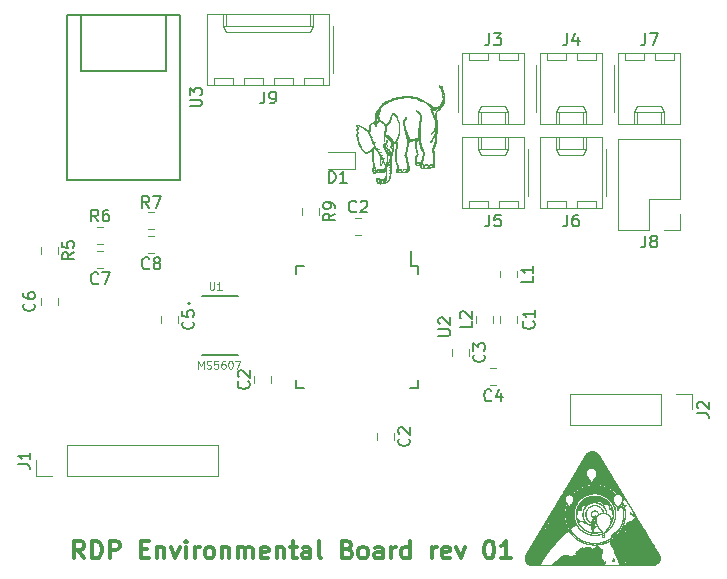
<source format=gbr>
G04 #@! TF.GenerationSoftware,KiCad,Pcbnew,5.0.1*
G04 #@! TF.CreationDate,2018-10-29T22:02:58-05:00*
G04 #@! TF.ProjectId,RDP-Environmental,5244502D456E7669726F6E6D656E7461,01*
G04 #@! TF.SameCoordinates,Original*
G04 #@! TF.FileFunction,Legend,Top*
G04 #@! TF.FilePolarity,Positive*
%FSLAX46Y46*%
G04 Gerber Fmt 4.6, Leading zero omitted, Abs format (unit mm)*
G04 Created by KiCad (PCBNEW 5.0.1) date Mon 29 Oct 2018 10:02:58 PM CDT*
%MOMM*%
%LPD*%
G01*
G04 APERTURE LIST*
%ADD10C,0.300000*%
%ADD11C,0.120000*%
%ADD12C,0.127000*%
%ADD13C,0.200000*%
%ADD14C,0.150000*%
%ADD15C,0.010000*%
%ADD16C,0.050000*%
G04 APERTURE END LIST*
D10*
X33192857Y-67988571D02*
X32692857Y-67274285D01*
X32335714Y-67988571D02*
X32335714Y-66488571D01*
X32907142Y-66488571D01*
X33049999Y-66560000D01*
X33121428Y-66631428D01*
X33192857Y-66774285D01*
X33192857Y-66988571D01*
X33121428Y-67131428D01*
X33049999Y-67202857D01*
X32907142Y-67274285D01*
X32335714Y-67274285D01*
X33835714Y-67988571D02*
X33835714Y-66488571D01*
X34192857Y-66488571D01*
X34407142Y-66560000D01*
X34549999Y-66702857D01*
X34621428Y-66845714D01*
X34692857Y-67131428D01*
X34692857Y-67345714D01*
X34621428Y-67631428D01*
X34549999Y-67774285D01*
X34407142Y-67917142D01*
X34192857Y-67988571D01*
X33835714Y-67988571D01*
X35335714Y-67988571D02*
X35335714Y-66488571D01*
X35907142Y-66488571D01*
X36049999Y-66560000D01*
X36121428Y-66631428D01*
X36192857Y-66774285D01*
X36192857Y-66988571D01*
X36121428Y-67131428D01*
X36049999Y-67202857D01*
X35907142Y-67274285D01*
X35335714Y-67274285D01*
X37978571Y-67202857D02*
X38478571Y-67202857D01*
X38692857Y-67988571D02*
X37978571Y-67988571D01*
X37978571Y-66488571D01*
X38692857Y-66488571D01*
X39335714Y-66988571D02*
X39335714Y-67988571D01*
X39335714Y-67131428D02*
X39407142Y-67060000D01*
X39549999Y-66988571D01*
X39764285Y-66988571D01*
X39907142Y-67060000D01*
X39978571Y-67202857D01*
X39978571Y-67988571D01*
X40549999Y-66988571D02*
X40907142Y-67988571D01*
X41264285Y-66988571D01*
X41835714Y-67988571D02*
X41835714Y-66988571D01*
X41835714Y-66488571D02*
X41764285Y-66560000D01*
X41835714Y-66631428D01*
X41907142Y-66560000D01*
X41835714Y-66488571D01*
X41835714Y-66631428D01*
X42549999Y-67988571D02*
X42549999Y-66988571D01*
X42549999Y-67274285D02*
X42621428Y-67131428D01*
X42692857Y-67060000D01*
X42835714Y-66988571D01*
X42978571Y-66988571D01*
X43692857Y-67988571D02*
X43549999Y-67917142D01*
X43478571Y-67845714D01*
X43407142Y-67702857D01*
X43407142Y-67274285D01*
X43478571Y-67131428D01*
X43549999Y-67060000D01*
X43692857Y-66988571D01*
X43907142Y-66988571D01*
X44049999Y-67060000D01*
X44121428Y-67131428D01*
X44192857Y-67274285D01*
X44192857Y-67702857D01*
X44121428Y-67845714D01*
X44049999Y-67917142D01*
X43907142Y-67988571D01*
X43692857Y-67988571D01*
X44835714Y-66988571D02*
X44835714Y-67988571D01*
X44835714Y-67131428D02*
X44907142Y-67060000D01*
X45049999Y-66988571D01*
X45264285Y-66988571D01*
X45407142Y-67060000D01*
X45478571Y-67202857D01*
X45478571Y-67988571D01*
X46192857Y-67988571D02*
X46192857Y-66988571D01*
X46192857Y-67131428D02*
X46264285Y-67060000D01*
X46407142Y-66988571D01*
X46621428Y-66988571D01*
X46764285Y-67060000D01*
X46835714Y-67202857D01*
X46835714Y-67988571D01*
X46835714Y-67202857D02*
X46907142Y-67060000D01*
X47049999Y-66988571D01*
X47264285Y-66988571D01*
X47407142Y-67060000D01*
X47478571Y-67202857D01*
X47478571Y-67988571D01*
X48764285Y-67917142D02*
X48621428Y-67988571D01*
X48335714Y-67988571D01*
X48192857Y-67917142D01*
X48121428Y-67774285D01*
X48121428Y-67202857D01*
X48192857Y-67060000D01*
X48335714Y-66988571D01*
X48621428Y-66988571D01*
X48764285Y-67060000D01*
X48835714Y-67202857D01*
X48835714Y-67345714D01*
X48121428Y-67488571D01*
X49478571Y-66988571D02*
X49478571Y-67988571D01*
X49478571Y-67131428D02*
X49549999Y-67060000D01*
X49692857Y-66988571D01*
X49907142Y-66988571D01*
X50049999Y-67060000D01*
X50121428Y-67202857D01*
X50121428Y-67988571D01*
X50621428Y-66988571D02*
X51192857Y-66988571D01*
X50835714Y-66488571D02*
X50835714Y-67774285D01*
X50907142Y-67917142D01*
X51049999Y-67988571D01*
X51192857Y-67988571D01*
X52335714Y-67988571D02*
X52335714Y-67202857D01*
X52264285Y-67060000D01*
X52121428Y-66988571D01*
X51835714Y-66988571D01*
X51692857Y-67060000D01*
X52335714Y-67917142D02*
X52192857Y-67988571D01*
X51835714Y-67988571D01*
X51692857Y-67917142D01*
X51621428Y-67774285D01*
X51621428Y-67631428D01*
X51692857Y-67488571D01*
X51835714Y-67417142D01*
X52192857Y-67417142D01*
X52335714Y-67345714D01*
X53264285Y-67988571D02*
X53121428Y-67917142D01*
X53050000Y-67774285D01*
X53050000Y-66488571D01*
X55478571Y-67202857D02*
X55692857Y-67274285D01*
X55764285Y-67345714D01*
X55835714Y-67488571D01*
X55835714Y-67702857D01*
X55764285Y-67845714D01*
X55692857Y-67917142D01*
X55550000Y-67988571D01*
X54978571Y-67988571D01*
X54978571Y-66488571D01*
X55478571Y-66488571D01*
X55621428Y-66560000D01*
X55692857Y-66631428D01*
X55764285Y-66774285D01*
X55764285Y-66917142D01*
X55692857Y-67060000D01*
X55621428Y-67131428D01*
X55478571Y-67202857D01*
X54978571Y-67202857D01*
X56692857Y-67988571D02*
X56550000Y-67917142D01*
X56478571Y-67845714D01*
X56407142Y-67702857D01*
X56407142Y-67274285D01*
X56478571Y-67131428D01*
X56550000Y-67060000D01*
X56692857Y-66988571D01*
X56907142Y-66988571D01*
X57050000Y-67060000D01*
X57121428Y-67131428D01*
X57192857Y-67274285D01*
X57192857Y-67702857D01*
X57121428Y-67845714D01*
X57050000Y-67917142D01*
X56907142Y-67988571D01*
X56692857Y-67988571D01*
X58478571Y-67988571D02*
X58478571Y-67202857D01*
X58407142Y-67060000D01*
X58264285Y-66988571D01*
X57978571Y-66988571D01*
X57835714Y-67060000D01*
X58478571Y-67917142D02*
X58335714Y-67988571D01*
X57978571Y-67988571D01*
X57835714Y-67917142D01*
X57764285Y-67774285D01*
X57764285Y-67631428D01*
X57835714Y-67488571D01*
X57978571Y-67417142D01*
X58335714Y-67417142D01*
X58478571Y-67345714D01*
X59192857Y-67988571D02*
X59192857Y-66988571D01*
X59192857Y-67274285D02*
X59264285Y-67131428D01*
X59335714Y-67060000D01*
X59478571Y-66988571D01*
X59621428Y-66988571D01*
X60764285Y-67988571D02*
X60764285Y-66488571D01*
X60764285Y-67917142D02*
X60621428Y-67988571D01*
X60335714Y-67988571D01*
X60192857Y-67917142D01*
X60121428Y-67845714D01*
X60050000Y-67702857D01*
X60050000Y-67274285D01*
X60121428Y-67131428D01*
X60192857Y-67060000D01*
X60335714Y-66988571D01*
X60621428Y-66988571D01*
X60764285Y-67060000D01*
X62621428Y-67988571D02*
X62621428Y-66988571D01*
X62621428Y-67274285D02*
X62692857Y-67131428D01*
X62764285Y-67060000D01*
X62907142Y-66988571D01*
X63050000Y-66988571D01*
X64121428Y-67917142D02*
X63978571Y-67988571D01*
X63692857Y-67988571D01*
X63550000Y-67917142D01*
X63478571Y-67774285D01*
X63478571Y-67202857D01*
X63550000Y-67060000D01*
X63692857Y-66988571D01*
X63978571Y-66988571D01*
X64121428Y-67060000D01*
X64192857Y-67202857D01*
X64192857Y-67345714D01*
X63478571Y-67488571D01*
X64692857Y-66988571D02*
X65050000Y-67988571D01*
X65407142Y-66988571D01*
X67407142Y-66488571D02*
X67550000Y-66488571D01*
X67692857Y-66560000D01*
X67764285Y-66631428D01*
X67835714Y-66774285D01*
X67907142Y-67060000D01*
X67907142Y-67417142D01*
X67835714Y-67702857D01*
X67764285Y-67845714D01*
X67692857Y-67917142D01*
X67550000Y-67988571D01*
X67407142Y-67988571D01*
X67264285Y-67917142D01*
X67192857Y-67845714D01*
X67121428Y-67702857D01*
X67050000Y-67417142D01*
X67050000Y-67060000D01*
X67121428Y-66774285D01*
X67192857Y-66631428D01*
X67264285Y-66560000D01*
X67407142Y-66488571D01*
X69335714Y-67988571D02*
X68478571Y-67988571D01*
X68907142Y-67988571D02*
X68907142Y-66488571D01*
X68764285Y-66702857D01*
X68621428Y-66845714D01*
X68478571Y-66917142D01*
D11*
G04 #@! TO.C,C3*
X65734000Y-50293748D02*
X65734000Y-50816252D01*
X64314000Y-50293748D02*
X64314000Y-50816252D01*
G04 #@! TO.C,C2*
X56117748Y-40588000D02*
X56640252Y-40588000D01*
X56117748Y-39168000D02*
X56640252Y-39168000D01*
X48970000Y-52579748D02*
X48970000Y-53102252D01*
X47550000Y-52579748D02*
X47550000Y-53102252D01*
G04 #@! TO.C,C1*
X68378000Y-47499748D02*
X68378000Y-48022252D01*
X69798000Y-47499748D02*
X69798000Y-48022252D01*
G04 #@! TO.C,C2*
X59384000Y-57405748D02*
X59384000Y-57928252D01*
X57964000Y-57405748D02*
X57964000Y-57928252D01*
G04 #@! TO.C,C4*
X68088252Y-51868000D02*
X67565748Y-51868000D01*
X68088252Y-53288000D02*
X67565748Y-53288000D01*
G04 #@! TO.C,C5*
X39676000Y-47499748D02*
X39676000Y-48022252D01*
X41096000Y-47499748D02*
X41096000Y-48022252D01*
G04 #@! TO.C,C6*
X29516000Y-46498252D02*
X29516000Y-45975748D01*
X30936000Y-46498252D02*
X30936000Y-45975748D01*
G04 #@! TO.C,C7*
X34805252Y-43382000D02*
X34282748Y-43382000D01*
X34805252Y-41962000D02*
X34282748Y-41962000D01*
G04 #@! TO.C,C8*
X39123252Y-40692000D02*
X38600748Y-40692000D01*
X39123252Y-42112000D02*
X38600748Y-42112000D01*
G04 #@! TO.C,D1*
X53835500Y-35025000D02*
X56120500Y-35025000D01*
X56120500Y-35025000D02*
X56120500Y-33555000D01*
X56120500Y-33555000D02*
X53835500Y-33555000D01*
G04 #@! TO.C,J1*
X44510000Y-61020000D02*
X44510000Y-58360000D01*
X31750000Y-61020000D02*
X44510000Y-61020000D01*
X31750000Y-58360000D02*
X44510000Y-58360000D01*
X31750000Y-61020000D02*
X31750000Y-58360000D01*
X30480000Y-61020000D02*
X29150000Y-61020000D01*
X29150000Y-61020000D02*
X29150000Y-59690000D01*
G04 #@! TO.C,J2*
X74362000Y-54042000D02*
X74362000Y-56702000D01*
X82042000Y-54042000D02*
X74362000Y-54042000D01*
X82042000Y-56702000D02*
X74362000Y-56702000D01*
X82042000Y-54042000D02*
X82042000Y-56702000D01*
X83312000Y-54042000D02*
X84642000Y-54042000D01*
X84642000Y-54042000D02*
X84642000Y-55372000D01*
G04 #@! TO.C,J3*
X69888000Y-25764000D02*
X69888000Y-25164000D01*
X68288000Y-25764000D02*
X69888000Y-25764000D01*
X68288000Y-25164000D02*
X68288000Y-25764000D01*
X67348000Y-25764000D02*
X67348000Y-25164000D01*
X65748000Y-25764000D02*
X67348000Y-25764000D01*
X65748000Y-25164000D02*
X65748000Y-25764000D01*
X68838000Y-31184000D02*
X68838000Y-30184000D01*
X66798000Y-31184000D02*
X66798000Y-30184000D01*
X68838000Y-29654000D02*
X69088000Y-30184000D01*
X66798000Y-29654000D02*
X68838000Y-29654000D01*
X66548000Y-30184000D02*
X66798000Y-29654000D01*
X69088000Y-30184000D02*
X69088000Y-31184000D01*
X66548000Y-30184000D02*
X69088000Y-30184000D01*
X66548000Y-31184000D02*
X66548000Y-30184000D01*
X64878000Y-26194000D02*
X64878000Y-30194000D01*
X70468000Y-25164000D02*
X65168000Y-25164000D01*
X70468000Y-31184000D02*
X70468000Y-25164000D01*
X65168000Y-31184000D02*
X70468000Y-31184000D01*
X65168000Y-25164000D02*
X65168000Y-31184000D01*
G04 #@! TO.C,J4*
X71772000Y-25164000D02*
X71772000Y-31184000D01*
X71772000Y-31184000D02*
X77072000Y-31184000D01*
X77072000Y-31184000D02*
X77072000Y-25164000D01*
X77072000Y-25164000D02*
X71772000Y-25164000D01*
X71482000Y-26194000D02*
X71482000Y-30194000D01*
X73152000Y-31184000D02*
X73152000Y-30184000D01*
X73152000Y-30184000D02*
X75692000Y-30184000D01*
X75692000Y-30184000D02*
X75692000Y-31184000D01*
X73152000Y-30184000D02*
X73402000Y-29654000D01*
X73402000Y-29654000D02*
X75442000Y-29654000D01*
X75442000Y-29654000D02*
X75692000Y-30184000D01*
X73402000Y-31184000D02*
X73402000Y-30184000D01*
X75442000Y-31184000D02*
X75442000Y-30184000D01*
X72352000Y-25164000D02*
X72352000Y-25764000D01*
X72352000Y-25764000D02*
X73952000Y-25764000D01*
X73952000Y-25764000D02*
X73952000Y-25164000D01*
X74892000Y-25164000D02*
X74892000Y-25764000D01*
X74892000Y-25764000D02*
X76492000Y-25764000D01*
X76492000Y-25764000D02*
X76492000Y-25164000D01*
G04 #@! TO.C,J5*
X65748000Y-37736000D02*
X65748000Y-38336000D01*
X67348000Y-37736000D02*
X65748000Y-37736000D01*
X67348000Y-38336000D02*
X67348000Y-37736000D01*
X68288000Y-37736000D02*
X68288000Y-38336000D01*
X69888000Y-37736000D02*
X68288000Y-37736000D01*
X69888000Y-38336000D02*
X69888000Y-37736000D01*
X66798000Y-32316000D02*
X66798000Y-33316000D01*
X68838000Y-32316000D02*
X68838000Y-33316000D01*
X66798000Y-33846000D02*
X66548000Y-33316000D01*
X68838000Y-33846000D02*
X66798000Y-33846000D01*
X69088000Y-33316000D02*
X68838000Y-33846000D01*
X66548000Y-33316000D02*
X66548000Y-32316000D01*
X69088000Y-33316000D02*
X66548000Y-33316000D01*
X69088000Y-32316000D02*
X69088000Y-33316000D01*
X70758000Y-37306000D02*
X70758000Y-33306000D01*
X65168000Y-38336000D02*
X70468000Y-38336000D01*
X65168000Y-32316000D02*
X65168000Y-38336000D01*
X70468000Y-32316000D02*
X65168000Y-32316000D01*
X70468000Y-38336000D02*
X70468000Y-32316000D01*
G04 #@! TO.C,J6*
X77072000Y-38336000D02*
X77072000Y-32316000D01*
X77072000Y-32316000D02*
X71772000Y-32316000D01*
X71772000Y-32316000D02*
X71772000Y-38336000D01*
X71772000Y-38336000D02*
X77072000Y-38336000D01*
X77362000Y-37306000D02*
X77362000Y-33306000D01*
X75692000Y-32316000D02*
X75692000Y-33316000D01*
X75692000Y-33316000D02*
X73152000Y-33316000D01*
X73152000Y-33316000D02*
X73152000Y-32316000D01*
X75692000Y-33316000D02*
X75442000Y-33846000D01*
X75442000Y-33846000D02*
X73402000Y-33846000D01*
X73402000Y-33846000D02*
X73152000Y-33316000D01*
X75442000Y-32316000D02*
X75442000Y-33316000D01*
X73402000Y-32316000D02*
X73402000Y-33316000D01*
X76492000Y-38336000D02*
X76492000Y-37736000D01*
X76492000Y-37736000D02*
X74892000Y-37736000D01*
X74892000Y-37736000D02*
X74892000Y-38336000D01*
X73952000Y-38336000D02*
X73952000Y-37736000D01*
X73952000Y-37736000D02*
X72352000Y-37736000D01*
X72352000Y-37736000D02*
X72352000Y-38336000D01*
G04 #@! TO.C,J7*
X78376000Y-25164000D02*
X78376000Y-31184000D01*
X78376000Y-31184000D02*
X83676000Y-31184000D01*
X83676000Y-31184000D02*
X83676000Y-25164000D01*
X83676000Y-25164000D02*
X78376000Y-25164000D01*
X78086000Y-26194000D02*
X78086000Y-30194000D01*
X79756000Y-31184000D02*
X79756000Y-30184000D01*
X79756000Y-30184000D02*
X82296000Y-30184000D01*
X82296000Y-30184000D02*
X82296000Y-31184000D01*
X79756000Y-30184000D02*
X80006000Y-29654000D01*
X80006000Y-29654000D02*
X82046000Y-29654000D01*
X82046000Y-29654000D02*
X82296000Y-30184000D01*
X80006000Y-31184000D02*
X80006000Y-30184000D01*
X82046000Y-31184000D02*
X82046000Y-30184000D01*
X78956000Y-25164000D02*
X78956000Y-25764000D01*
X78956000Y-25764000D02*
X80556000Y-25764000D01*
X80556000Y-25764000D02*
X80556000Y-25164000D01*
X81496000Y-25164000D02*
X81496000Y-25764000D01*
X81496000Y-25764000D02*
X83096000Y-25764000D01*
X83096000Y-25764000D02*
X83096000Y-25164000D01*
G04 #@! TO.C,J8*
X83626000Y-32452000D02*
X78426000Y-32452000D01*
X83626000Y-37592000D02*
X83626000Y-32452000D01*
X78426000Y-40192000D02*
X78426000Y-32452000D01*
X83626000Y-37592000D02*
X81026000Y-37592000D01*
X81026000Y-37592000D02*
X81026000Y-40192000D01*
X81026000Y-40192000D02*
X78426000Y-40192000D01*
X83626000Y-38862000D02*
X83626000Y-40192000D01*
X83626000Y-40192000D02*
X82296000Y-40192000D01*
G04 #@! TO.C,L1*
X68378000Y-43671748D02*
X68378000Y-44194252D01*
X69798000Y-43671748D02*
X69798000Y-44194252D01*
G04 #@! TO.C,L2*
X67766000Y-47499748D02*
X67766000Y-48022252D01*
X66346000Y-47499748D02*
X66346000Y-48022252D01*
G04 #@! TO.C,R5*
X30936000Y-41648748D02*
X30936000Y-42171252D01*
X29516000Y-41648748D02*
X29516000Y-42171252D01*
G04 #@! TO.C,R6*
X34273748Y-39930000D02*
X34796252Y-39930000D01*
X34273748Y-41350000D02*
X34796252Y-41350000D01*
G04 #@! TO.C,R7*
X39123252Y-38660000D02*
X38600748Y-38660000D01*
X39123252Y-40080000D02*
X38600748Y-40080000D01*
G04 #@! TO.C,R9*
X51614000Y-38355748D02*
X51614000Y-38878252D01*
X53034000Y-38355748D02*
X53034000Y-38878252D01*
D12*
G04 #@! TO.C,U1*
X43204000Y-45760000D02*
X46204000Y-45760000D01*
X43204000Y-50760000D02*
X46204000Y-50760000D01*
D13*
X42177000Y-46387000D02*
G75*
G03X42177000Y-46387000I-100000J0D01*
G01*
D14*
G04 #@! TO.C,U2*
X61451000Y-43199000D02*
X60876000Y-43199000D01*
X61451000Y-53549000D02*
X60776000Y-53549000D01*
X51101000Y-53549000D02*
X51776000Y-53549000D01*
X51101000Y-43199000D02*
X51776000Y-43199000D01*
X61451000Y-43199000D02*
X61451000Y-43874000D01*
X51101000Y-43199000D02*
X51101000Y-43874000D01*
X51101000Y-53549000D02*
X51101000Y-52874000D01*
X61451000Y-53549000D02*
X61451000Y-52874000D01*
X60876000Y-43199000D02*
X60876000Y-41924000D01*
G04 #@! TO.C,U3*
X31694000Y-35956000D02*
X31694000Y-21956000D01*
X41294000Y-21956000D02*
X31694000Y-21956000D01*
X41294000Y-35956000D02*
X41294000Y-21956000D01*
X31694000Y-35956000D02*
X41294000Y-35956000D01*
X32894000Y-21956000D02*
X32894000Y-26756000D01*
X32894000Y-26756000D02*
X40094000Y-26756000D01*
X40094000Y-26756000D02*
X40094000Y-21956000D01*
D15*
G04 #@! TO.C,G\002A\002A\002A*
G36*
X73669529Y-63035187D02*
X73699057Y-63049016D01*
X73726999Y-63069434D01*
X73738971Y-63081289D01*
X73754510Y-63100594D01*
X73760284Y-63115359D01*
X73756507Y-63128900D01*
X73743390Y-63144536D01*
X73743038Y-63144888D01*
X73721430Y-63159582D01*
X73696448Y-63163050D01*
X73666861Y-63155367D01*
X73655489Y-63150206D01*
X73632302Y-63135861D01*
X73611734Y-63118050D01*
X73596061Y-63099360D01*
X73587560Y-63082377D01*
X73587175Y-63072598D01*
X73598513Y-63052828D01*
X73617403Y-63037487D01*
X73639053Y-63030257D01*
X73642474Y-63030100D01*
X73669529Y-63035187D01*
X73669529Y-63035187D01*
G37*
X73669529Y-63035187D02*
X73699057Y-63049016D01*
X73726999Y-63069434D01*
X73738971Y-63081289D01*
X73754510Y-63100594D01*
X73760284Y-63115359D01*
X73756507Y-63128900D01*
X73743390Y-63144536D01*
X73743038Y-63144888D01*
X73721430Y-63159582D01*
X73696448Y-63163050D01*
X73666861Y-63155367D01*
X73655489Y-63150206D01*
X73632302Y-63135861D01*
X73611734Y-63118050D01*
X73596061Y-63099360D01*
X73587560Y-63082377D01*
X73587175Y-63072598D01*
X73598513Y-63052828D01*
X73617403Y-63037487D01*
X73639053Y-63030257D01*
X73642474Y-63030100D01*
X73669529Y-63035187D01*
G36*
X72909509Y-64251319D02*
X72912221Y-64251826D01*
X72927736Y-64256020D01*
X72937176Y-64260542D01*
X72937318Y-64260678D01*
X72936849Y-64268264D01*
X72930614Y-64282819D01*
X72920546Y-64301213D01*
X72908578Y-64320311D01*
X72896639Y-64336983D01*
X72886663Y-64348097D01*
X72881679Y-64350900D01*
X72872605Y-64345903D01*
X72861959Y-64333559D01*
X72859830Y-64330262D01*
X72850301Y-64312146D01*
X72848742Y-64298495D01*
X72855849Y-64285007D01*
X72869557Y-64270122D01*
X72884571Y-64256572D01*
X72896338Y-64250969D01*
X72909509Y-64251319D01*
X72909509Y-64251319D01*
G37*
X72909509Y-64251319D02*
X72912221Y-64251826D01*
X72927736Y-64256020D01*
X72937176Y-64260542D01*
X72937318Y-64260678D01*
X72936849Y-64268264D01*
X72930614Y-64282819D01*
X72920546Y-64301213D01*
X72908578Y-64320311D01*
X72896639Y-64336983D01*
X72886663Y-64348097D01*
X72881679Y-64350900D01*
X72872605Y-64345903D01*
X72861959Y-64333559D01*
X72859830Y-64330262D01*
X72850301Y-64312146D01*
X72848742Y-64298495D01*
X72855849Y-64285007D01*
X72869557Y-64270122D01*
X72884571Y-64256572D01*
X72896338Y-64250969D01*
X72909509Y-64251319D01*
G36*
X72686391Y-64806587D02*
X72700836Y-64818660D01*
X72713696Y-64834307D01*
X72717388Y-64840552D01*
X72723826Y-64862055D01*
X72718492Y-64880752D01*
X72703093Y-64896834D01*
X72684280Y-64907713D01*
X72667508Y-64907276D01*
X72649435Y-64895337D01*
X72647697Y-64893752D01*
X72636022Y-64879994D01*
X72634003Y-64867605D01*
X72634997Y-64863590D01*
X72641235Y-64849040D01*
X72650749Y-64831890D01*
X72661164Y-64815867D01*
X72670103Y-64804698D01*
X72674416Y-64801750D01*
X72686391Y-64806587D01*
X72686391Y-64806587D01*
G37*
X72686391Y-64806587D02*
X72700836Y-64818660D01*
X72713696Y-64834307D01*
X72717388Y-64840552D01*
X72723826Y-64862055D01*
X72718492Y-64880752D01*
X72703093Y-64896834D01*
X72684280Y-64907713D01*
X72667508Y-64907276D01*
X72649435Y-64895337D01*
X72647697Y-64893752D01*
X72636022Y-64879994D01*
X72634003Y-64867605D01*
X72634997Y-64863590D01*
X72641235Y-64849040D01*
X72650749Y-64831890D01*
X72661164Y-64815867D01*
X72670103Y-64804698D01*
X72674416Y-64801750D01*
X72686391Y-64806587D01*
G36*
X79415447Y-64085117D02*
X79413245Y-64093807D01*
X79411036Y-64095977D01*
X79401719Y-64099762D01*
X79394177Y-64093878D01*
X79389857Y-64085496D01*
X79396550Y-64080406D01*
X79396936Y-64080256D01*
X79408957Y-64079425D01*
X79415447Y-64085117D01*
X79415447Y-64085117D01*
G37*
X79415447Y-64085117D02*
X79413245Y-64093807D01*
X79411036Y-64095977D01*
X79401719Y-64099762D01*
X79394177Y-64093878D01*
X79389857Y-64085496D01*
X79396550Y-64080406D01*
X79396936Y-64080256D01*
X79408957Y-64079425D01*
X79415447Y-64085117D01*
G36*
X79434164Y-64103285D02*
X79445495Y-64112253D01*
X79460162Y-64119160D01*
X79470362Y-64123464D01*
X79475962Y-64129816D01*
X79478416Y-64141681D01*
X79479183Y-64162527D01*
X79479212Y-64164500D01*
X79481197Y-64191878D01*
X79486615Y-64209608D01*
X79491047Y-64215977D01*
X79498218Y-64226398D01*
X79495782Y-64233380D01*
X79494222Y-64234700D01*
X79479834Y-64243392D01*
X79464520Y-64245176D01*
X79455960Y-64244342D01*
X79442681Y-64239381D01*
X79432483Y-64230367D01*
X79428254Y-64220777D01*
X79431429Y-64214820D01*
X79440096Y-64202390D01*
X79440754Y-64182045D01*
X79433484Y-64155662D01*
X79428397Y-64143886D01*
X79419199Y-64122509D01*
X79416141Y-64109298D01*
X79418658Y-64101637D01*
X79419156Y-64101113D01*
X79427303Y-64097495D01*
X79434164Y-64103285D01*
X79434164Y-64103285D01*
G37*
X79434164Y-64103285D02*
X79445495Y-64112253D01*
X79460162Y-64119160D01*
X79470362Y-64123464D01*
X79475962Y-64129816D01*
X79478416Y-64141681D01*
X79479183Y-64162527D01*
X79479212Y-64164500D01*
X79481197Y-64191878D01*
X79486615Y-64209608D01*
X79491047Y-64215977D01*
X79498218Y-64226398D01*
X79495782Y-64233380D01*
X79494222Y-64234700D01*
X79479834Y-64243392D01*
X79464520Y-64245176D01*
X79455960Y-64244342D01*
X79442681Y-64239381D01*
X79432483Y-64230367D01*
X79428254Y-64220777D01*
X79431429Y-64214820D01*
X79440096Y-64202390D01*
X79440754Y-64182045D01*
X79433484Y-64155662D01*
X79428397Y-64143886D01*
X79419199Y-64122509D01*
X79416141Y-64109298D01*
X79418658Y-64101637D01*
X79419156Y-64101113D01*
X79427303Y-64097495D01*
X79434164Y-64103285D01*
G36*
X72221038Y-65453622D02*
X72246106Y-65464263D01*
X72271402Y-65479030D01*
X72292526Y-65495521D01*
X72300446Y-65504036D01*
X72311971Y-65525851D01*
X72312579Y-65545753D01*
X72304038Y-65562447D01*
X72288114Y-65574638D01*
X72266576Y-65581033D01*
X72241191Y-65580337D01*
X72213727Y-65571255D01*
X72210735Y-65569730D01*
X72189055Y-65555785D01*
X72168790Y-65538503D01*
X72152689Y-65520704D01*
X72143499Y-65505209D01*
X72142350Y-65499549D01*
X72147883Y-65483020D01*
X72161888Y-65466941D01*
X72180468Y-65454658D01*
X72199729Y-65449519D01*
X72200599Y-65449509D01*
X72221038Y-65453622D01*
X72221038Y-65453622D01*
G37*
X72221038Y-65453622D02*
X72246106Y-65464263D01*
X72271402Y-65479030D01*
X72292526Y-65495521D01*
X72300446Y-65504036D01*
X72311971Y-65525851D01*
X72312579Y-65545753D01*
X72304038Y-65562447D01*
X72288114Y-65574638D01*
X72266576Y-65581033D01*
X72241191Y-65580337D01*
X72213727Y-65571255D01*
X72210735Y-65569730D01*
X72189055Y-65555785D01*
X72168790Y-65538503D01*
X72152689Y-65520704D01*
X72143499Y-65505209D01*
X72142350Y-65499549D01*
X72147883Y-65483020D01*
X72161888Y-65466941D01*
X72180468Y-65454658D01*
X72199729Y-65449519D01*
X72200599Y-65449509D01*
X72221038Y-65453622D01*
G36*
X79444033Y-65626829D02*
X79460604Y-65641360D01*
X79472889Y-65665979D01*
X79475725Y-65676739D01*
X79478889Y-65714337D01*
X79471541Y-65746694D01*
X79454012Y-65772474D01*
X79451436Y-65774887D01*
X79434292Y-65788013D01*
X79420629Y-65791349D01*
X79406333Y-65785286D01*
X79398940Y-65779865D01*
X79380064Y-65757785D01*
X79370609Y-65728239D01*
X79369987Y-65693752D01*
X79376661Y-65662877D01*
X79389491Y-65640412D01*
X79406388Y-65626691D01*
X79425265Y-65622052D01*
X79444033Y-65626829D01*
X79444033Y-65626829D01*
G37*
X79444033Y-65626829D02*
X79460604Y-65641360D01*
X79472889Y-65665979D01*
X79475725Y-65676739D01*
X79478889Y-65714337D01*
X79471541Y-65746694D01*
X79454012Y-65772474D01*
X79451436Y-65774887D01*
X79434292Y-65788013D01*
X79420629Y-65791349D01*
X79406333Y-65785286D01*
X79398940Y-65779865D01*
X79380064Y-65757785D01*
X79370609Y-65728239D01*
X79369987Y-65693752D01*
X79376661Y-65662877D01*
X79389491Y-65640412D01*
X79406388Y-65626691D01*
X79425265Y-65622052D01*
X79444033Y-65626829D01*
G36*
X71968841Y-66000387D02*
X71983286Y-66012460D01*
X71996146Y-66028107D01*
X71999838Y-66034352D01*
X72006276Y-66055855D01*
X72000942Y-66074552D01*
X71985543Y-66090634D01*
X71966730Y-66101513D01*
X71949958Y-66101076D01*
X71931885Y-66089137D01*
X71930147Y-66087552D01*
X71918472Y-66073794D01*
X71916453Y-66061405D01*
X71917447Y-66057390D01*
X71923685Y-66042840D01*
X71933199Y-66025690D01*
X71943614Y-66009667D01*
X71952553Y-65998498D01*
X71956866Y-65995550D01*
X71968841Y-66000387D01*
X71968841Y-66000387D01*
G37*
X71968841Y-66000387D02*
X71983286Y-66012460D01*
X71996146Y-66028107D01*
X71999838Y-66034352D01*
X72006276Y-66055855D01*
X72000942Y-66074552D01*
X71985543Y-66090634D01*
X71966730Y-66101513D01*
X71949958Y-66101076D01*
X71931885Y-66089137D01*
X71930147Y-66087552D01*
X71918472Y-66073794D01*
X71916453Y-66061405D01*
X71917447Y-66057390D01*
X71923685Y-66042840D01*
X71933199Y-66025690D01*
X71943614Y-66009667D01*
X71952553Y-65998498D01*
X71956866Y-65995550D01*
X71968841Y-66000387D01*
G36*
X79546304Y-66255583D02*
X79562087Y-66269475D01*
X79572545Y-66285622D01*
X79577030Y-66300262D01*
X79576939Y-66302813D01*
X79574793Y-66309641D01*
X79568955Y-66313860D01*
X79556723Y-66316274D01*
X79535400Y-66317689D01*
X79525716Y-66318081D01*
X79499343Y-66318523D01*
X79483217Y-66317197D01*
X79474970Y-66313774D01*
X79472869Y-66310716D01*
X79473362Y-66297676D01*
X79480341Y-66280774D01*
X79491181Y-66264993D01*
X79501648Y-66256088D01*
X79524845Y-66249559D01*
X79546304Y-66255583D01*
X79546304Y-66255583D01*
G37*
X79546304Y-66255583D02*
X79562087Y-66269475D01*
X79572545Y-66285622D01*
X79577030Y-66300262D01*
X79576939Y-66302813D01*
X79574793Y-66309641D01*
X79568955Y-66313860D01*
X79556723Y-66316274D01*
X79535400Y-66317689D01*
X79525716Y-66318081D01*
X79499343Y-66318523D01*
X79483217Y-66317197D01*
X79474970Y-66313774D01*
X79472869Y-66310716D01*
X79473362Y-66297676D01*
X79480341Y-66280774D01*
X79491181Y-66264993D01*
X79501648Y-66256088D01*
X79524845Y-66249559D01*
X79546304Y-66255583D01*
G36*
X80129833Y-66261829D02*
X80146404Y-66276360D01*
X80158689Y-66300979D01*
X80161525Y-66311739D01*
X80164689Y-66349337D01*
X80157341Y-66381694D01*
X80139812Y-66407474D01*
X80137236Y-66409887D01*
X80120092Y-66423013D01*
X80106429Y-66426349D01*
X80092133Y-66420286D01*
X80084740Y-66414865D01*
X80065864Y-66392785D01*
X80056409Y-66363239D01*
X80055787Y-66328752D01*
X80062461Y-66297877D01*
X80075291Y-66275412D01*
X80092188Y-66261691D01*
X80111065Y-66257052D01*
X80129833Y-66261829D01*
X80129833Y-66261829D01*
G37*
X80129833Y-66261829D02*
X80146404Y-66276360D01*
X80158689Y-66300979D01*
X80161525Y-66311739D01*
X80164689Y-66349337D01*
X80157341Y-66381694D01*
X80139812Y-66407474D01*
X80137236Y-66409887D01*
X80120092Y-66423013D01*
X80106429Y-66426349D01*
X80092133Y-66420286D01*
X80084740Y-66414865D01*
X80065864Y-66392785D01*
X80056409Y-66363239D01*
X80055787Y-66328752D01*
X80062461Y-66297877D01*
X80075291Y-66275412D01*
X80092188Y-66261691D01*
X80111065Y-66257052D01*
X80129833Y-66261829D01*
G36*
X71417259Y-66746869D02*
X71419971Y-66747376D01*
X71435486Y-66751570D01*
X71444926Y-66756092D01*
X71445068Y-66756228D01*
X71444599Y-66763814D01*
X71438364Y-66778369D01*
X71428296Y-66796763D01*
X71416328Y-66815861D01*
X71404389Y-66832533D01*
X71394413Y-66843647D01*
X71389429Y-66846450D01*
X71380355Y-66841453D01*
X71369709Y-66829109D01*
X71367580Y-66825812D01*
X71358051Y-66807696D01*
X71356492Y-66794045D01*
X71363599Y-66780557D01*
X71377307Y-66765672D01*
X71392321Y-66752122D01*
X71404088Y-66746519D01*
X71417259Y-66746869D01*
X71417259Y-66746869D01*
G37*
X71417259Y-66746869D02*
X71419971Y-66747376D01*
X71435486Y-66751570D01*
X71444926Y-66756092D01*
X71445068Y-66756228D01*
X71444599Y-66763814D01*
X71438364Y-66778369D01*
X71428296Y-66796763D01*
X71416328Y-66815861D01*
X71404389Y-66832533D01*
X71394413Y-66843647D01*
X71389429Y-66846450D01*
X71380355Y-66841453D01*
X71369709Y-66829109D01*
X71367580Y-66825812D01*
X71358051Y-66807696D01*
X71356492Y-66794045D01*
X71363599Y-66780557D01*
X71377307Y-66765672D01*
X71392321Y-66752122D01*
X71404088Y-66746519D01*
X71417259Y-66746869D01*
G36*
X81183933Y-66896829D02*
X81200504Y-66911360D01*
X81212789Y-66935979D01*
X81215625Y-66946739D01*
X81218789Y-66984337D01*
X81211441Y-67016694D01*
X81193912Y-67042474D01*
X81191336Y-67044887D01*
X81174192Y-67058013D01*
X81160529Y-67061349D01*
X81146233Y-67055286D01*
X81138840Y-67049865D01*
X81119964Y-67027785D01*
X81110509Y-66998239D01*
X81109887Y-66963752D01*
X81116561Y-66932877D01*
X81129391Y-66910412D01*
X81146288Y-66896691D01*
X81165165Y-66892052D01*
X81183933Y-66896829D01*
X81183933Y-66896829D01*
G37*
X81183933Y-66896829D02*
X81200504Y-66911360D01*
X81212789Y-66935979D01*
X81215625Y-66946739D01*
X81218789Y-66984337D01*
X81211441Y-67016694D01*
X81193912Y-67042474D01*
X81191336Y-67044887D01*
X81174192Y-67058013D01*
X81160529Y-67061349D01*
X81146233Y-67055286D01*
X81138840Y-67049865D01*
X81119964Y-67027785D01*
X81110509Y-66998239D01*
X81109887Y-66963752D01*
X81116561Y-66932877D01*
X81129391Y-66910412D01*
X81146288Y-66896691D01*
X81165165Y-66892052D01*
X81183933Y-66896829D01*
G36*
X79348783Y-66896829D02*
X79365354Y-66911360D01*
X79377639Y-66935979D01*
X79380475Y-66946739D01*
X79383639Y-66984337D01*
X79376291Y-67016694D01*
X79358762Y-67042474D01*
X79356186Y-67044887D01*
X79339042Y-67058013D01*
X79325379Y-67061349D01*
X79311083Y-67055286D01*
X79303690Y-67049865D01*
X79284814Y-67027785D01*
X79275359Y-66998239D01*
X79274737Y-66963752D01*
X79281411Y-66932877D01*
X79294241Y-66910412D01*
X79311138Y-66896691D01*
X79330015Y-66892052D01*
X79348783Y-66896829D01*
X79348783Y-66896829D01*
G37*
X79348783Y-66896829D02*
X79365354Y-66911360D01*
X79377639Y-66935979D01*
X79380475Y-66946739D01*
X79383639Y-66984337D01*
X79376291Y-67016694D01*
X79358762Y-67042474D01*
X79356186Y-67044887D01*
X79339042Y-67058013D01*
X79325379Y-67061349D01*
X79311083Y-67055286D01*
X79303690Y-67049865D01*
X79284814Y-67027785D01*
X79275359Y-66998239D01*
X79274737Y-66963752D01*
X79281411Y-66932877D01*
X79294241Y-66910412D01*
X79311138Y-66896691D01*
X79330015Y-66892052D01*
X79348783Y-66896829D01*
G36*
X71168741Y-67346587D02*
X71183186Y-67358660D01*
X71196046Y-67374307D01*
X71199738Y-67380552D01*
X71206176Y-67402055D01*
X71200842Y-67420752D01*
X71185443Y-67436834D01*
X71166630Y-67447713D01*
X71149858Y-67447276D01*
X71131785Y-67435337D01*
X71130047Y-67433752D01*
X71118372Y-67419994D01*
X71116353Y-67407605D01*
X71117347Y-67403590D01*
X71123585Y-67389040D01*
X71133099Y-67371890D01*
X71143514Y-67355867D01*
X71152453Y-67344698D01*
X71156766Y-67341750D01*
X71168741Y-67346587D01*
X71168741Y-67346587D01*
G37*
X71168741Y-67346587D02*
X71183186Y-67358660D01*
X71196046Y-67374307D01*
X71199738Y-67380552D01*
X71206176Y-67402055D01*
X71200842Y-67420752D01*
X71185443Y-67436834D01*
X71166630Y-67447713D01*
X71149858Y-67447276D01*
X71131785Y-67435337D01*
X71130047Y-67433752D01*
X71118372Y-67419994D01*
X71116353Y-67407605D01*
X71117347Y-67403590D01*
X71123585Y-67389040D01*
X71133099Y-67371890D01*
X71143514Y-67355867D01*
X71152453Y-67344698D01*
X71156766Y-67341750D01*
X71168741Y-67346587D01*
G36*
X80651746Y-67531525D02*
X80668362Y-67546683D01*
X80680352Y-67568794D01*
X80687314Y-67595281D01*
X80688848Y-67623564D01*
X80684551Y-67651066D01*
X80674023Y-67675208D01*
X80656957Y-67693345D01*
X80638747Y-67702290D01*
X80621859Y-67700856D01*
X80602988Y-67688610D01*
X80599834Y-67685860D01*
X80586661Y-67671402D01*
X80579692Y-67654845D01*
X80576735Y-67635417D01*
X80576395Y-67596797D01*
X80582986Y-67565322D01*
X80595883Y-67542254D01*
X80614464Y-67528853D01*
X80630904Y-67525900D01*
X80651746Y-67531525D01*
X80651746Y-67531525D01*
G37*
X80651746Y-67531525D02*
X80668362Y-67546683D01*
X80680352Y-67568794D01*
X80687314Y-67595281D01*
X80688848Y-67623564D01*
X80684551Y-67651066D01*
X80674023Y-67675208D01*
X80656957Y-67693345D01*
X80638747Y-67702290D01*
X80621859Y-67700856D01*
X80602988Y-67688610D01*
X80599834Y-67685860D01*
X80586661Y-67671402D01*
X80579692Y-67654845D01*
X80576735Y-67635417D01*
X80576395Y-67596797D01*
X80582986Y-67565322D01*
X80595883Y-67542254D01*
X80614464Y-67528853D01*
X80630904Y-67525900D01*
X80651746Y-67531525D01*
G36*
X70945379Y-67594487D02*
X70974907Y-67608316D01*
X71002849Y-67628734D01*
X71014821Y-67640589D01*
X71030360Y-67659894D01*
X71036134Y-67674659D01*
X71032357Y-67688200D01*
X71019240Y-67703836D01*
X71018888Y-67704188D01*
X70997280Y-67718882D01*
X70972298Y-67722350D01*
X70942711Y-67714667D01*
X70931339Y-67709506D01*
X70908152Y-67695161D01*
X70887584Y-67677350D01*
X70871911Y-67658660D01*
X70863410Y-67641677D01*
X70863025Y-67631898D01*
X70874363Y-67612128D01*
X70893253Y-67596787D01*
X70914903Y-67589557D01*
X70918324Y-67589400D01*
X70945379Y-67594487D01*
X70945379Y-67594487D01*
G37*
X70945379Y-67594487D02*
X70974907Y-67608316D01*
X71002849Y-67628734D01*
X71014821Y-67640589D01*
X71030360Y-67659894D01*
X71036134Y-67674659D01*
X71032357Y-67688200D01*
X71019240Y-67703836D01*
X71018888Y-67704188D01*
X70997280Y-67718882D01*
X70972298Y-67722350D01*
X70942711Y-67714667D01*
X70931339Y-67709506D01*
X70908152Y-67695161D01*
X70887584Y-67677350D01*
X70871911Y-67658660D01*
X70863410Y-67641677D01*
X70863025Y-67631898D01*
X70874363Y-67612128D01*
X70893253Y-67596787D01*
X70914903Y-67589557D01*
X70918324Y-67589400D01*
X70945379Y-67594487D01*
G36*
X80302496Y-68166525D02*
X80319112Y-68181683D01*
X80331102Y-68203794D01*
X80338064Y-68230281D01*
X80339598Y-68258564D01*
X80335301Y-68286066D01*
X80324773Y-68310208D01*
X80307707Y-68328345D01*
X80289497Y-68337290D01*
X80272609Y-68335856D01*
X80253738Y-68323610D01*
X80250584Y-68320860D01*
X80237411Y-68306402D01*
X80230442Y-68289845D01*
X80227485Y-68270417D01*
X80227145Y-68231797D01*
X80233736Y-68200322D01*
X80246633Y-68177254D01*
X80265214Y-68163853D01*
X80281654Y-68160900D01*
X80302496Y-68166525D01*
X80302496Y-68166525D01*
G37*
X80302496Y-68166525D02*
X80319112Y-68181683D01*
X80331102Y-68203794D01*
X80338064Y-68230281D01*
X80339598Y-68258564D01*
X80335301Y-68286066D01*
X80324773Y-68310208D01*
X80307707Y-68328345D01*
X80289497Y-68337290D01*
X80272609Y-68335856D01*
X80253738Y-68323610D01*
X80250584Y-68320860D01*
X80237411Y-68306402D01*
X80230442Y-68289845D01*
X80227485Y-68270417D01*
X80227145Y-68231797D01*
X80233736Y-68200322D01*
X80246633Y-68177254D01*
X80265214Y-68163853D01*
X80281654Y-68160900D01*
X80302496Y-68166525D01*
G36*
X79266904Y-68160583D02*
X79282687Y-68174475D01*
X79293145Y-68190622D01*
X79297630Y-68205262D01*
X79297539Y-68207813D01*
X79295393Y-68214641D01*
X79289555Y-68218860D01*
X79277323Y-68221274D01*
X79256000Y-68222689D01*
X79246316Y-68223081D01*
X79219943Y-68223523D01*
X79203817Y-68222197D01*
X79195570Y-68218774D01*
X79193469Y-68215716D01*
X79193962Y-68202676D01*
X79200941Y-68185774D01*
X79211781Y-68169993D01*
X79222248Y-68161088D01*
X79245445Y-68154559D01*
X79266904Y-68160583D01*
X79266904Y-68160583D01*
G37*
X79266904Y-68160583D02*
X79282687Y-68174475D01*
X79293145Y-68190622D01*
X79297630Y-68205262D01*
X79297539Y-68207813D01*
X79295393Y-68214641D01*
X79289555Y-68218860D01*
X79277323Y-68221274D01*
X79256000Y-68222689D01*
X79246316Y-68223081D01*
X79219943Y-68223523D01*
X79203817Y-68222197D01*
X79195570Y-68218774D01*
X79193469Y-68215716D01*
X79193962Y-68202676D01*
X79200941Y-68185774D01*
X79211781Y-68169993D01*
X79222248Y-68161088D01*
X79245445Y-68154559D01*
X79266904Y-68160583D01*
G36*
X75305765Y-67056875D02*
X75305475Y-67063717D01*
X75307021Y-67072470D01*
X75311002Y-67084581D01*
X75314268Y-67094944D01*
X75312317Y-67101032D01*
X75302673Y-67105194D01*
X75284955Y-67109329D01*
X75271439Y-67110798D01*
X75264836Y-67109319D01*
X75263547Y-67100161D01*
X75268528Y-67085920D01*
X75277621Y-67071009D01*
X75288662Y-67059843D01*
X75289250Y-67059447D01*
X75301240Y-67053436D01*
X75305765Y-67056875D01*
X75305765Y-67056875D01*
G37*
X75305765Y-67056875D02*
X75305475Y-67063717D01*
X75307021Y-67072470D01*
X75311002Y-67084581D01*
X75314268Y-67094944D01*
X75312317Y-67101032D01*
X75302673Y-67105194D01*
X75284955Y-67109329D01*
X75271439Y-67110798D01*
X75264836Y-67109319D01*
X75263547Y-67100161D01*
X75268528Y-67085920D01*
X75277621Y-67071009D01*
X75288662Y-67059843D01*
X75289250Y-67059447D01*
X75301240Y-67053436D01*
X75305765Y-67056875D01*
G36*
X74892771Y-67339113D02*
X74895592Y-67347107D01*
X74894389Y-67358096D01*
X74894432Y-67374557D01*
X74898585Y-67383428D01*
X74902964Y-67391606D01*
X74896179Y-67395915D01*
X74894329Y-67396424D01*
X74882463Y-67403715D01*
X74870307Y-67417076D01*
X74869472Y-67418289D01*
X74855088Y-67435685D01*
X74839407Y-67449929D01*
X74821839Y-67462936D01*
X74816181Y-67448380D01*
X74814177Y-67436100D01*
X74821218Y-67425938D01*
X74826036Y-67422019D01*
X74838637Y-67408850D01*
X74851333Y-67390241D01*
X74854764Y-67383919D01*
X74868979Y-67358789D01*
X74881286Y-67343265D01*
X74890773Y-67338425D01*
X74892771Y-67339113D01*
X74892771Y-67339113D01*
G37*
X74892771Y-67339113D02*
X74895592Y-67347107D01*
X74894389Y-67358096D01*
X74894432Y-67374557D01*
X74898585Y-67383428D01*
X74902964Y-67391606D01*
X74896179Y-67395915D01*
X74894329Y-67396424D01*
X74882463Y-67403715D01*
X74870307Y-67417076D01*
X74869472Y-67418289D01*
X74855088Y-67435685D01*
X74839407Y-67449929D01*
X74821839Y-67462936D01*
X74816181Y-67448380D01*
X74814177Y-67436100D01*
X74821218Y-67425938D01*
X74826036Y-67422019D01*
X74838637Y-67408850D01*
X74851333Y-67390241D01*
X74854764Y-67383919D01*
X74868979Y-67358789D01*
X74881286Y-67343265D01*
X74890773Y-67338425D01*
X74892771Y-67339113D01*
G36*
X74774766Y-67488883D02*
X74781160Y-67500248D01*
X74784762Y-67515271D01*
X74784926Y-67528870D01*
X74781003Y-67535962D01*
X74780775Y-67536033D01*
X74770307Y-67535225D01*
X74760787Y-67532269D01*
X74746490Y-67523927D01*
X74743830Y-67513561D01*
X74752263Y-67498698D01*
X74753143Y-67497567D01*
X74763208Y-67486679D01*
X74770287Y-67485382D01*
X74774766Y-67488883D01*
X74774766Y-67488883D01*
G37*
X74774766Y-67488883D02*
X74781160Y-67500248D01*
X74784762Y-67515271D01*
X74784926Y-67528870D01*
X74781003Y-67535962D01*
X74780775Y-67536033D01*
X74770307Y-67535225D01*
X74760787Y-67532269D01*
X74746490Y-67523927D01*
X74743830Y-67513561D01*
X74752263Y-67498698D01*
X74753143Y-67497567D01*
X74763208Y-67486679D01*
X74770287Y-67485382D01*
X74774766Y-67488883D01*
G36*
X77968430Y-67985593D02*
X77977445Y-67993980D01*
X77984631Y-68002150D01*
X78009945Y-68033726D01*
X78027468Y-68061831D01*
X78039550Y-68090642D01*
X78045052Y-68109565D01*
X78055474Y-68150306D01*
X78031024Y-68171226D01*
X77998841Y-68194392D01*
X77968081Y-68208296D01*
X77940292Y-68212652D01*
X77917023Y-68207174D01*
X77902260Y-68194968D01*
X77893164Y-68181121D01*
X77889113Y-68170440D01*
X77889100Y-68170055D01*
X77885276Y-68160228D01*
X77875807Y-68146199D01*
X77873032Y-68142779D01*
X77856964Y-68123683D01*
X77873812Y-68112129D01*
X77887509Y-68101707D01*
X77906079Y-68086301D01*
X77922229Y-68072158D01*
X77939285Y-68056025D01*
X77948343Y-68044471D01*
X77951343Y-68034161D01*
X77950511Y-68023492D01*
X77951187Y-68002662D01*
X77956324Y-67991583D01*
X77962469Y-67985197D01*
X77968430Y-67985593D01*
X77968430Y-67985593D01*
G37*
X77968430Y-67985593D02*
X77977445Y-67993980D01*
X77984631Y-68002150D01*
X78009945Y-68033726D01*
X78027468Y-68061831D01*
X78039550Y-68090642D01*
X78045052Y-68109565D01*
X78055474Y-68150306D01*
X78031024Y-68171226D01*
X77998841Y-68194392D01*
X77968081Y-68208296D01*
X77940292Y-68212652D01*
X77917023Y-68207174D01*
X77902260Y-68194968D01*
X77893164Y-68181121D01*
X77889113Y-68170440D01*
X77889100Y-68170055D01*
X77885276Y-68160228D01*
X77875807Y-68146199D01*
X77873032Y-68142779D01*
X77856964Y-68123683D01*
X77873812Y-68112129D01*
X77887509Y-68101707D01*
X77906079Y-68086301D01*
X77922229Y-68072158D01*
X77939285Y-68056025D01*
X77948343Y-68044471D01*
X77951343Y-68034161D01*
X77950511Y-68023492D01*
X77951187Y-68002662D01*
X77956324Y-67991583D01*
X77962469Y-67985197D01*
X77968430Y-67985593D01*
G36*
X77301055Y-68251235D02*
X77305593Y-68261148D01*
X77308327Y-68275590D01*
X77302860Y-68289424D01*
X77298851Y-68295199D01*
X77289950Y-68309561D01*
X77285876Y-68320715D01*
X77285850Y-68321297D01*
X77280461Y-68334644D01*
X77268031Y-68343763D01*
X77261267Y-68345050D01*
X77249249Y-68349051D01*
X77241384Y-68354588D01*
X77231513Y-68360446D01*
X77226597Y-68359880D01*
X77223133Y-68350687D01*
X77222350Y-68342086D01*
X77219235Y-68327759D01*
X77215283Y-68321473D01*
X77210768Y-68311833D01*
X77217654Y-68304711D01*
X77234750Y-68300962D01*
X77244261Y-68300600D01*
X77261960Y-68299642D01*
X77271023Y-68295414D01*
X77275456Y-68285883D01*
X77275790Y-68284594D01*
X77276368Y-68267297D01*
X77273029Y-68255925D01*
X77269636Y-68245181D01*
X77275630Y-68239663D01*
X77275747Y-68239618D01*
X77289798Y-68239454D01*
X77301055Y-68251235D01*
X77301055Y-68251235D01*
G37*
X77301055Y-68251235D02*
X77305593Y-68261148D01*
X77308327Y-68275590D01*
X77302860Y-68289424D01*
X77298851Y-68295199D01*
X77289950Y-68309561D01*
X77285876Y-68320715D01*
X77285850Y-68321297D01*
X77280461Y-68334644D01*
X77268031Y-68343763D01*
X77261267Y-68345050D01*
X77249249Y-68349051D01*
X77241384Y-68354588D01*
X77231513Y-68360446D01*
X77226597Y-68359880D01*
X77223133Y-68350687D01*
X77222350Y-68342086D01*
X77219235Y-68327759D01*
X77215283Y-68321473D01*
X77210768Y-68311833D01*
X77217654Y-68304711D01*
X77234750Y-68300962D01*
X77244261Y-68300600D01*
X77261960Y-68299642D01*
X77271023Y-68295414D01*
X77275456Y-68285883D01*
X77275790Y-68284594D01*
X77276368Y-68267297D01*
X77273029Y-68255925D01*
X77269636Y-68245181D01*
X77275630Y-68239663D01*
X77275747Y-68239618D01*
X77289798Y-68239454D01*
X77301055Y-68251235D01*
G36*
X76226181Y-58901412D02*
X76247160Y-58902294D01*
X76259479Y-58903686D01*
X76261538Y-58904562D01*
X76269649Y-58908154D01*
X76278393Y-58908380D01*
X76294861Y-58909424D01*
X76302883Y-58911743D01*
X76315114Y-58913892D01*
X76319907Y-58912584D01*
X76328282Y-58913294D01*
X76330378Y-58915629D01*
X76339142Y-58920036D01*
X76342896Y-58919345D01*
X76353138Y-58919065D01*
X76355483Y-58920500D01*
X76365206Y-58925551D01*
X76365629Y-58925618D01*
X76374388Y-58927886D01*
X76374625Y-58928000D01*
X76383106Y-58930904D01*
X76384150Y-58931175D01*
X76393093Y-58934079D01*
X76393675Y-58934350D01*
X76401612Y-58936956D01*
X76410319Y-58940551D01*
X76420662Y-58945910D01*
X76431210Y-58950622D01*
X76434950Y-58950341D01*
X76439738Y-58950417D01*
X76451830Y-58955470D01*
X76467812Y-58963662D01*
X76484274Y-58973152D01*
X76497803Y-58982100D01*
X76504330Y-58987759D01*
X76513406Y-58994372D01*
X76518264Y-58994202D01*
X76524933Y-58995963D01*
X76527735Y-59000586D01*
X76533727Y-59007326D01*
X76537260Y-59006936D01*
X76543974Y-59008666D01*
X76546785Y-59013286D01*
X76552612Y-59020137D01*
X76555946Y-59019860D01*
X76562625Y-59022026D01*
X76568204Y-59029422D01*
X76575972Y-59039558D01*
X76581182Y-59042300D01*
X76588023Y-59046519D01*
X76600952Y-59057633D01*
X76617658Y-59073323D01*
X76635828Y-59091269D01*
X76653148Y-59109155D01*
X76667307Y-59124661D01*
X76675992Y-59135469D01*
X76677591Y-59138947D01*
X76681467Y-59145122D01*
X76689013Y-59150283D01*
X76699081Y-59159099D01*
X76701650Y-59165669D01*
X76706784Y-59175182D01*
X76711577Y-59178100D01*
X76718345Y-59184093D01*
X76717963Y-59187639D01*
X76719694Y-59194353D01*
X76724313Y-59197164D01*
X76731110Y-59203073D01*
X76730777Y-59206506D01*
X76732340Y-59214336D01*
X76739750Y-59223274D01*
X76747992Y-59233133D01*
X76749275Y-59239150D01*
X76751243Y-59246310D01*
X76758800Y-59255024D01*
X76766872Y-59265170D01*
X76767800Y-59271748D01*
X76769037Y-59276958D01*
X76770962Y-59277250D01*
X76777484Y-59282291D01*
X76786034Y-59294224D01*
X76793653Y-59308258D01*
X76797380Y-59319606D01*
X76797413Y-59320045D01*
X76801540Y-59327658D01*
X76811091Y-59339162D01*
X76819126Y-59348965D01*
X76820464Y-59353424D01*
X76820231Y-59353449D01*
X76820986Y-59357219D01*
X76828792Y-59366292D01*
X76828881Y-59366381D01*
X76837137Y-59377335D01*
X76838443Y-59384766D01*
X76840326Y-59391250D01*
X76844963Y-59394014D01*
X76851760Y-59399923D01*
X76851427Y-59403356D01*
X76852990Y-59411186D01*
X76860400Y-59420124D01*
X76868642Y-59429983D01*
X76869925Y-59435999D01*
X76871893Y-59443160D01*
X76879450Y-59451874D01*
X76887522Y-59462020D01*
X76888450Y-59468598D01*
X76889687Y-59473808D01*
X76891612Y-59474100D01*
X76898067Y-59479047D01*
X76906358Y-59490562D01*
X76913481Y-59503657D01*
X76916437Y-59513343D01*
X76916091Y-59514796D01*
X76918817Y-59520708D01*
X76927742Y-59531715D01*
X76929769Y-59533913D01*
X76938461Y-59544545D01*
X76940451Y-59550076D01*
X76939774Y-59550299D01*
X76939927Y-59554229D01*
X76947228Y-59563911D01*
X76949299Y-59566174D01*
X76957733Y-59576599D01*
X76959351Y-59581886D01*
X76958718Y-59582049D01*
X76958734Y-59585150D01*
X76965548Y-59591373D01*
X76972751Y-59598361D01*
X76972005Y-59600898D01*
X76971838Y-59604953D01*
X76978963Y-59614687D01*
X76981050Y-59616975D01*
X76989512Y-59627402D01*
X76991191Y-59632688D01*
X76990575Y-59632849D01*
X76990727Y-59636779D01*
X76998028Y-59646461D01*
X77000099Y-59648724D01*
X77008859Y-59659185D01*
X77011177Y-59664450D01*
X77010731Y-59664599D01*
X77011486Y-59668369D01*
X77019292Y-59677442D01*
X77019381Y-59677531D01*
X77027637Y-59688485D01*
X77028943Y-59695916D01*
X77030826Y-59702400D01*
X77035463Y-59705164D01*
X77042260Y-59711073D01*
X77041927Y-59714506D01*
X77043490Y-59722336D01*
X77050900Y-59731274D01*
X77059142Y-59741133D01*
X77060425Y-59747150D01*
X77062393Y-59754310D01*
X77069950Y-59763024D01*
X77078192Y-59772883D01*
X77079475Y-59778899D01*
X77081443Y-59786060D01*
X77089000Y-59794774D01*
X77097072Y-59804920D01*
X77098000Y-59811498D01*
X77099237Y-59816708D01*
X77101162Y-59816999D01*
X77107684Y-59822041D01*
X77116234Y-59833974D01*
X77123853Y-59848008D01*
X77127580Y-59859356D01*
X77127613Y-59859795D01*
X77131740Y-59867408D01*
X77141291Y-59878912D01*
X77149004Y-59888682D01*
X77149653Y-59893168D01*
X77149325Y-59893199D01*
X77149477Y-59897129D01*
X77156778Y-59906811D01*
X77158849Y-59909074D01*
X77167609Y-59919535D01*
X77169927Y-59924800D01*
X77169481Y-59924949D01*
X77170236Y-59928719D01*
X77178042Y-59937792D01*
X77178131Y-59937881D01*
X77186387Y-59948835D01*
X77187693Y-59956266D01*
X77189576Y-59962750D01*
X77194213Y-59965514D01*
X77201010Y-59971423D01*
X77200677Y-59974856D01*
X77202240Y-59982686D01*
X77209650Y-59991624D01*
X77217892Y-60001483D01*
X77219175Y-60007499D01*
X77221143Y-60014660D01*
X77228700Y-60023374D01*
X77236942Y-60033233D01*
X77238225Y-60039250D01*
X77240193Y-60046410D01*
X77247750Y-60055124D01*
X77255822Y-60065270D01*
X77256750Y-60071848D01*
X77257987Y-60077058D01*
X77259912Y-60077350D01*
X77266367Y-60082297D01*
X77274658Y-60093812D01*
X77281781Y-60106907D01*
X77284737Y-60116593D01*
X77284391Y-60118046D01*
X77287117Y-60123958D01*
X77296042Y-60134965D01*
X77298069Y-60137163D01*
X77306761Y-60147795D01*
X77308751Y-60153326D01*
X77308074Y-60153549D01*
X77308227Y-60157479D01*
X77315528Y-60167161D01*
X77317600Y-60169424D01*
X77326359Y-60179885D01*
X77328677Y-60185150D01*
X77328231Y-60185299D01*
X77328986Y-60189069D01*
X77336792Y-60198142D01*
X77336881Y-60198231D01*
X77345137Y-60209185D01*
X77346443Y-60216616D01*
X77348326Y-60223100D01*
X77352963Y-60225864D01*
X77359760Y-60231773D01*
X77359427Y-60235206D01*
X77360990Y-60243036D01*
X77368400Y-60251974D01*
X77376642Y-60261833D01*
X77377925Y-60267849D01*
X77379893Y-60275010D01*
X77387450Y-60283725D01*
X77395692Y-60293583D01*
X77396975Y-60299599D01*
X77398943Y-60306760D01*
X77406500Y-60315474D01*
X77414572Y-60325620D01*
X77415500Y-60332198D01*
X77416737Y-60337408D01*
X77418662Y-60337700D01*
X77425184Y-60342741D01*
X77433734Y-60354674D01*
X77441353Y-60368708D01*
X77445080Y-60380056D01*
X77445113Y-60380495D01*
X77449240Y-60388108D01*
X77458791Y-60399612D01*
X77466504Y-60409382D01*
X77467153Y-60413868D01*
X77466825Y-60413899D01*
X77466977Y-60417829D01*
X77474278Y-60427511D01*
X77476350Y-60429774D01*
X77485109Y-60440235D01*
X77487427Y-60445500D01*
X77486981Y-60445649D01*
X77487736Y-60449419D01*
X77495542Y-60458492D01*
X77495631Y-60458581D01*
X77503887Y-60469535D01*
X77505193Y-60476966D01*
X77507151Y-60483393D01*
X77512220Y-60486409D01*
X77519035Y-60491618D01*
X77518475Y-60494540D01*
X77519437Y-60501433D01*
X77527385Y-60512560D01*
X77528198Y-60513441D01*
X77536140Y-60523410D01*
X77537105Y-60528139D01*
X77536675Y-60528199D01*
X77536827Y-60532129D01*
X77544128Y-60541811D01*
X77546199Y-60544074D01*
X77554959Y-60554535D01*
X77557277Y-60559800D01*
X77556831Y-60559949D01*
X77557586Y-60563719D01*
X77565392Y-60572792D01*
X77565481Y-60572881D01*
X77573615Y-60584046D01*
X77574631Y-60591931D01*
X77575264Y-60597618D01*
X77577412Y-60598050D01*
X77583934Y-60603091D01*
X77592484Y-60615024D01*
X77600103Y-60629058D01*
X77603830Y-60640406D01*
X77603863Y-60640845D01*
X77607990Y-60648458D01*
X77617541Y-60659962D01*
X77625254Y-60669732D01*
X77625903Y-60674218D01*
X77625574Y-60674249D01*
X77625727Y-60678179D01*
X77633028Y-60687861D01*
X77635099Y-60690124D01*
X77643859Y-60700585D01*
X77646177Y-60705850D01*
X77645731Y-60705999D01*
X77646486Y-60709769D01*
X77654292Y-60718842D01*
X77654381Y-60718931D01*
X77662515Y-60730096D01*
X77663531Y-60737981D01*
X77664164Y-60743668D01*
X77666312Y-60744100D01*
X77672834Y-60749141D01*
X77681384Y-60761074D01*
X77689003Y-60775108D01*
X77692730Y-60786456D01*
X77692763Y-60786895D01*
X77696890Y-60794508D01*
X77706441Y-60806012D01*
X77714154Y-60815782D01*
X77714803Y-60820268D01*
X77714475Y-60820299D01*
X77714627Y-60824229D01*
X77721928Y-60833911D01*
X77723999Y-60836174D01*
X77732759Y-60846635D01*
X77735077Y-60851900D01*
X77734631Y-60852049D01*
X77735386Y-60855819D01*
X77743192Y-60864892D01*
X77743281Y-60864981D01*
X77751537Y-60875935D01*
X77752843Y-60883366D01*
X77754801Y-60889793D01*
X77759870Y-60892809D01*
X77766685Y-60898018D01*
X77766125Y-60900940D01*
X77767087Y-60907833D01*
X77775035Y-60918960D01*
X77775848Y-60919841D01*
X77783790Y-60929810D01*
X77784755Y-60934539D01*
X77784324Y-60934599D01*
X77784477Y-60938529D01*
X77791778Y-60948211D01*
X77793850Y-60950474D01*
X77802312Y-60960902D01*
X77803991Y-60966188D01*
X77803375Y-60966349D01*
X77803527Y-60970279D01*
X77810828Y-60979961D01*
X77812899Y-60982224D01*
X77821659Y-60992685D01*
X77823977Y-60997950D01*
X77823531Y-60998099D01*
X77824286Y-61001869D01*
X77832092Y-61010942D01*
X77832181Y-61011031D01*
X77840437Y-61021985D01*
X77841743Y-61029416D01*
X77843626Y-61035900D01*
X77848263Y-61038664D01*
X77855060Y-61044573D01*
X77854727Y-61048006D01*
X77856290Y-61055836D01*
X77863700Y-61064774D01*
X77871942Y-61074633D01*
X77873225Y-61080649D01*
X77875193Y-61087810D01*
X77882750Y-61096524D01*
X77890992Y-61106383D01*
X77892275Y-61112399D01*
X77894243Y-61119560D01*
X77901800Y-61128274D01*
X77909872Y-61138420D01*
X77910800Y-61144998D01*
X77912037Y-61150208D01*
X77913962Y-61150500D01*
X77920484Y-61155541D01*
X77929034Y-61167474D01*
X77936653Y-61181508D01*
X77940380Y-61192856D01*
X77940413Y-61193295D01*
X77944540Y-61200908D01*
X77954091Y-61212412D01*
X77961804Y-61222182D01*
X77962453Y-61226668D01*
X77962124Y-61226699D01*
X77962277Y-61230629D01*
X77969578Y-61240311D01*
X77971649Y-61242574D01*
X77980112Y-61253002D01*
X77981791Y-61258288D01*
X77981174Y-61258449D01*
X77981198Y-61262349D01*
X77988418Y-61271873D01*
X77989651Y-61273208D01*
X77997989Y-61284515D01*
X77999454Y-61291978D01*
X77999224Y-61292258D01*
X77999742Y-61296224D01*
X78002178Y-61296549D01*
X78009101Y-61301603D01*
X78017946Y-61313582D01*
X78025690Y-61327716D01*
X78029306Y-61339234D01*
X78029313Y-61339345D01*
X78033440Y-61346958D01*
X78042991Y-61358462D01*
X78050704Y-61368232D01*
X78051353Y-61372718D01*
X78051025Y-61372750D01*
X78051177Y-61376679D01*
X78058478Y-61386361D01*
X78060550Y-61388625D01*
X78069309Y-61399085D01*
X78071627Y-61404350D01*
X78071181Y-61404500D01*
X78071936Y-61408269D01*
X78079742Y-61417342D01*
X78079831Y-61417431D01*
X78087965Y-61428596D01*
X78088981Y-61436481D01*
X78089614Y-61442168D01*
X78091762Y-61442599D01*
X78098284Y-61447641D01*
X78106834Y-61459574D01*
X78114453Y-61473608D01*
X78118180Y-61484956D01*
X78118213Y-61485395D01*
X78122340Y-61493008D01*
X78131891Y-61504512D01*
X78139604Y-61514282D01*
X78140253Y-61518768D01*
X78139924Y-61518799D01*
X78140077Y-61522729D01*
X78147378Y-61532411D01*
X78149450Y-61534674D01*
X78158209Y-61545135D01*
X78160527Y-61550400D01*
X78160081Y-61550549D01*
X78160836Y-61554319D01*
X78168642Y-61563392D01*
X78168731Y-61563481D01*
X78176865Y-61574646D01*
X78177881Y-61582531D01*
X78178514Y-61588218D01*
X78180662Y-61588650D01*
X78187184Y-61593691D01*
X78195734Y-61605624D01*
X78203353Y-61619658D01*
X78207080Y-61631006D01*
X78207113Y-61631445D01*
X78211240Y-61639058D01*
X78220791Y-61650562D01*
X78228504Y-61660332D01*
X78229153Y-61664818D01*
X78228825Y-61664849D01*
X78228977Y-61668779D01*
X78236278Y-61678461D01*
X78238350Y-61680724D01*
X78247109Y-61691185D01*
X78249427Y-61696450D01*
X78248981Y-61696599D01*
X78249736Y-61700369D01*
X78257542Y-61709442D01*
X78257631Y-61709531D01*
X78265765Y-61720696D01*
X78266781Y-61728581D01*
X78267414Y-61734268D01*
X78269562Y-61734699D01*
X78276084Y-61739741D01*
X78284634Y-61751674D01*
X78292253Y-61765708D01*
X78295980Y-61777056D01*
X78296013Y-61777495D01*
X78300140Y-61785108D01*
X78309691Y-61796612D01*
X78317404Y-61806382D01*
X78318053Y-61810868D01*
X78317724Y-61810899D01*
X78317877Y-61814829D01*
X78325178Y-61824511D01*
X78327249Y-61826774D01*
X78336009Y-61837235D01*
X78338327Y-61842500D01*
X78337881Y-61842649D01*
X78338636Y-61846419D01*
X78346442Y-61855492D01*
X78346531Y-61855581D01*
X78354787Y-61866535D01*
X78356093Y-61873966D01*
X78358051Y-61880393D01*
X78363120Y-61883409D01*
X78369935Y-61888618D01*
X78369375Y-61891540D01*
X78370337Y-61898433D01*
X78378285Y-61909560D01*
X78379098Y-61910441D01*
X78387040Y-61920410D01*
X78388005Y-61925139D01*
X78387574Y-61925199D01*
X78387727Y-61929129D01*
X78395028Y-61938811D01*
X78397099Y-61941074D01*
X78405562Y-61951502D01*
X78407241Y-61956788D01*
X78406624Y-61956949D01*
X78406777Y-61960879D01*
X78414078Y-61970561D01*
X78416150Y-61972824D01*
X78424909Y-61983285D01*
X78427227Y-61988550D01*
X78426781Y-61988699D01*
X78427536Y-61992469D01*
X78435342Y-62001542D01*
X78435431Y-62001631D01*
X78443565Y-62012796D01*
X78444581Y-62020681D01*
X78445214Y-62026368D01*
X78447362Y-62026799D01*
X78453884Y-62031841D01*
X78462434Y-62043774D01*
X78470053Y-62057808D01*
X78473780Y-62069156D01*
X78473813Y-62069595D01*
X78477940Y-62077208D01*
X78487491Y-62088712D01*
X78495204Y-62098482D01*
X78495853Y-62102968D01*
X78495525Y-62102999D01*
X78495677Y-62106929D01*
X78502978Y-62116611D01*
X78505050Y-62118874D01*
X78513809Y-62129335D01*
X78516127Y-62134600D01*
X78515681Y-62134749D01*
X78516436Y-62138519D01*
X78524242Y-62147592D01*
X78524331Y-62147681D01*
X78532465Y-62158846D01*
X78533481Y-62166731D01*
X78534114Y-62172418D01*
X78536262Y-62172850D01*
X78542784Y-62177891D01*
X78551334Y-62189824D01*
X78558953Y-62203858D01*
X78562680Y-62215206D01*
X78562713Y-62215645D01*
X78566840Y-62223258D01*
X78576391Y-62234762D01*
X78584104Y-62244532D01*
X78584753Y-62249018D01*
X78584424Y-62249049D01*
X78584577Y-62252979D01*
X78591878Y-62262661D01*
X78593949Y-62264924D01*
X78602709Y-62275385D01*
X78605027Y-62280650D01*
X78604581Y-62280799D01*
X78605336Y-62284569D01*
X78613142Y-62293642D01*
X78613231Y-62293731D01*
X78621365Y-62304896D01*
X78622381Y-62312781D01*
X78623014Y-62318468D01*
X78625162Y-62318900D01*
X78631684Y-62323941D01*
X78640234Y-62335874D01*
X78647853Y-62349908D01*
X78651580Y-62361256D01*
X78651613Y-62361695D01*
X78655740Y-62369308D01*
X78665291Y-62380812D01*
X78673004Y-62390582D01*
X78673653Y-62395068D01*
X78673325Y-62395100D01*
X78673477Y-62399029D01*
X78680778Y-62408711D01*
X78682850Y-62410975D01*
X78691312Y-62421402D01*
X78692991Y-62426688D01*
X78692375Y-62426849D01*
X78692398Y-62430749D01*
X78699618Y-62440273D01*
X78700851Y-62441608D01*
X78709189Y-62452915D01*
X78710654Y-62460378D01*
X78710424Y-62460658D01*
X78710942Y-62464624D01*
X78713378Y-62464949D01*
X78720301Y-62470003D01*
X78729146Y-62481982D01*
X78736890Y-62496116D01*
X78740506Y-62507634D01*
X78740513Y-62507745D01*
X78744640Y-62515358D01*
X78754191Y-62526862D01*
X78761904Y-62536632D01*
X78762553Y-62541118D01*
X78762224Y-62541149D01*
X78762377Y-62545079D01*
X78769678Y-62554761D01*
X78771749Y-62557024D01*
X78780212Y-62567452D01*
X78781891Y-62572738D01*
X78781274Y-62572899D01*
X78781427Y-62576829D01*
X78788728Y-62586511D01*
X78790800Y-62588774D01*
X78799559Y-62599235D01*
X78801877Y-62604500D01*
X78801431Y-62604649D01*
X78802186Y-62608419D01*
X78809992Y-62617492D01*
X78810081Y-62617581D01*
X78818337Y-62628535D01*
X78819643Y-62635966D01*
X78821601Y-62642393D01*
X78826670Y-62645409D01*
X78833485Y-62650618D01*
X78832925Y-62653540D01*
X78833887Y-62660433D01*
X78841835Y-62671560D01*
X78842648Y-62672441D01*
X78850590Y-62682410D01*
X78851555Y-62687139D01*
X78851125Y-62687199D01*
X78851277Y-62691129D01*
X78858578Y-62700811D01*
X78860650Y-62703074D01*
X78869112Y-62713502D01*
X78870791Y-62718788D01*
X78870175Y-62718949D01*
X78870327Y-62722879D01*
X78877628Y-62732561D01*
X78879700Y-62734824D01*
X78888459Y-62745285D01*
X78890777Y-62750550D01*
X78890331Y-62750699D01*
X78891086Y-62754469D01*
X78898892Y-62763542D01*
X78898981Y-62763631D01*
X78907237Y-62774585D01*
X78908543Y-62782016D01*
X78910501Y-62788443D01*
X78915570Y-62791459D01*
X78922385Y-62796668D01*
X78921825Y-62799590D01*
X78922787Y-62806483D01*
X78930735Y-62817610D01*
X78931548Y-62818491D01*
X78939490Y-62828460D01*
X78940455Y-62833189D01*
X78940024Y-62833249D01*
X78940177Y-62837179D01*
X78947478Y-62846861D01*
X78949549Y-62849124D01*
X78958012Y-62859552D01*
X78959691Y-62864838D01*
X78959074Y-62864999D01*
X78959227Y-62868929D01*
X78966528Y-62878611D01*
X78968599Y-62880874D01*
X78977033Y-62891299D01*
X78978651Y-62896586D01*
X78978018Y-62896749D01*
X78977798Y-62899724D01*
X78983358Y-62904687D01*
X78987744Y-62910829D01*
X78998215Y-62926978D01*
X79014254Y-62952292D01*
X79035345Y-62985929D01*
X79060972Y-63027047D01*
X79090617Y-63074804D01*
X79123764Y-63128357D01*
X79159897Y-63186865D01*
X79198498Y-63249484D01*
X79239052Y-63315374D01*
X79281041Y-63383693D01*
X79323949Y-63453597D01*
X79367260Y-63524244D01*
X79410457Y-63594794D01*
X79453022Y-63664403D01*
X79494440Y-63732229D01*
X79534194Y-63797431D01*
X79571768Y-63859166D01*
X79606644Y-63916592D01*
X79638306Y-63968867D01*
X79666238Y-64015149D01*
X79689922Y-64054596D01*
X79708843Y-64086365D01*
X79721563Y-64108026D01*
X79728291Y-64119367D01*
X79741257Y-64140965D01*
X79760098Y-64172228D01*
X79784457Y-64212561D01*
X79813972Y-64261371D01*
X79848285Y-64318062D01*
X79887034Y-64382042D01*
X79929860Y-64452715D01*
X79976403Y-64529489D01*
X80026303Y-64611769D01*
X80079199Y-64698961D01*
X80134733Y-64790470D01*
X80192543Y-64885704D01*
X80252271Y-64984068D01*
X80313555Y-65084967D01*
X80328595Y-65109725D01*
X80450489Y-65310385D01*
X80565948Y-65500483D01*
X80675142Y-65680302D01*
X80778243Y-65850127D01*
X80875420Y-66010243D01*
X80966845Y-66160932D01*
X81052688Y-66302479D01*
X81133121Y-66435169D01*
X81208313Y-66559286D01*
X81278436Y-66675113D01*
X81343660Y-66782935D01*
X81404155Y-66883036D01*
X81460094Y-66975701D01*
X81511646Y-67061213D01*
X81558982Y-67139856D01*
X81602273Y-67211915D01*
X81641690Y-67277674D01*
X81677403Y-67337417D01*
X81709583Y-67391428D01*
X81738400Y-67439992D01*
X81764026Y-67483392D01*
X81786632Y-67521912D01*
X81806387Y-67555838D01*
X81823463Y-67585452D01*
X81838030Y-67611040D01*
X81850259Y-67632885D01*
X81860322Y-67651271D01*
X81868387Y-67666483D01*
X81874627Y-67678805D01*
X81879212Y-67688520D01*
X81882198Y-67695616D01*
X81899463Y-67745536D01*
X81911192Y-67792983D01*
X81917970Y-67841858D01*
X81920385Y-67896061D01*
X81919625Y-67944324D01*
X81916479Y-67999897D01*
X81910698Y-68046792D01*
X81901348Y-68088917D01*
X81887493Y-68130178D01*
X81868198Y-68174486D01*
X81860945Y-68189491D01*
X81817785Y-68263103D01*
X81764887Y-68329205D01*
X81703247Y-68387077D01*
X81633860Y-68436000D01*
X81557721Y-68475254D01*
X81475826Y-68504118D01*
X81404539Y-68519616D01*
X81397688Y-68520305D01*
X81385749Y-68520981D01*
X81368538Y-68521647D01*
X81345873Y-68522302D01*
X81317567Y-68522946D01*
X81283438Y-68523582D01*
X81243300Y-68524209D01*
X81196970Y-68524828D01*
X81144264Y-68525440D01*
X81084996Y-68526046D01*
X81018984Y-68526646D01*
X80946043Y-68527241D01*
X80865989Y-68527832D01*
X80778637Y-68528420D01*
X80683803Y-68529005D01*
X80581304Y-68529588D01*
X80470954Y-68530169D01*
X80352571Y-68530750D01*
X80225969Y-68531331D01*
X80090964Y-68531913D01*
X79947372Y-68532496D01*
X79795010Y-68533082D01*
X79633692Y-68533670D01*
X79463235Y-68534263D01*
X79283454Y-68534860D01*
X79094165Y-68535462D01*
X78895185Y-68536070D01*
X78686328Y-68536684D01*
X78467411Y-68537306D01*
X78238249Y-68537936D01*
X77998659Y-68538575D01*
X77748455Y-68539223D01*
X77487455Y-68539882D01*
X77215473Y-68540551D01*
X76932326Y-68541232D01*
X76637829Y-68541926D01*
X76331798Y-68542632D01*
X76014049Y-68543353D01*
X75684397Y-68544087D01*
X75342660Y-68544838D01*
X74988651Y-68545604D01*
X74622188Y-68546387D01*
X74498200Y-68546650D01*
X74246674Y-68547180D01*
X74007539Y-68547680D01*
X73780484Y-68548151D01*
X73565198Y-68548592D01*
X73361372Y-68549003D01*
X73168696Y-68549384D01*
X72986859Y-68549735D01*
X72815552Y-68550056D01*
X72654464Y-68550348D01*
X72503286Y-68550610D01*
X72361707Y-68550842D01*
X72229418Y-68551044D01*
X72106108Y-68551216D01*
X71991467Y-68551359D01*
X71885185Y-68551472D01*
X71786952Y-68551555D01*
X71696458Y-68551609D01*
X71613393Y-68551633D01*
X71537447Y-68551627D01*
X71468310Y-68551591D01*
X71405671Y-68551526D01*
X71349222Y-68551431D01*
X71298650Y-68551307D01*
X71253648Y-68551153D01*
X71213904Y-68550969D01*
X71179108Y-68550756D01*
X71148951Y-68550513D01*
X71123123Y-68550240D01*
X71101312Y-68549938D01*
X71083210Y-68549607D01*
X71068506Y-68549246D01*
X71056890Y-68548855D01*
X71048052Y-68548435D01*
X71041682Y-68547985D01*
X71037470Y-68547506D01*
X71035106Y-68546997D01*
X71034610Y-68546787D01*
X71020232Y-68543790D01*
X71012456Y-68544946D01*
X71000669Y-68545039D01*
X70996067Y-68541725D01*
X70987238Y-68537271D01*
X70983036Y-68538014D01*
X70972947Y-68537331D01*
X70970336Y-68534839D01*
X70961805Y-68530867D01*
X70957636Y-68531664D01*
X70947547Y-68530981D01*
X70944936Y-68528489D01*
X70936385Y-68524430D01*
X70932653Y-68525154D01*
X70922411Y-68525434D01*
X70920066Y-68523999D01*
X70913633Y-68520657D01*
X71748472Y-68520657D01*
X71749253Y-68522161D01*
X71751507Y-68523496D01*
X71755901Y-68524678D01*
X71763105Y-68525722D01*
X71773788Y-68526642D01*
X71788618Y-68527453D01*
X71808265Y-68528170D01*
X71833397Y-68528809D01*
X71864683Y-68529383D01*
X71902793Y-68529909D01*
X71948394Y-68530400D01*
X72002156Y-68530872D01*
X72064749Y-68531340D01*
X72136839Y-68531818D01*
X72219098Y-68532321D01*
X72312192Y-68532865D01*
X72416793Y-68533464D01*
X72507475Y-68533983D01*
X72761475Y-68535442D01*
X72920225Y-68378034D01*
X72958840Y-68339968D01*
X72996108Y-68303649D01*
X73030701Y-68270338D01*
X73061294Y-68241297D01*
X73086558Y-68217789D01*
X73105168Y-68201075D01*
X73113900Y-68193805D01*
X73153099Y-68163545D01*
X73184718Y-68138808D01*
X73207799Y-68120348D01*
X73218675Y-68111297D01*
X73230024Y-68102078D01*
X73247812Y-68088209D01*
X73268286Y-68072618D01*
X73269248Y-68071895D01*
X73289355Y-68056576D01*
X73306563Y-68043107D01*
X73317339Y-68034255D01*
X73317739Y-68033900D01*
X73328252Y-68024746D01*
X73344518Y-68010871D01*
X73358621Y-67998975D01*
X73377363Y-67982331D01*
X73400598Y-67960402D01*
X73424137Y-67937169D01*
X73430779Y-67930387D01*
X73454324Y-67907199D01*
X73479725Y-67883890D01*
X73502401Y-67864626D01*
X73507600Y-67860553D01*
X73525554Y-67846607D01*
X73539247Y-67835511D01*
X73545756Y-67829634D01*
X73545785Y-67829596D01*
X73553079Y-67823022D01*
X73567974Y-67811385D01*
X73587579Y-67796781D01*
X73609005Y-67781304D01*
X73629362Y-67767050D01*
X73645759Y-67756112D01*
X73653804Y-67751301D01*
X73669329Y-67746794D01*
X73692346Y-67744199D01*
X73710331Y-67743886D01*
X73732677Y-67743999D01*
X73746503Y-67742038D01*
X73755975Y-67736486D01*
X73765262Y-67725825D01*
X73767326Y-67723126D01*
X73782916Y-67703819D01*
X73799430Y-67685020D01*
X73801445Y-67682870D01*
X73810539Y-67673811D01*
X73818829Y-67668578D01*
X73829725Y-67666484D01*
X73846634Y-67666846D01*
X73871295Y-67668834D01*
X73897898Y-67671934D01*
X73921330Y-67676069D01*
X73937308Y-67680451D01*
X73939400Y-67681371D01*
X73977649Y-67696841D01*
X74011441Y-67702772D01*
X74039384Y-67699016D01*
X74050748Y-67693444D01*
X74063153Y-67686823D01*
X74073029Y-67688096D01*
X74081942Y-67693373D01*
X74095854Y-67699967D01*
X74105754Y-67700983D01*
X74128182Y-67694786D01*
X74142061Y-67693957D01*
X74150655Y-67699205D01*
X74157231Y-67711235D01*
X74157647Y-67712224D01*
X74172830Y-67737734D01*
X74193004Y-67756626D01*
X74215186Y-67766397D01*
X74223137Y-67767200D01*
X74243085Y-67771705D01*
X74252166Y-67779601D01*
X74271318Y-67796703D01*
X74296668Y-67804099D01*
X74326137Y-67801716D01*
X74357649Y-67789483D01*
X74367613Y-67783612D01*
X74387601Y-67771599D01*
X74402925Y-67765560D01*
X74419227Y-67764047D01*
X74438953Y-67765318D01*
X74476389Y-67768713D01*
X74534674Y-67711310D01*
X74558745Y-67687778D01*
X74575973Y-67671817D01*
X74588509Y-67662031D01*
X74598504Y-67657024D01*
X74608108Y-67655401D01*
X74619473Y-67655766D01*
X74620191Y-67655816D01*
X74639104Y-67658722D01*
X74650123Y-67665674D01*
X74655866Y-67674690D01*
X74660420Y-67686612D01*
X74658864Y-67696718D01*
X74650119Y-67710232D01*
X74647928Y-67713129D01*
X74634654Y-67735469D01*
X74632627Y-67752715D01*
X74641850Y-67764528D01*
X74647369Y-67767179D01*
X74666668Y-67770560D01*
X74680453Y-67762907D01*
X74687550Y-67751311D01*
X74703556Y-67731058D01*
X74729195Y-67717818D01*
X74749301Y-67713531D01*
X74766991Y-67709059D01*
X74779258Y-67701904D01*
X74780775Y-67700021D01*
X74788541Y-67689853D01*
X74801872Y-67674580D01*
X74812945Y-67662700D01*
X74829010Y-67643867D01*
X74842251Y-67624739D01*
X74847401Y-67614917D01*
X74852239Y-67601127D01*
X74850873Y-67592013D01*
X74841685Y-67582349D01*
X74835810Y-67577448D01*
X74820753Y-67562957D01*
X74816694Y-67551904D01*
X74823308Y-67541973D01*
X74830157Y-67536937D01*
X74850289Y-67521275D01*
X74871581Y-67500689D01*
X74892055Y-67477642D01*
X74909730Y-67454599D01*
X74922627Y-67434024D01*
X74928768Y-67418382D01*
X74928884Y-67414029D01*
X74931090Y-67404142D01*
X74942700Y-67399930D01*
X74958329Y-67394262D01*
X74973749Y-67383483D01*
X74984601Y-67371151D01*
X74987150Y-67363658D01*
X74989579Y-67354160D01*
X74995898Y-67337107D01*
X75003351Y-67319395D01*
X75011387Y-67299050D01*
X75016090Y-67282759D01*
X75016556Y-67274951D01*
X75019086Y-67266538D01*
X75028780Y-67253173D01*
X75038454Y-67242832D01*
X75055693Y-67223198D01*
X75062530Y-67206795D01*
X75059757Y-67190854D01*
X75055571Y-67183072D01*
X75051291Y-67169958D01*
X75057953Y-67161259D01*
X75075968Y-67156743D01*
X75103122Y-67156090D01*
X75141155Y-67153754D01*
X75169063Y-67144189D01*
X75186653Y-67127469D01*
X75189195Y-67122673D01*
X75195919Y-67111579D01*
X75203853Y-67110638D01*
X75210054Y-67113500D01*
X75218892Y-67120745D01*
X75216431Y-67127708D01*
X75211137Y-67138967D01*
X75209400Y-67152092D01*
X75211853Y-67164851D01*
X75220247Y-67172016D01*
X75236126Y-67173827D01*
X75261040Y-67170529D01*
X75288243Y-67164440D01*
X75336532Y-67150975D01*
X75373644Y-67136927D01*
X75401100Y-67121657D01*
X75413649Y-67111568D01*
X75434749Y-67098443D01*
X75459539Y-67091359D01*
X75477488Y-67087738D01*
X75489441Y-67083596D01*
X75491673Y-67081887D01*
X75498607Y-67077753D01*
X75514936Y-67070519D01*
X75538068Y-67061278D01*
X75560084Y-67053046D01*
X75588059Y-67042802D01*
X75612600Y-67033675D01*
X75630618Y-67026822D01*
X75638025Y-67023858D01*
X75651034Y-67019727D01*
X75671479Y-67014733D01*
X75688825Y-67011150D01*
X75716356Y-67005906D01*
X75744820Y-67000458D01*
X75758675Y-66997793D01*
X75819257Y-66992407D01*
X75880926Y-66998922D01*
X75919970Y-67009341D01*
X75944142Y-67018086D01*
X75964392Y-67026636D01*
X75976983Y-67033385D01*
X75978250Y-67034374D01*
X75988398Y-67041648D01*
X75992961Y-67043300D01*
X76000529Y-67046831D01*
X76013723Y-67055650D01*
X76018460Y-67059175D01*
X76033856Y-67069263D01*
X76046418Y-67074729D01*
X76048728Y-67075050D01*
X76059849Y-67077532D01*
X76062185Y-67086209D01*
X76056178Y-67102919D01*
X76055698Y-67103934D01*
X76049114Y-67124547D01*
X76051247Y-67144776D01*
X76051634Y-67146150D01*
X76055846Y-67158214D01*
X76061932Y-67164498D01*
X76073607Y-67166946D01*
X76092337Y-67167483D01*
X76114362Y-67168895D01*
X76132737Y-67172113D01*
X76139675Y-67174566D01*
X76153083Y-67178544D01*
X76173620Y-67181422D01*
X76187563Y-67182264D01*
X76210483Y-67181748D01*
X76225660Y-67177797D01*
X76237863Y-67169157D01*
X76238039Y-67168993D01*
X76255165Y-67155252D01*
X76270933Y-67145062D01*
X76283763Y-67137280D01*
X76303712Y-67124362D01*
X76327496Y-67108458D01*
X76341107Y-67099157D01*
X76369117Y-67079865D01*
X76398436Y-67059679D01*
X76424109Y-67042012D01*
X76431775Y-67036739D01*
X76459978Y-67016325D01*
X76482648Y-66997901D01*
X76498109Y-66982952D01*
X76504683Y-66972965D01*
X76504800Y-66972004D01*
X76509216Y-66960983D01*
X76520205Y-66946028D01*
X76534376Y-66931083D01*
X76548337Y-66920088D01*
X76550522Y-66918856D01*
X76570771Y-66911456D01*
X76591265Y-66911709D01*
X76615790Y-66919961D01*
X76628483Y-66926038D01*
X76653923Y-66936572D01*
X76673460Y-66938829D01*
X76678275Y-66938080D01*
X76696743Y-66939843D01*
X76714556Y-66950670D01*
X76728009Y-66967296D01*
X76733399Y-66986457D01*
X76733400Y-66986658D01*
X76736909Y-67001185D01*
X76748886Y-67010463D01*
X76768325Y-67015752D01*
X76786125Y-67020038D01*
X76793991Y-67026513D01*
X76794644Y-67038439D01*
X76793425Y-67045840D01*
X76791830Y-67068371D01*
X76795651Y-67085280D01*
X76804072Y-67093670D01*
X76807010Y-67094100D01*
X76815915Y-67099403D01*
X76822300Y-67109975D01*
X76831345Y-67122555D01*
X76845955Y-67125860D01*
X76863311Y-67130827D01*
X76882835Y-67146445D01*
X76886446Y-67150179D01*
X76900318Y-67166577D01*
X76906328Y-67179558D01*
X76906485Y-67193695D01*
X76906259Y-67195322D01*
X76906625Y-67213864D01*
X76911963Y-67221706D01*
X76929418Y-67226890D01*
X76952301Y-67226539D01*
X76974880Y-67221179D01*
X76987292Y-67214826D01*
X77000018Y-67206936D01*
X77007623Y-67206787D01*
X77012828Y-67211609D01*
X77016893Y-67220469D01*
X77014560Y-67232777D01*
X77009554Y-67244370D01*
X76998472Y-67267723D01*
X77018112Y-67284099D01*
X77030952Y-67297188D01*
X77033402Y-67307162D01*
X77032211Y-67310000D01*
X77028416Y-67321686D01*
X77025051Y-67340584D01*
X77023853Y-67351275D01*
X77020543Y-67374436D01*
X77015502Y-67395599D01*
X77013249Y-67402075D01*
X77009031Y-67421629D01*
X77015390Y-67434229D01*
X77032499Y-67440118D01*
X77040442Y-67440628D01*
X77056625Y-67441878D01*
X77066542Y-67444361D01*
X77067214Y-67444847D01*
X77068163Y-67453372D01*
X77061472Y-67464668D01*
X77050232Y-67474715D01*
X77040970Y-67478944D01*
X77024291Y-67489534D01*
X77011810Y-67511332D01*
X77004530Y-67540430D01*
X76997661Y-67561940D01*
X76985885Y-67582172D01*
X76984584Y-67583780D01*
X76972668Y-67600662D01*
X76969008Y-67616082D01*
X76972822Y-67635340D01*
X76975719Y-67643802D01*
X76979722Y-67659626D01*
X76976381Y-67671761D01*
X76969808Y-67681063D01*
X76960388Y-67695569D01*
X76953884Y-67712960D01*
X76949134Y-67737007D01*
X76946631Y-67756302D01*
X76947013Y-67775797D01*
X76953595Y-67797247D01*
X76962517Y-67815809D01*
X76974570Y-67842614D01*
X76979781Y-67866335D01*
X76980264Y-67883857D01*
X76983815Y-67942394D01*
X76997596Y-67995246D01*
X77021151Y-68041374D01*
X77054020Y-68079739D01*
X77073846Y-68095715D01*
X77087068Y-68107328D01*
X77092657Y-68120643D01*
X77093618Y-68136166D01*
X77096276Y-68157818D01*
X77104009Y-68168416D01*
X77112814Y-68176648D01*
X77114400Y-68181253D01*
X77117985Y-68190386D01*
X77126921Y-68204533D01*
X77130275Y-68209089D01*
X77140355Y-68224406D01*
X77145824Y-68236801D01*
X77146150Y-68239073D01*
X77150639Y-68250878D01*
X77154653Y-68255302D01*
X77158915Y-68262947D01*
X77161157Y-68278314D01*
X77161568Y-68303333D01*
X77161108Y-68321167D01*
X77160594Y-68352080D01*
X77161917Y-68374218D01*
X77165552Y-68391431D01*
X77171687Y-68406962D01*
X77180890Y-68422960D01*
X77189767Y-68432636D01*
X77193077Y-68433950D01*
X77204120Y-68439975D01*
X77215370Y-68456888D01*
X77225733Y-68482941D01*
X77227613Y-68489129D01*
X77237287Y-68510782D01*
X77249001Y-68520072D01*
X77257224Y-68520653D01*
X77277234Y-68521110D01*
X77308119Y-68521445D01*
X77348966Y-68521658D01*
X77398863Y-68521749D01*
X77456897Y-68521719D01*
X77522155Y-68521569D01*
X77593727Y-68521299D01*
X77670698Y-68520910D01*
X77752156Y-68520402D01*
X77837190Y-68519776D01*
X77848935Y-68519683D01*
X78435200Y-68514955D01*
X78435200Y-68407873D01*
X78435014Y-68366588D01*
X78434262Y-68335055D01*
X78432653Y-68310328D01*
X78429894Y-68289462D01*
X78425695Y-68269511D01*
X78419763Y-68247531D01*
X78419096Y-68245222D01*
X78411309Y-68219918D01*
X78404077Y-68199160D01*
X78398532Y-68186088D01*
X78396871Y-68183531D01*
X78393526Y-68174220D01*
X78391302Y-68156600D01*
X78390750Y-68140954D01*
X78389724Y-68120516D01*
X78387074Y-68105639D01*
X78384400Y-68100575D01*
X78379180Y-68091673D01*
X78378050Y-68083516D01*
X78374724Y-68068585D01*
X78365925Y-68046686D01*
X78353419Y-68021284D01*
X78349765Y-68014850D01*
X78714600Y-68014850D01*
X78714600Y-68389500D01*
X78797150Y-68389500D01*
X78797150Y-68275574D01*
X78797503Y-68233002D01*
X78798517Y-68198758D01*
X78800126Y-68174083D01*
X78802261Y-68160217D01*
X78803559Y-68157688D01*
X78806690Y-68156825D01*
X78810382Y-68158914D01*
X78815355Y-68165244D01*
X78822328Y-68177104D01*
X78832020Y-68195781D01*
X78845150Y-68222566D01*
X78862438Y-68258745D01*
X78876240Y-68287900D01*
X78922747Y-68386325D01*
X78974248Y-68388169D01*
X79025750Y-68390013D01*
X79025750Y-68271293D01*
X79109016Y-68271293D01*
X79112160Y-68298308D01*
X79117265Y-68315894D01*
X79136170Y-68349143D01*
X79163811Y-68373491D01*
X79199710Y-68388776D01*
X79243392Y-68394837D01*
X79294378Y-68391513D01*
X79324533Y-68385816D01*
X79368650Y-68375782D01*
X79368650Y-68307474D01*
X79338395Y-68322669D01*
X79301259Y-68337179D01*
X79266868Y-68342634D01*
X79237426Y-68338839D01*
X79224058Y-68332689D01*
X79205517Y-68316918D01*
X79194208Y-68298824D01*
X79192104Y-68281826D01*
X79192990Y-68278779D01*
X79196255Y-68274840D01*
X79203781Y-68272075D01*
X79217451Y-68270289D01*
X79239150Y-68269292D01*
X79270761Y-68268888D01*
X79289945Y-68268850D01*
X79383088Y-68268850D01*
X79379819Y-68228116D01*
X79371928Y-68184355D01*
X79355898Y-68150314D01*
X79344322Y-68138675D01*
X79425800Y-68138675D01*
X79426434Y-68156003D01*
X79430077Y-68164400D01*
X79439337Y-68167627D01*
X79446437Y-68168435D01*
X79467075Y-68170425D01*
X79470576Y-68259325D01*
X79472988Y-68305478D01*
X79476098Y-68339453D01*
X79479885Y-68361093D01*
X79484330Y-68370237D01*
X79485216Y-68370545D01*
X79491137Y-68372536D01*
X79504937Y-68377426D01*
X79511525Y-68379791D01*
X79531171Y-68384535D01*
X79557553Y-68387941D01*
X79582962Y-68389221D01*
X79629000Y-68389500D01*
X79629000Y-68332350D01*
X79601409Y-68332350D01*
X79581209Y-68330876D01*
X79566958Y-68325255D01*
X79557667Y-68313686D01*
X79552349Y-68294370D01*
X79550013Y-68265506D01*
X79549625Y-68238039D01*
X79549625Y-68170425D01*
X79592487Y-68168547D01*
X79635350Y-68166669D01*
X79635350Y-68110680D01*
X79622113Y-68110100D01*
X79680945Y-68110100D01*
X79688789Y-68143437D01*
X79692908Y-68160968D01*
X79699239Y-68187942D01*
X79707095Y-68221439D01*
X79715793Y-68258536D01*
X79721554Y-68283115D01*
X79746475Y-68389455D01*
X79792512Y-68389477D01*
X79814854Y-68389057D01*
X79831217Y-68387928D01*
X79838445Y-68386321D01*
X79838550Y-68386092D01*
X79839917Y-68377688D01*
X79843561Y-68360115D01*
X79848791Y-68336359D01*
X79854918Y-68309404D01*
X79861252Y-68282237D01*
X79867104Y-68257845D01*
X79871785Y-68239212D01*
X79874604Y-68229325D01*
X79874914Y-68228609D01*
X79880616Y-68226021D01*
X79887389Y-68235710D01*
X79895275Y-68257781D01*
X79904317Y-68292340D01*
X79908781Y-68312024D01*
X79925038Y-68386325D01*
X79970041Y-68388177D01*
X80015045Y-68390030D01*
X80047447Y-68255771D01*
X80049558Y-68246965D01*
X80143489Y-68246965D01*
X80147253Y-68293824D01*
X80159130Y-68331292D01*
X80179574Y-68360109D01*
X80209037Y-68381012D01*
X80231250Y-68390069D01*
X80250602Y-68393200D01*
X80277335Y-68393633D01*
X80306717Y-68391717D01*
X80334015Y-68387800D01*
X80354496Y-68382230D01*
X80357753Y-68380748D01*
X80387405Y-68358634D01*
X80407954Y-68327700D01*
X80419373Y-68288007D01*
X80421635Y-68239619D01*
X80421295Y-68233317D01*
X80414289Y-68188528D01*
X80399354Y-68153591D01*
X80376119Y-68128155D01*
X80344212Y-68111865D01*
X80334572Y-68110100D01*
X80498950Y-68110100D01*
X80498950Y-68389500D01*
X80575150Y-68389500D01*
X80575185Y-68318062D01*
X80575997Y-68275360D01*
X80578744Y-68243079D01*
X80583969Y-68219017D01*
X80592213Y-68200974D01*
X80604016Y-68186747D01*
X80608434Y-68182808D01*
X80622930Y-68172327D01*
X80636674Y-68168278D01*
X80655812Y-68169031D01*
X80659048Y-68169401D01*
X80689450Y-68173001D01*
X80689450Y-68103750D01*
X80659287Y-68103773D01*
X80626067Y-68108720D01*
X80607282Y-68117113D01*
X80592837Y-68125149D01*
X80584719Y-68126408D01*
X80578806Y-68121334D01*
X80578007Y-68120264D01*
X80567927Y-68113587D01*
X80548830Y-68110479D01*
X80534762Y-68110100D01*
X80498950Y-68110100D01*
X80334572Y-68110100D01*
X80303259Y-68104367D01*
X80285022Y-68103750D01*
X80238773Y-68107400D01*
X80202378Y-68118749D01*
X80175245Y-68138394D01*
X80156785Y-68166932D01*
X80146406Y-68204962D01*
X80143489Y-68246965D01*
X80049558Y-68246965D01*
X80056952Y-68216137D01*
X80065355Y-68180614D01*
X80072223Y-68151075D01*
X80077122Y-68129391D01*
X80079620Y-68117436D01*
X80079850Y-68115806D01*
X80074084Y-68112782D01*
X80059114Y-68110713D01*
X80042177Y-68110100D01*
X80020134Y-68110828D01*
X80007779Y-68113549D01*
X80002157Y-68119069D01*
X80001391Y-68121212D01*
X79998786Y-68131918D01*
X79994277Y-68151805D01*
X79988592Y-68177628D01*
X79984661Y-68195825D01*
X79978641Y-68223452D01*
X79973347Y-68246929D01*
X79969493Y-68263139D01*
X79968089Y-68268324D01*
X79963271Y-68274526D01*
X79957086Y-68268415D01*
X79949663Y-68250289D01*
X79941130Y-68220445D01*
X79933424Y-68187575D01*
X79917173Y-68113275D01*
X79881036Y-68111370D01*
X79861554Y-68110935D01*
X79848434Y-68111775D01*
X79844900Y-68113190D01*
X79843471Y-68123267D01*
X79839664Y-68142021D01*
X79834194Y-68166490D01*
X79827775Y-68193710D01*
X79821126Y-68220719D01*
X79814960Y-68244553D01*
X79809994Y-68262250D01*
X79806944Y-68270846D01*
X79806747Y-68271119D01*
X79801894Y-68272518D01*
X79796759Y-68265718D01*
X79790963Y-68249650D01*
X79784130Y-68223245D01*
X79775879Y-68185435D01*
X79775075Y-68181537D01*
X79760392Y-68110100D01*
X79680945Y-68110100D01*
X79622113Y-68110100D01*
X79592487Y-68108802D01*
X79549625Y-68106925D01*
X79547734Y-68067237D01*
X79545843Y-68027550D01*
X79470856Y-68027550D01*
X79468965Y-68067237D01*
X79467681Y-68088887D01*
X79465339Y-68100927D01*
X79460277Y-68106430D01*
X79450832Y-68108473D01*
X79446437Y-68108914D01*
X79433605Y-68111005D01*
X79427625Y-68116484D01*
X79425891Y-68129111D01*
X79425800Y-68138675D01*
X79344322Y-68138675D01*
X79331468Y-68125753D01*
X79298375Y-68110428D01*
X79256354Y-68104097D01*
X79245067Y-68103889D01*
X79202752Y-68107442D01*
X79169529Y-68118335D01*
X79143606Y-68137361D01*
X79129357Y-68155166D01*
X79120057Y-68170977D01*
X79114313Y-68186698D01*
X79111063Y-68206560D01*
X79109247Y-68234794D01*
X79109215Y-68235538D01*
X79109016Y-68271293D01*
X79025750Y-68271293D01*
X79025750Y-68014850D01*
X78943493Y-68014850D01*
X78941759Y-68127562D01*
X78940757Y-68170077D01*
X78939239Y-68203400D01*
X78937276Y-68226527D01*
X78934942Y-68238456D01*
X78933675Y-68239908D01*
X78929051Y-68234354D01*
X78919887Y-68219087D01*
X78907131Y-68195844D01*
X78891734Y-68166364D01*
X78874646Y-68132385D01*
X78872088Y-68127196D01*
X78816852Y-68014850D01*
X78714600Y-68014850D01*
X78349765Y-68014850D01*
X78338971Y-67995846D01*
X78338941Y-67995800D01*
X80752950Y-67995800D01*
X80752950Y-68389500D01*
X80828615Y-68389500D01*
X80830470Y-68340287D01*
X80832516Y-68311516D01*
X80836008Y-68295152D01*
X80839852Y-68291075D01*
X80846911Y-68295633D01*
X80859947Y-68307926D01*
X80876867Y-68325883D01*
X80889537Y-68340287D01*
X80931696Y-68389500D01*
X81033266Y-68389500D01*
X80965337Y-68312919D01*
X80897407Y-68236338D01*
X80956941Y-68174806D01*
X81016475Y-68113275D01*
X80922501Y-68109505D01*
X80881628Y-68154289D01*
X80863503Y-68173177D01*
X80848200Y-68187336D01*
X80837851Y-68194883D01*
X80834952Y-68195486D01*
X80832952Y-68188214D01*
X80831251Y-68170512D01*
X80829976Y-68144652D01*
X80829259Y-68112903D01*
X80829150Y-68093850D01*
X80829150Y-67995800D01*
X80752950Y-67995800D01*
X78338941Y-67995800D01*
X78324348Y-67973839D01*
X78318141Y-67965930D01*
X78303248Y-67946530D01*
X78285948Y-67921284D01*
X78267895Y-67892947D01*
X78250745Y-67864279D01*
X78236154Y-67838034D01*
X78225776Y-67816971D01*
X78221440Y-67804888D01*
X78217078Y-67790373D01*
X78212129Y-67782568D01*
X78207143Y-67773937D01*
X78206600Y-67769392D01*
X78203101Y-67757729D01*
X78194628Y-67742831D01*
X78194087Y-67742063D01*
X78186456Y-67729505D01*
X78184282Y-67721943D01*
X78184518Y-67721547D01*
X78183851Y-67713976D01*
X78177318Y-67698021D01*
X78166040Y-67675907D01*
X78151136Y-67649855D01*
X78136573Y-67626455D01*
X78124243Y-67606575D01*
X78115257Y-67590550D01*
X78111387Y-67581564D01*
X78111349Y-67581164D01*
X78108162Y-67573038D01*
X78099770Y-67557515D01*
X78087928Y-67537818D01*
X78086809Y-67536040D01*
X78074254Y-67515525D01*
X78067884Y-67502378D01*
X78066791Y-67493435D01*
X78070065Y-67485528D01*
X78071620Y-67483100D01*
X78075825Y-67474631D01*
X78077802Y-67463426D01*
X78077629Y-67446645D01*
X78075383Y-67421449D01*
X78073695Y-67406429D01*
X78071311Y-67379850D01*
X78714600Y-67379850D01*
X78714600Y-67754500D01*
X78962250Y-67754500D01*
X78962250Y-67691390D01*
X78884462Y-67689607D01*
X78806675Y-67687825D01*
X78806675Y-67592575D01*
X78874937Y-67590772D01*
X78943200Y-67588970D01*
X78943200Y-67526329D01*
X78874937Y-67524527D01*
X78806675Y-67522725D01*
X78806675Y-67475100D01*
X79051150Y-67475100D01*
X79051150Y-67754500D01*
X79125937Y-67754500D01*
X79128286Y-67663648D01*
X79129916Y-67621301D01*
X79132706Y-67589692D01*
X79137255Y-67566870D01*
X79144166Y-67550887D01*
X79154039Y-67539792D01*
X79167476Y-67531635D01*
X79169230Y-67530818D01*
X79182088Y-67527122D01*
X79192617Y-67531704D01*
X79199056Y-67537617D01*
X79204350Y-67543685D01*
X79208182Y-67551061D01*
X79210845Y-67561850D01*
X79212630Y-67578154D01*
X79213831Y-67602077D01*
X79214739Y-67635722D01*
X79215099Y-67653059D01*
X79217123Y-67754500D01*
X79297885Y-67754500D01*
X79301975Y-67564796D01*
X79320625Y-67545348D01*
X79335477Y-67531397D01*
X79346412Y-67526989D01*
X79357316Y-67531646D01*
X79366653Y-67539706D01*
X79372185Y-67545463D01*
X79376121Y-67552076D01*
X79378732Y-67561653D01*
X79380289Y-67576304D01*
X79381063Y-67598136D01*
X79381325Y-67629258D01*
X79381350Y-67654006D01*
X79381350Y-67754500D01*
X79464908Y-67754500D01*
X79462816Y-67638612D01*
X79461905Y-67596333D01*
X79460771Y-67564735D01*
X79459205Y-67541795D01*
X79456994Y-67525495D01*
X79453926Y-67513815D01*
X79449790Y-67504733D01*
X79448563Y-67502628D01*
X79433732Y-67484426D01*
X79416824Y-67475100D01*
X79565500Y-67475100D01*
X79565500Y-67754500D01*
X79641700Y-67754500D01*
X79641700Y-67559603D01*
X79725243Y-67559603D01*
X79732773Y-67591110D01*
X79733546Y-67593007D01*
X79744495Y-67610124D01*
X79762275Y-67622919D01*
X79788887Y-67632433D01*
X79822041Y-67639051D01*
X79849643Y-67646026D01*
X79870242Y-67656519D01*
X79881547Y-67669154D01*
X79883000Y-67675648D01*
X79878406Y-67684726D01*
X79867183Y-67696195D01*
X79865537Y-67697533D01*
X79852386Y-67705881D01*
X79838073Y-67708922D01*
X79817174Y-67707745D01*
X79815631Y-67707568D01*
X79791190Y-67703299D01*
X79767738Y-67696973D01*
X79760273Y-67694224D01*
X79744826Y-67688099D01*
X79735029Y-67684822D01*
X79733978Y-67684650D01*
X79732038Y-67690359D01*
X79730816Y-67704936D01*
X79730600Y-67715915D01*
X79730600Y-67747181D01*
X79763937Y-67753662D01*
X79793518Y-67757386D01*
X79827193Y-67758482D01*
X79861121Y-67757148D01*
X79891464Y-67753582D01*
X79914379Y-67747982D01*
X79919805Y-67745644D01*
X79941929Y-67727382D01*
X79955237Y-67700679D01*
X79959106Y-67670677D01*
X79955791Y-67641967D01*
X79945190Y-67620012D01*
X79925987Y-67603674D01*
X79896866Y-67591816D01*
X79858338Y-67583588D01*
X79829882Y-67576911D01*
X79808406Y-67567589D01*
X79799345Y-67559603D01*
X80023693Y-67559603D01*
X80031223Y-67591110D01*
X80031996Y-67593007D01*
X80042945Y-67610124D01*
X80060725Y-67622919D01*
X80087337Y-67632433D01*
X80120491Y-67639051D01*
X80148093Y-67646026D01*
X80168692Y-67656519D01*
X80179997Y-67669154D01*
X80181450Y-67675648D01*
X80176856Y-67684726D01*
X80165633Y-67696195D01*
X80163987Y-67697533D01*
X80150836Y-67705881D01*
X80136523Y-67708922D01*
X80115624Y-67707745D01*
X80114081Y-67707568D01*
X80089640Y-67703299D01*
X80066188Y-67696973D01*
X80058723Y-67694224D01*
X80043276Y-67688099D01*
X80033479Y-67684822D01*
X80032428Y-67684650D01*
X80030488Y-67690359D01*
X80029266Y-67704936D01*
X80029050Y-67715915D01*
X80029050Y-67747181D01*
X80062387Y-67753662D01*
X80091968Y-67757386D01*
X80125643Y-67758482D01*
X80159571Y-67757148D01*
X80189914Y-67753582D01*
X80212829Y-67747982D01*
X80218255Y-67745644D01*
X80240379Y-67727382D01*
X80253687Y-67700679D01*
X80257556Y-67670677D01*
X80254241Y-67641967D01*
X80243640Y-67620012D01*
X80224437Y-67603674D01*
X80195316Y-67591816D01*
X80156788Y-67583588D01*
X80128332Y-67576911D01*
X80106856Y-67567589D01*
X80094580Y-67556770D01*
X80092550Y-67550315D01*
X80096616Y-67542322D01*
X80105250Y-67532250D01*
X80122905Y-67522736D01*
X80148417Y-67519593D01*
X80178594Y-67522929D01*
X80200500Y-67529075D01*
X80221101Y-67535881D01*
X80232498Y-67536978D01*
X80237416Y-67531024D01*
X80238577Y-67516672D01*
X80238600Y-67510269D01*
X80237963Y-67492615D01*
X80233839Y-67483276D01*
X80222903Y-67477867D01*
X80213149Y-67475100D01*
X80340200Y-67475100D01*
X80340200Y-67754500D01*
X80416400Y-67754500D01*
X80416400Y-67611965D01*
X80492739Y-67611965D01*
X80496503Y-67658824D01*
X80508380Y-67696292D01*
X80528824Y-67725109D01*
X80558287Y-67746012D01*
X80580500Y-67755069D01*
X80599852Y-67758200D01*
X80626585Y-67758633D01*
X80655967Y-67756717D01*
X80683265Y-67752800D01*
X80703746Y-67747230D01*
X80707003Y-67745748D01*
X80736655Y-67723634D01*
X80757204Y-67692700D01*
X80768623Y-67653007D01*
X80770885Y-67604619D01*
X80770545Y-67598317D01*
X80763539Y-67553528D01*
X80748604Y-67518591D01*
X80725369Y-67493155D01*
X80693462Y-67476865D01*
X80683822Y-67475100D01*
X80854550Y-67475100D01*
X80854550Y-67754500D01*
X80930750Y-67754500D01*
X80930750Y-67679845D01*
X80931414Y-67637772D01*
X80933752Y-67605986D01*
X80938278Y-67582124D01*
X80945506Y-67563825D01*
X80955950Y-67548728D01*
X80960387Y-67543840D01*
X80977539Y-67529746D01*
X80992513Y-67527328D01*
X81007944Y-67536506D01*
X81013780Y-67542274D01*
X81019663Y-67549153D01*
X81023885Y-67556736D01*
X81026782Y-67567221D01*
X81028694Y-67582806D01*
X81029957Y-67605691D01*
X81030909Y-67638074D01*
X81031332Y-67656574D01*
X81033489Y-67754500D01*
X81108550Y-67754500D01*
X81108550Y-67646678D01*
X81108002Y-67597168D01*
X81106110Y-67558695D01*
X81102503Y-67529633D01*
X81096809Y-67508359D01*
X81088656Y-67493245D01*
X81077673Y-67482667D01*
X81069978Y-67478031D01*
X81044491Y-67470377D01*
X81013828Y-67468968D01*
X80983746Y-67473585D01*
X80962882Y-67482113D01*
X80948437Y-67490149D01*
X80940319Y-67491408D01*
X80934406Y-67486334D01*
X80933607Y-67485264D01*
X80923527Y-67478587D01*
X80904430Y-67475479D01*
X80890362Y-67475100D01*
X80854550Y-67475100D01*
X80683822Y-67475100D01*
X80652509Y-67469367D01*
X80634272Y-67468750D01*
X80588023Y-67472400D01*
X80551628Y-67483749D01*
X80524495Y-67503394D01*
X80506035Y-67531932D01*
X80495656Y-67569962D01*
X80492739Y-67611965D01*
X80416400Y-67611965D01*
X80416400Y-67475100D01*
X80340200Y-67475100D01*
X80213149Y-67475100D01*
X80211612Y-67474664D01*
X80187811Y-67470686D01*
X80158067Y-67469178D01*
X80126077Y-67469926D01*
X80095536Y-67472719D01*
X80070140Y-67477345D01*
X80053585Y-67483591D01*
X80053337Y-67483753D01*
X80035361Y-67502798D01*
X80025276Y-67529123D01*
X80023693Y-67559603D01*
X79799345Y-67559603D01*
X79796130Y-67556770D01*
X79794100Y-67550315D01*
X79798166Y-67542322D01*
X79806800Y-67532250D01*
X79824455Y-67522736D01*
X79849967Y-67519593D01*
X79880144Y-67522929D01*
X79902050Y-67529075D01*
X79922651Y-67535881D01*
X79934048Y-67536978D01*
X79938966Y-67531024D01*
X79940127Y-67516672D01*
X79940150Y-67510269D01*
X79939513Y-67492615D01*
X79935389Y-67483276D01*
X79924453Y-67477867D01*
X79913162Y-67474664D01*
X79889361Y-67470686D01*
X79859617Y-67469178D01*
X79827627Y-67469926D01*
X79797086Y-67472719D01*
X79771690Y-67477345D01*
X79755135Y-67483591D01*
X79754887Y-67483753D01*
X79736911Y-67502798D01*
X79726826Y-67529123D01*
X79725243Y-67559603D01*
X79641700Y-67559603D01*
X79641700Y-67475100D01*
X79565500Y-67475100D01*
X79416824Y-67475100D01*
X79414327Y-67473723D01*
X79387299Y-67469161D01*
X79372478Y-67468750D01*
X79347877Y-67470552D01*
X79328546Y-67477439D01*
X79313312Y-67487216D01*
X79287820Y-67505683D01*
X79270940Y-67488804D01*
X79260334Y-67479653D01*
X79248898Y-67474551D01*
X79232538Y-67472357D01*
X79210422Y-67471925D01*
X79184524Y-67472782D01*
X79167546Y-67475894D01*
X79155790Y-67482071D01*
X79152843Y-67484540D01*
X79142511Y-67492807D01*
X79136275Y-67492476D01*
X79130838Y-67486128D01*
X79121626Y-67479141D01*
X79105178Y-67475747D01*
X79086962Y-67475100D01*
X79051150Y-67475100D01*
X78806675Y-67475100D01*
X78806675Y-67446525D01*
X78881287Y-67444735D01*
X78955900Y-67442946D01*
X78955900Y-67379850D01*
X78714600Y-67379850D01*
X78071311Y-67379850D01*
X78070206Y-67367542D01*
X78070201Y-67360800D01*
X79565500Y-67360800D01*
X79565500Y-67424300D01*
X79641700Y-67424300D01*
X79641700Y-67360800D01*
X80340200Y-67360800D01*
X80340200Y-67424300D01*
X80416400Y-67424300D01*
X80416400Y-67360800D01*
X80340200Y-67360800D01*
X79641700Y-67360800D01*
X79565500Y-67360800D01*
X78070201Y-67360800D01*
X78070186Y-67340582D01*
X78072682Y-67327367D01*
X78076322Y-67302710D01*
X78070281Y-67272804D01*
X78054376Y-67237317D01*
X78028420Y-67195917D01*
X77992231Y-67148272D01*
X77945623Y-67094051D01*
X77938571Y-67086263D01*
X77912580Y-67055263D01*
X77883370Y-67015691D01*
X77850401Y-66966753D01*
X77813131Y-66907653D01*
X77781448Y-66855202D01*
X77770905Y-66835344D01*
X77763878Y-66818015D01*
X77762100Y-66809539D01*
X77759357Y-66797045D01*
X77755750Y-66792475D01*
X77751047Y-66783827D01*
X77749399Y-66771145D01*
X77747611Y-66756067D01*
X77744123Y-66747707D01*
X77742690Y-66744850D01*
X78714600Y-66744850D01*
X78714600Y-67119500D01*
X78962250Y-67119500D01*
X78962250Y-67056390D01*
X78884462Y-67054607D01*
X78806675Y-67052825D01*
X78804974Y-66898837D01*
X78804326Y-66840100D01*
X79032100Y-66840100D01*
X79032100Y-67119500D01*
X79108300Y-67119500D01*
X79108300Y-66968678D01*
X79190678Y-66968678D01*
X79192653Y-67007252D01*
X79200992Y-67043557D01*
X79215870Y-67074848D01*
X79227306Y-67089348D01*
X79252027Y-67106782D01*
X79282426Y-67115975D01*
X79314511Y-67116620D01*
X79344290Y-67108408D01*
X79358876Y-67099510D01*
X79371540Y-67091803D01*
X79380352Y-67090331D01*
X79380627Y-67090478D01*
X79384109Y-67099329D01*
X79381635Y-67114880D01*
X79374495Y-67133398D01*
X79363981Y-67151154D01*
X79356630Y-67159849D01*
X79341865Y-67172233D01*
X79326552Y-67177849D01*
X79306521Y-67179092D01*
X79275519Y-67175154D01*
X79249126Y-67165967D01*
X79222600Y-67152843D01*
X79222600Y-67220131D01*
X79255937Y-67226567D01*
X79291493Y-67230375D01*
X79330055Y-67229564D01*
X79366606Y-67224537D01*
X79396128Y-67215693D01*
X79397032Y-67215292D01*
X79415858Y-67205879D01*
X79430810Y-67195452D01*
X79442324Y-67182498D01*
X79450843Y-67165503D01*
X79456805Y-67142955D01*
X79460650Y-67113341D01*
X79462818Y-67075146D01*
X79463749Y-67026859D01*
X79463900Y-66985202D01*
X79463900Y-66840100D01*
X79428087Y-66840100D01*
X79403482Y-66841575D01*
X79389041Y-66846350D01*
X79384842Y-66850264D01*
X79378915Y-66856107D01*
X79371303Y-66855673D01*
X79357886Y-66848519D01*
X79355567Y-66847113D01*
X79328311Y-66836681D01*
X79296241Y-66833516D01*
X79264726Y-66837643D01*
X79242890Y-66846591D01*
X79221173Y-66866791D01*
X79205114Y-66895703D01*
X79194890Y-66930580D01*
X79190678Y-66968678D01*
X79108300Y-66968678D01*
X79108300Y-66840100D01*
X79032100Y-66840100D01*
X78804326Y-66840100D01*
X78803274Y-66744850D01*
X78714600Y-66744850D01*
X77742690Y-66744850D01*
X77738581Y-66736661D01*
X77734903Y-66725800D01*
X79032100Y-66725800D01*
X79032100Y-66789300D01*
X79108300Y-66789300D01*
X79108300Y-66725800D01*
X79565500Y-66725800D01*
X79565500Y-67119500D01*
X79641700Y-67119500D01*
X79641700Y-67044845D01*
X79642364Y-67002772D01*
X79644702Y-66970986D01*
X79649228Y-66947124D01*
X79656456Y-66928825D01*
X79666900Y-66913728D01*
X79671337Y-66908840D01*
X79688489Y-66894746D01*
X79703463Y-66892328D01*
X79718894Y-66901506D01*
X79724730Y-66907274D01*
X79730613Y-66914153D01*
X79734835Y-66921736D01*
X79737732Y-66932221D01*
X79739644Y-66947806D01*
X79740907Y-66970691D01*
X79741859Y-67003074D01*
X79742282Y-67021574D01*
X79744439Y-67119500D01*
X79819500Y-67119500D01*
X79819500Y-67011678D01*
X79818952Y-66962168D01*
X79817060Y-66923695D01*
X79813453Y-66894633D01*
X79807759Y-66873359D01*
X79805233Y-66868675D01*
X79876650Y-66868675D01*
X79877284Y-66886003D01*
X79880927Y-66894400D01*
X79890187Y-66897627D01*
X79897287Y-66898435D01*
X79917925Y-66900425D01*
X79921426Y-66989325D01*
X79923838Y-67035478D01*
X79926948Y-67069453D01*
X79930735Y-67091093D01*
X79935180Y-67100237D01*
X79936066Y-67100545D01*
X79941987Y-67102536D01*
X79955787Y-67107426D01*
X79962375Y-67109791D01*
X79982021Y-67114535D01*
X80008403Y-67117941D01*
X80033812Y-67119221D01*
X80079850Y-67119500D01*
X80079850Y-67062350D01*
X80052259Y-67062350D01*
X80032059Y-67060876D01*
X80017808Y-67055255D01*
X80008517Y-67043686D01*
X80003199Y-67024370D01*
X80000863Y-66995506D01*
X80000475Y-66968039D01*
X80000475Y-66900425D01*
X80043337Y-66898547D01*
X80086200Y-66896669D01*
X80086200Y-66840680D01*
X80072963Y-66840100D01*
X80162400Y-66840100D01*
X80162400Y-67119500D01*
X80238600Y-67119500D01*
X80238600Y-67044845D01*
X80239264Y-67002772D01*
X80241602Y-66970986D01*
X80246128Y-66947124D01*
X80253356Y-66928825D01*
X80263800Y-66913728D01*
X80268237Y-66908840D01*
X80285389Y-66894746D01*
X80300363Y-66892328D01*
X80315794Y-66901506D01*
X80321630Y-66907274D01*
X80327513Y-66914153D01*
X80331735Y-66921736D01*
X80334632Y-66932221D01*
X80336544Y-66947806D01*
X80337807Y-66970691D01*
X80338759Y-67003074D01*
X80339182Y-67021574D01*
X80341339Y-67119500D01*
X80416400Y-67119500D01*
X80416400Y-67011678D01*
X80415852Y-66962168D01*
X80413960Y-66923695D01*
X80410353Y-66894633D01*
X80404659Y-66873359D01*
X80396506Y-66858245D01*
X80385523Y-66847667D01*
X80377828Y-66843031D01*
X80368069Y-66840100D01*
X80511650Y-66840100D01*
X80511650Y-67119500D01*
X80587850Y-67119500D01*
X80587850Y-66840100D01*
X80689450Y-66840100D01*
X80689450Y-67119500D01*
X80765650Y-67119500D01*
X80765650Y-67044845D01*
X80766314Y-67002772D01*
X80768652Y-66970986D01*
X80773178Y-66947124D01*
X80780406Y-66928825D01*
X80790850Y-66913728D01*
X80795287Y-66908840D01*
X80812439Y-66894746D01*
X80827413Y-66892328D01*
X80842844Y-66901506D01*
X80848680Y-66907274D01*
X80854563Y-66914153D01*
X80858785Y-66921736D01*
X80861682Y-66932221D01*
X80863594Y-66947806D01*
X80864857Y-66970691D01*
X80865809Y-67003074D01*
X80866232Y-67021574D01*
X80868389Y-67119500D01*
X80943450Y-67119500D01*
X80943450Y-67011678D01*
X80942975Y-66968678D01*
X81025828Y-66968678D01*
X81027803Y-67007252D01*
X81036142Y-67043557D01*
X81051020Y-67074848D01*
X81062456Y-67089348D01*
X81087177Y-67106782D01*
X81117576Y-67115975D01*
X81149661Y-67116620D01*
X81179440Y-67108408D01*
X81194026Y-67099510D01*
X81206690Y-67091803D01*
X81215502Y-67090331D01*
X81215777Y-67090478D01*
X81219259Y-67099329D01*
X81216785Y-67114880D01*
X81209645Y-67133398D01*
X81199131Y-67151154D01*
X81191780Y-67159849D01*
X81177015Y-67172233D01*
X81161702Y-67177849D01*
X81141671Y-67179092D01*
X81110669Y-67175154D01*
X81084276Y-67165967D01*
X81057750Y-67152843D01*
X81057750Y-67220131D01*
X81091087Y-67226567D01*
X81126643Y-67230375D01*
X81165205Y-67229564D01*
X81201756Y-67224537D01*
X81231278Y-67215693D01*
X81232182Y-67215292D01*
X81251008Y-67205879D01*
X81265960Y-67195452D01*
X81277474Y-67182498D01*
X81285993Y-67165503D01*
X81291955Y-67142955D01*
X81295800Y-67113341D01*
X81297968Y-67075146D01*
X81298899Y-67026859D01*
X81299050Y-66985202D01*
X81299050Y-66840100D01*
X81263237Y-66840100D01*
X81238632Y-66841575D01*
X81224191Y-66846350D01*
X81219992Y-66850264D01*
X81214065Y-66856107D01*
X81206453Y-66855673D01*
X81193036Y-66848519D01*
X81190717Y-66847113D01*
X81163461Y-66836681D01*
X81131391Y-66833516D01*
X81099876Y-66837643D01*
X81078040Y-66846591D01*
X81056323Y-66866791D01*
X81040264Y-66895703D01*
X81030040Y-66930580D01*
X81025828Y-66968678D01*
X80942975Y-66968678D01*
X80942902Y-66962168D01*
X80941010Y-66923695D01*
X80937403Y-66894633D01*
X80931709Y-66873359D01*
X80923556Y-66858245D01*
X80912573Y-66847667D01*
X80904878Y-66843031D01*
X80879391Y-66835377D01*
X80848728Y-66833968D01*
X80818646Y-66838585D01*
X80797782Y-66847113D01*
X80783337Y-66855149D01*
X80775219Y-66856408D01*
X80769306Y-66851334D01*
X80768507Y-66850264D01*
X80758427Y-66843587D01*
X80739330Y-66840479D01*
X80725262Y-66840100D01*
X80689450Y-66840100D01*
X80587850Y-66840100D01*
X80511650Y-66840100D01*
X80368069Y-66840100D01*
X80352341Y-66835377D01*
X80321678Y-66833968D01*
X80291596Y-66838585D01*
X80270732Y-66847113D01*
X80256287Y-66855149D01*
X80248169Y-66856408D01*
X80242256Y-66851334D01*
X80241457Y-66850264D01*
X80231377Y-66843587D01*
X80212280Y-66840479D01*
X80198212Y-66840100D01*
X80162400Y-66840100D01*
X80072963Y-66840100D01*
X80043337Y-66838802D01*
X80000475Y-66836925D01*
X79998584Y-66797237D01*
X79996693Y-66757550D01*
X79921706Y-66757550D01*
X79919815Y-66797237D01*
X79918531Y-66818887D01*
X79916189Y-66830927D01*
X79911127Y-66836430D01*
X79901682Y-66838473D01*
X79897287Y-66838914D01*
X79884455Y-66841005D01*
X79878475Y-66846484D01*
X79876741Y-66859111D01*
X79876650Y-66868675D01*
X79805233Y-66868675D01*
X79799606Y-66858245D01*
X79788623Y-66847667D01*
X79780928Y-66843031D01*
X79755949Y-66835512D01*
X79725718Y-66833948D01*
X79696023Y-66838144D01*
X79674655Y-66846612D01*
X79659764Y-66853971D01*
X79649117Y-66856197D01*
X79647668Y-66855739D01*
X79645141Y-66848203D01*
X79643144Y-66830879D01*
X79641937Y-66806678D01*
X79641700Y-66788925D01*
X79641700Y-66725800D01*
X80511650Y-66725800D01*
X80511650Y-66789300D01*
X80587850Y-66789300D01*
X80587850Y-66725800D01*
X80511650Y-66725800D01*
X79641700Y-66725800D01*
X79565500Y-66725800D01*
X79108300Y-66725800D01*
X79032100Y-66725800D01*
X77734903Y-66725800D01*
X77731431Y-66715552D01*
X77723246Y-66686828D01*
X77714599Y-66652936D01*
X77706063Y-66616325D01*
X77698211Y-66579442D01*
X77691616Y-66544736D01*
X77686851Y-66514654D01*
X77684588Y-66493366D01*
X77682335Y-66479869D01*
X77676293Y-66476036D01*
X77670332Y-66476989D01*
X77655213Y-66482967D01*
X77641450Y-66490602D01*
X77618311Y-66505224D01*
X77601524Y-66514768D01*
X77587068Y-66521486D01*
X77584300Y-66522611D01*
X77568471Y-66529721D01*
X77558900Y-66534896D01*
X77543243Y-66543758D01*
X77521365Y-66554972D01*
X77496193Y-66567180D01*
X77470654Y-66579024D01*
X77447675Y-66589148D01*
X77430182Y-66596192D01*
X77421147Y-66598800D01*
X77411826Y-66603194D01*
X77406500Y-66608325D01*
X77394702Y-66616442D01*
X77388015Y-66617850D01*
X77376002Y-66620620D01*
X77358695Y-66627556D01*
X77352525Y-66630550D01*
X77334950Y-66638472D01*
X77320905Y-66643034D01*
X77317844Y-66643451D01*
X77305276Y-66647263D01*
X77295748Y-66652976D01*
X77280513Y-66660461D01*
X77270254Y-66662300D01*
X77256382Y-66665235D01*
X77238250Y-66672530D01*
X77233391Y-66675000D01*
X77214839Y-66683131D01*
X77198344Y-66687474D01*
X77195210Y-66687700D01*
X77178510Y-66691355D01*
X77167417Y-66697021D01*
X77152735Y-66703881D01*
X77132475Y-66709539D01*
X77126317Y-66710658D01*
X77106014Y-66715302D01*
X77089359Y-66721607D01*
X77085999Y-66723562D01*
X77071002Y-66729560D01*
X77051915Y-66732278D01*
X77051074Y-66732289D01*
X77031128Y-66735112D01*
X77008187Y-66742011D01*
X77000994Y-66744989D01*
X76978145Y-66752852D01*
X76954708Y-66757228D01*
X76948402Y-66757550D01*
X76925590Y-66759949D01*
X76903840Y-66765781D01*
X76902480Y-66766329D01*
X76885484Y-66771389D01*
X76861082Y-66776230D01*
X76834545Y-66779809D01*
X76834422Y-66779822D01*
X76806277Y-66783465D01*
X76778710Y-66788380D01*
X76758800Y-66793199D01*
X76737571Y-66797633D01*
X76709801Y-66800816D01*
X76682600Y-66802031D01*
X76643151Y-66802857D01*
X76603042Y-66804898D01*
X76564554Y-66807915D01*
X76529968Y-66811665D01*
X76501567Y-66815905D01*
X76481632Y-66820395D01*
X76473023Y-66824248D01*
X76461565Y-66828727D01*
X76440558Y-66831929D01*
X76413086Y-66833854D01*
X76382237Y-66834503D01*
X76351095Y-66833875D01*
X76322748Y-66831970D01*
X76300279Y-66828788D01*
X76286777Y-66824329D01*
X76286657Y-66824252D01*
X76273897Y-66819723D01*
X76250856Y-66815234D01*
X76219951Y-66811033D01*
X76183600Y-66807370D01*
X76144219Y-66804495D01*
X76104226Y-66802658D01*
X76072210Y-66802100D01*
X76044633Y-66800869D01*
X76018484Y-66797734D01*
X75999333Y-66793367D01*
X75999035Y-66793263D01*
X75979981Y-66788207D01*
X75953927Y-66783382D01*
X75926799Y-66779864D01*
X75900098Y-66776329D01*
X75875444Y-66771516D01*
X75858107Y-66766455D01*
X75857912Y-66766375D01*
X75837686Y-66760798D01*
X75813599Y-66757745D01*
X75806937Y-66757550D01*
X75784954Y-66755330D01*
X75766813Y-66749696D01*
X75763097Y-66747549D01*
X75748646Y-66741179D01*
X75727423Y-66735903D01*
X75714103Y-66733965D01*
X75693418Y-66730465D01*
X75677639Y-66725332D01*
X75672216Y-66721741D01*
X75661130Y-66715514D01*
X75645184Y-66712884D01*
X75626626Y-66709905D01*
X75605194Y-66702769D01*
X75599925Y-66700400D01*
X75580815Y-66692659D01*
X75564027Y-66688270D01*
X75560214Y-66687915D01*
X75545525Y-66684814D01*
X75526907Y-66677386D01*
X75522208Y-66675000D01*
X75503925Y-66666891D01*
X75487964Y-66662536D01*
X75484909Y-66662300D01*
X75470139Y-66658088D01*
X75463400Y-66652775D01*
X75450690Y-66644710D01*
X75442680Y-66643250D01*
X75429522Y-66640676D01*
X75410627Y-66634143D01*
X75400595Y-66629865D01*
X75371292Y-66616480D01*
X75350955Y-66607243D01*
X75337007Y-66601000D01*
X75326872Y-66596599D01*
X75317975Y-66592889D01*
X75317350Y-66592633D01*
X75301562Y-66585508D01*
X75291950Y-66580440D01*
X75282984Y-66575632D01*
X75265016Y-66566401D01*
X75240424Y-66553954D01*
X75211589Y-66539504D01*
X75203050Y-66535248D01*
X75171608Y-66519430D01*
X75141983Y-66504218D01*
X75117189Y-66491183D01*
X75100243Y-66481892D01*
X75098275Y-66480748D01*
X75079801Y-66470233D01*
X75063857Y-66461803D01*
X75059849Y-66459887D01*
X75050122Y-66454849D01*
X75035419Y-66446082D01*
X75014375Y-66432721D01*
X74985625Y-66413896D01*
X74947801Y-66388742D01*
X74947263Y-66388382D01*
X74928287Y-66376142D01*
X74913400Y-66367349D01*
X74905738Y-66363853D01*
X74905646Y-66363850D01*
X74898721Y-66359655D01*
X74886610Y-66348983D01*
X74879199Y-66341625D01*
X74865702Y-66328667D01*
X74855551Y-66320658D01*
X74852686Y-66319400D01*
X74844783Y-66315453D01*
X74829029Y-66304541D01*
X74807138Y-66288052D01*
X74780824Y-66267377D01*
X74751798Y-66243906D01*
X74721776Y-66219028D01*
X74692469Y-66194132D01*
X74665592Y-66170610D01*
X74642858Y-66149851D01*
X74638099Y-66145330D01*
X74570339Y-66079486D01*
X74511169Y-66020129D01*
X74459275Y-65965798D01*
X74413344Y-65915030D01*
X74372063Y-65866362D01*
X74334117Y-65818333D01*
X74298194Y-65769480D01*
X74289847Y-65757642D01*
X74275900Y-65739040D01*
X74262969Y-65724005D01*
X74255839Y-65717377D01*
X74246569Y-65708340D01*
X74244200Y-65702963D01*
X74243008Y-65698368D01*
X74238736Y-65690078D01*
X74230334Y-65676383D01*
X74216755Y-65655567D01*
X74198229Y-65627824D01*
X74187510Y-65610791D01*
X74179790Y-65597179D01*
X74175348Y-65589744D01*
X74170502Y-65587847D01*
X74162488Y-65592382D01*
X74148543Y-65604241D01*
X74143210Y-65608985D01*
X74117023Y-65632354D01*
X74088763Y-65657637D01*
X74060774Y-65682730D01*
X74035403Y-65705528D01*
X74014994Y-65723925D01*
X74002569Y-65735200D01*
X73988987Y-65747395D01*
X73969860Y-65764294D01*
X73949260Y-65782304D01*
X73948661Y-65782825D01*
X73924451Y-65804299D01*
X73897373Y-65828978D01*
X73875425Y-65849500D01*
X73854950Y-65868815D01*
X73828952Y-65893089D01*
X73801292Y-65918726D01*
X73783372Y-65935225D01*
X73756377Y-65960493D01*
X73722769Y-65992756D01*
X73683613Y-66030933D01*
X73639975Y-66073946D01*
X73592919Y-66120713D01*
X73543509Y-66170154D01*
X73492810Y-66221191D01*
X73441888Y-66272741D01*
X73391806Y-66323727D01*
X73343630Y-66373067D01*
X73298424Y-66419681D01*
X73257254Y-66462490D01*
X73221182Y-66500414D01*
X73191276Y-66532371D01*
X73168598Y-66557284D01*
X73157367Y-66570225D01*
X73141200Y-66588697D01*
X73120955Y-66610687D01*
X73104961Y-66627375D01*
X73088370Y-66644960D01*
X73066536Y-66669059D01*
X73042354Y-66696434D01*
X73019761Y-66722625D01*
X72998573Y-66747273D01*
X72979494Y-66769017D01*
X72964461Y-66785678D01*
X72955412Y-66795078D01*
X72954780Y-66795650D01*
X72947245Y-66803530D01*
X72933209Y-66819409D01*
X72914232Y-66841475D01*
X72891878Y-66867915D01*
X72872694Y-66890900D01*
X72847085Y-66921653D01*
X72822041Y-66951546D01*
X72799618Y-66978136D01*
X72781872Y-66998980D01*
X72773748Y-67008375D01*
X72755651Y-67029538D01*
X72734175Y-67055368D01*
X72713759Y-67080523D01*
X72712436Y-67082180D01*
X72691272Y-67108641D01*
X72667892Y-67137723D01*
X72647326Y-67163168D01*
X72647175Y-67163355D01*
X72603170Y-67217678D01*
X72566449Y-67263257D01*
X72536199Y-67301130D01*
X72511602Y-67332332D01*
X72491844Y-67357903D01*
X72476108Y-67378878D01*
X72463581Y-67396295D01*
X72460109Y-67401298D01*
X72450985Y-67413640D01*
X72437277Y-67431192D01*
X72426771Y-67444231D01*
X72413947Y-67460640D01*
X72405215Y-67473184D01*
X72402700Y-67478317D01*
X72398948Y-67485628D01*
X72389541Y-67498418D01*
X72385237Y-67503667D01*
X72373775Y-67517936D01*
X72357534Y-67539000D01*
X72339186Y-67563370D01*
X72329675Y-67576225D01*
X72310719Y-67601874D01*
X72291981Y-67626988D01*
X72276396Y-67647642D01*
X72270936Y-67654770D01*
X72258375Y-67671783D01*
X72248999Y-67685858D01*
X72246177Y-67691000D01*
X72238914Y-67703109D01*
X72231108Y-67713225D01*
X72221641Y-67725338D01*
X72207678Y-67744478D01*
X72191718Y-67767073D01*
X72176262Y-67789548D01*
X72163808Y-67808331D01*
X72157977Y-67817783D01*
X72148140Y-67832695D01*
X72142350Y-67840224D01*
X72131627Y-67854650D01*
X72126722Y-67862272D01*
X72120895Y-67871354D01*
X72109369Y-67888712D01*
X72093623Y-67912143D01*
X72075132Y-67939442D01*
X72067737Y-67950308D01*
X72049234Y-67977718D01*
X72033599Y-68001378D01*
X72022098Y-68019332D01*
X72015997Y-68029625D01*
X72015350Y-68031208D01*
X72011715Y-68038361D01*
X72002792Y-68050662D01*
X72001062Y-68052820D01*
X71987595Y-68070959D01*
X71974589Y-68090760D01*
X71974075Y-68091614D01*
X71962992Y-68109398D01*
X71952781Y-68124673D01*
X71951850Y-68125975D01*
X71942065Y-68140444D01*
X71930823Y-68158318D01*
X71929625Y-68160305D01*
X71918467Y-68176895D01*
X71902858Y-68197710D01*
X71890592Y-68212910D01*
X71870595Y-68241453D01*
X71860809Y-68267902D01*
X71860173Y-68271579D01*
X71853609Y-68294753D01*
X71842702Y-68316754D01*
X71840468Y-68319997D01*
X71830514Y-68336050D01*
X71825150Y-68349687D01*
X71824850Y-68352258D01*
X71821259Y-68364143D01*
X71817821Y-68367694D01*
X71811995Y-68375356D01*
X71802709Y-68391915D01*
X71791291Y-68414503D01*
X71779068Y-68440254D01*
X71767367Y-68466301D01*
X71757516Y-68489778D01*
X71750843Y-68507818D01*
X71748650Y-68517086D01*
X71748494Y-68518971D01*
X71748472Y-68520657D01*
X70913633Y-68520657D01*
X70910343Y-68518948D01*
X70909920Y-68518881D01*
X70901161Y-68516613D01*
X70900925Y-68516500D01*
X70892987Y-68513893D01*
X70884280Y-68510298D01*
X70873937Y-68504939D01*
X70863388Y-68500222D01*
X70859650Y-68500492D01*
X70854769Y-68500238D01*
X70842258Y-68495043D01*
X70825308Y-68486610D01*
X70807113Y-68476640D01*
X70790868Y-68466836D01*
X70779764Y-68458899D01*
X70777588Y-68456763D01*
X70768507Y-68450135D01*
X70763635Y-68450297D01*
X70756966Y-68448536D01*
X70754164Y-68443913D01*
X70748337Y-68437062D01*
X70745003Y-68437339D01*
X70738341Y-68435154D01*
X70732650Y-68427600D01*
X70725339Y-68418754D01*
X70720325Y-68417842D01*
X70713552Y-68415529D01*
X70704652Y-68405363D01*
X70704490Y-68405118D01*
X70695687Y-68394773D01*
X70689078Y-68392134D01*
X70689001Y-68392179D01*
X70682533Y-68389644D01*
X70670666Y-68380260D01*
X70656057Y-68366701D01*
X70641361Y-68351645D01*
X70629232Y-68337768D01*
X70622327Y-68327748D01*
X70621912Y-68324554D01*
X70620027Y-68318866D01*
X70610142Y-68310410D01*
X70609430Y-68309937D01*
X70598979Y-68300968D01*
X70596258Y-68294054D01*
X70596357Y-68293874D01*
X70594120Y-68287267D01*
X70586233Y-68281354D01*
X70577385Y-68274595D01*
X70576589Y-68270394D01*
X70575376Y-68263751D01*
X70567313Y-68252736D01*
X70566501Y-68251858D01*
X70558559Y-68241889D01*
X70557594Y-68237160D01*
X70558025Y-68237100D01*
X70557872Y-68233170D01*
X70550571Y-68223488D01*
X70548500Y-68221225D01*
X70539903Y-68210782D01*
X70537934Y-68205506D01*
X70538471Y-68205350D01*
X70538338Y-68200484D01*
X70532782Y-68187976D01*
X70526610Y-68176775D01*
X70518003Y-68160858D01*
X70513774Y-68150485D01*
X70514084Y-68148200D01*
X70514234Y-68144272D01*
X70510399Y-68138675D01*
X70505966Y-68130995D01*
X70507224Y-68129150D01*
X70507983Y-68125306D01*
X70504882Y-68120628D01*
X70500781Y-68111441D01*
X70501834Y-68108081D01*
X70501856Y-68100588D01*
X70498659Y-68095381D01*
X70494326Y-68086262D01*
X70495215Y-68082950D01*
X70495805Y-68075083D01*
X70494003Y-68071155D01*
X70490572Y-68063608D01*
X70488110Y-68052477D01*
X70486467Y-68035791D01*
X70485494Y-68011576D01*
X70485042Y-67977858D01*
X70484958Y-67951350D01*
X70485059Y-67923082D01*
X70535800Y-67923082D01*
X70537263Y-67949961D01*
X70542478Y-67969575D01*
X70550275Y-67983651D01*
X70573868Y-68008609D01*
X70603784Y-68025405D01*
X70636825Y-68033128D01*
X70669791Y-68030868D01*
X70690074Y-68023405D01*
X70704245Y-68014027D01*
X70723649Y-67998554D01*
X70744622Y-67979952D01*
X70749500Y-67975334D01*
X70769715Y-67956611D01*
X70784118Y-67945529D01*
X70795526Y-67940414D01*
X70806755Y-67939589D01*
X70809225Y-67939791D01*
X70831521Y-67948024D01*
X70842223Y-67958516D01*
X70849871Y-67970223D01*
X70851054Y-67979814D01*
X70846037Y-67993264D01*
X70843955Y-67997698D01*
X70833727Y-68013324D01*
X70816697Y-68033673D01*
X70795984Y-68055539D01*
X70774706Y-68075713D01*
X70755981Y-68090991D01*
X70748577Y-68095776D01*
X70739957Y-68102169D01*
X70739052Y-68105456D01*
X70749434Y-68112584D01*
X70765517Y-68122009D01*
X70783163Y-68131503D01*
X70798232Y-68138839D01*
X70806578Y-68141789D01*
X70814045Y-68137432D01*
X70827324Y-68125825D01*
X70843847Y-68109262D01*
X70847853Y-68104973D01*
X70881110Y-68063082D01*
X70903561Y-68021883D01*
X70915219Y-67982354D01*
X70916102Y-67945474D01*
X70906226Y-67912221D01*
X70885607Y-67883573D01*
X70854259Y-67860508D01*
X70843775Y-67855280D01*
X70818895Y-67846217D01*
X70796285Y-67843910D01*
X70773881Y-67849095D01*
X70749621Y-67862507D01*
X70721443Y-67884880D01*
X70696814Y-67907679D01*
X70676348Y-67926327D01*
X70658152Y-67941005D01*
X70644769Y-67949756D01*
X70640073Y-67951350D01*
X70625094Y-67946101D01*
X70610529Y-67933406D01*
X70600880Y-67917842D01*
X70599300Y-67909920D01*
X70604026Y-67894016D01*
X70617168Y-67872441D01*
X70637169Y-67847387D01*
X70662032Y-67821473D01*
X70676253Y-67807112D01*
X70685756Y-67796134D01*
X70688200Y-67791914D01*
X70683178Y-67786503D01*
X70670253Y-67777310D01*
X70658388Y-67769986D01*
X70628577Y-67752515D01*
X70598821Y-67784876D01*
X70566425Y-67825925D01*
X70545883Y-67866193D01*
X70536546Y-67907109D01*
X70535800Y-67923082D01*
X70485059Y-67923082D01*
X70485104Y-67910711D01*
X70485719Y-67880795D01*
X70486952Y-67859626D01*
X70488952Y-67845230D01*
X70491868Y-67835633D01*
X70494003Y-67831544D01*
X70496359Y-67822230D01*
X70495215Y-67819749D01*
X70495422Y-67812482D01*
X70498659Y-67807318D01*
X70502866Y-67798072D01*
X70501834Y-67794618D01*
X70501787Y-67787113D01*
X70504882Y-67782071D01*
X70508652Y-67774958D01*
X70507225Y-67773550D01*
X70506449Y-67769712D01*
X70509496Y-67765114D01*
X70516606Y-67751598D01*
X70518521Y-67744476D01*
X70523204Y-67729203D01*
X70528396Y-67717987D01*
X70533047Y-67707428D01*
X70532741Y-67703700D01*
X70532887Y-67698829D01*
X70533267Y-67697907D01*
X70764598Y-67697907D01*
X70769815Y-67702708D01*
X70784302Y-67713013D01*
X70806431Y-67727810D01*
X70834572Y-67746084D01*
X70867095Y-67766824D01*
X70902372Y-67789017D01*
X70938771Y-67811649D01*
X70974664Y-67833709D01*
X71008422Y-67854183D01*
X71038414Y-67872058D01*
X71063011Y-67886322D01*
X71080584Y-67895962D01*
X71089503Y-67899964D01*
X71089757Y-67900007D01*
X71095575Y-67895433D01*
X71105115Y-67883189D01*
X71110780Y-67874666D01*
X71121997Y-67856417D01*
X71127475Y-67843481D01*
X71126149Y-67833320D01*
X71116955Y-67823394D01*
X71098829Y-67811165D01*
X71079143Y-67799202D01*
X71056205Y-67784786D01*
X71038046Y-67772307D01*
X71027004Y-67763433D01*
X71024750Y-67760372D01*
X71030099Y-67754591D01*
X71043563Y-67747087D01*
X71050429Y-67744122D01*
X71074901Y-67727816D01*
X71091920Y-67702517D01*
X71100287Y-67670286D01*
X71100950Y-67657326D01*
X71094967Y-67622644D01*
X71078426Y-67590164D01*
X71053440Y-67561214D01*
X71022120Y-67537122D01*
X70986579Y-67519214D01*
X70948929Y-67508818D01*
X70911282Y-67507261D01*
X70875814Y-67515844D01*
X70853596Y-67529635D01*
X70839169Y-67550152D01*
X70831531Y-67579265D01*
X70829787Y-67601805D01*
X70828433Y-67622702D01*
X70826131Y-67637250D01*
X70823437Y-67642257D01*
X70813602Y-67639173D01*
X70807806Y-67637024D01*
X70799154Y-67637703D01*
X70789364Y-67647592D01*
X70780818Y-67660924D01*
X70771362Y-67678784D01*
X70765527Y-67693137D01*
X70764598Y-67697907D01*
X70533267Y-67697907D01*
X70538052Y-67686324D01*
X70546560Y-67669340D01*
X70556736Y-67651034D01*
X70566904Y-67634564D01*
X70575390Y-67623087D01*
X70575707Y-67622737D01*
X70583227Y-67612924D01*
X70583714Y-67608473D01*
X70583425Y-67608450D01*
X70583577Y-67604520D01*
X70590878Y-67594838D01*
X70592949Y-67592575D01*
X70601412Y-67582147D01*
X70603091Y-67576861D01*
X70602474Y-67576700D01*
X70602627Y-67572770D01*
X70609928Y-67563088D01*
X70612000Y-67560825D01*
X70620462Y-67550397D01*
X70622141Y-67545111D01*
X70621525Y-67544950D01*
X70621677Y-67541020D01*
X70628978Y-67531338D01*
X70631050Y-67529075D01*
X70639545Y-67518643D01*
X70641294Y-67513360D01*
X70640697Y-67513200D01*
X70640481Y-67509289D01*
X70647200Y-67500195D01*
X70656659Y-67486635D01*
X70660530Y-67476556D01*
X70666603Y-67463310D01*
X70670383Y-67459375D01*
X70678978Y-67448029D01*
X70680611Y-67443327D01*
X70687054Y-67430655D01*
X70690136Y-67427452D01*
X70698321Y-67415744D01*
X70699661Y-67411577D01*
X70706104Y-67398905D01*
X70709186Y-67395702D01*
X70713455Y-67389595D01*
X70955863Y-67389595D01*
X70959510Y-67401834D01*
X70970142Y-67411430D01*
X70973342Y-67413405D01*
X70988427Y-67421739D01*
X70996227Y-67422384D01*
X71000375Y-67414136D01*
X71002785Y-67403662D01*
X71012591Y-67373797D01*
X71027641Y-67346323D01*
X71045901Y-67323783D01*
X71065337Y-67308720D01*
X71082770Y-67303650D01*
X71096826Y-67305547D01*
X71103774Y-67309432D01*
X71102868Y-67317478D01*
X71097297Y-67333735D01*
X71088169Y-67355104D01*
X71085099Y-67361640D01*
X71068287Y-67405260D01*
X71062339Y-67443068D01*
X71067217Y-67474810D01*
X71082884Y-67500233D01*
X71108645Y-67518761D01*
X71134959Y-67529296D01*
X71157399Y-67531373D01*
X71181291Y-67525288D01*
X71186739Y-67523107D01*
X71211167Y-67506432D01*
X71226989Y-67480658D01*
X71233949Y-67446254D01*
X71234276Y-67435787D01*
X71236007Y-67410056D01*
X71241219Y-67396412D01*
X71250001Y-67394698D01*
X71256125Y-67398568D01*
X71262453Y-67400402D01*
X71270144Y-67394432D01*
X71281041Y-67379036D01*
X71284422Y-67373620D01*
X71295010Y-67355556D01*
X71302170Y-67341700D01*
X71304150Y-67336114D01*
X71298859Y-67330408D01*
X71284463Y-67320198D01*
X71263176Y-67306740D01*
X71237214Y-67291287D01*
X71208790Y-67275094D01*
X71180120Y-67259415D01*
X71153418Y-67245506D01*
X71130898Y-67234620D01*
X71114776Y-67228011D01*
X71111671Y-67227088D01*
X71080262Y-67224489D01*
X71051243Y-67233352D01*
X71024275Y-67253960D01*
X70999022Y-67286594D01*
X70975146Y-67331534D01*
X70968770Y-67346102D01*
X70959013Y-67371942D01*
X70955863Y-67389595D01*
X70713455Y-67389595D01*
X70717371Y-67383994D01*
X70718711Y-67379827D01*
X70725154Y-67367155D01*
X70728236Y-67363952D01*
X70736421Y-67352244D01*
X70737761Y-67348077D01*
X70744204Y-67335405D01*
X70747286Y-67332202D01*
X70755471Y-67320494D01*
X70756811Y-67316327D01*
X70763254Y-67303655D01*
X70766336Y-67300452D01*
X70774103Y-67290243D01*
X70775346Y-67286663D01*
X70779505Y-67276943D01*
X70788874Y-67259649D01*
X70801630Y-67237778D01*
X70815947Y-67214330D01*
X70830001Y-67192303D01*
X70841967Y-67174697D01*
X70849052Y-67165537D01*
X70856391Y-67155685D01*
X70856727Y-67151267D01*
X70856475Y-67151250D01*
X70856627Y-67147320D01*
X70863928Y-67137638D01*
X70866000Y-67135375D01*
X70874462Y-67124947D01*
X70876141Y-67119661D01*
X70875525Y-67119500D01*
X70875677Y-67115570D01*
X70882978Y-67105888D01*
X70885050Y-67103625D01*
X70893512Y-67093197D01*
X70895191Y-67087911D01*
X70894574Y-67087750D01*
X70894727Y-67083820D01*
X70902028Y-67074138D01*
X70904099Y-67071875D01*
X70912562Y-67061447D01*
X70914241Y-67056161D01*
X70913624Y-67056000D01*
X70913629Y-67055858D01*
X71152907Y-67055858D01*
X71154147Y-67097130D01*
X71166753Y-67134754D01*
X71190202Y-67167301D01*
X71223972Y-67193343D01*
X71231125Y-67197239D01*
X71270018Y-67213847D01*
X71304013Y-67220434D01*
X71335627Y-67217285D01*
X71353566Y-67211238D01*
X71385421Y-67191582D01*
X71413089Y-67162325D01*
X71434362Y-67126410D01*
X71447030Y-67086779D01*
X71447051Y-67086667D01*
X71448740Y-67071422D01*
X71444677Y-67061729D01*
X71432293Y-67052336D01*
X71429359Y-67050505D01*
X71412392Y-67040622D01*
X71403426Y-67038081D01*
X71399939Y-67043112D01*
X71399400Y-67053242D01*
X71393934Y-67078243D01*
X71379596Y-67102709D01*
X71359475Y-67122839D01*
X71336657Y-67134833D01*
X71332262Y-67135880D01*
X71307569Y-67135121D01*
X71281038Y-67125754D01*
X71255609Y-67109973D01*
X71234223Y-67089973D01*
X71219817Y-67067948D01*
X71215250Y-67048521D01*
X71217718Y-67034674D01*
X71226363Y-67019850D01*
X71243040Y-67001038D01*
X71247000Y-66997035D01*
X71262623Y-66981184D01*
X71273957Y-66969249D01*
X71278721Y-66963639D01*
X71278750Y-66963535D01*
X71273554Y-66958183D01*
X71260888Y-66950485D01*
X71245128Y-66942661D01*
X71230655Y-66936934D01*
X71223191Y-66935350D01*
X71210141Y-66940967D01*
X71195036Y-66956168D01*
X71179795Y-66978473D01*
X71166339Y-67005404D01*
X71163555Y-67012367D01*
X71152907Y-67055858D01*
X70913629Y-67055858D01*
X70913777Y-67052070D01*
X70921078Y-67042388D01*
X70923149Y-67040125D01*
X70931612Y-67029697D01*
X70933291Y-67024411D01*
X70932674Y-67024250D01*
X70932827Y-67020320D01*
X70940128Y-67010638D01*
X70942199Y-67008375D01*
X70950662Y-66997947D01*
X70952341Y-66992661D01*
X70951725Y-66992500D01*
X70951877Y-66988570D01*
X70959178Y-66978888D01*
X70961250Y-66976625D01*
X70969712Y-66966197D01*
X70971391Y-66960911D01*
X70970774Y-66960750D01*
X70970927Y-66956820D01*
X70978228Y-66947138D01*
X70980299Y-66944875D01*
X70988762Y-66934447D01*
X70990441Y-66929161D01*
X70989825Y-66929000D01*
X70989977Y-66925070D01*
X70997278Y-66915388D01*
X70999350Y-66913125D01*
X71007812Y-66902697D01*
X71009491Y-66897411D01*
X71008875Y-66897250D01*
X71009027Y-66893320D01*
X71016328Y-66883638D01*
X71018400Y-66881375D01*
X71026862Y-66870947D01*
X71028541Y-66865661D01*
X71027925Y-66865500D01*
X71028077Y-66861570D01*
X71035378Y-66851888D01*
X71037449Y-66849625D01*
X71045912Y-66839197D01*
X71047591Y-66833911D01*
X71046974Y-66833750D01*
X71047127Y-66829820D01*
X71054428Y-66820138D01*
X71056500Y-66817875D01*
X71064962Y-66807447D01*
X71066641Y-66802161D01*
X71066025Y-66802000D01*
X71066032Y-66801818D01*
X71305392Y-66801818D01*
X71307307Y-66845409D01*
X71320028Y-66882679D01*
X71343844Y-66914096D01*
X71379042Y-66940127D01*
X71396167Y-66949038D01*
X71436106Y-66963208D01*
X71473002Y-66965950D01*
X71505781Y-66958641D01*
X71534710Y-66941837D01*
X71561260Y-66914149D01*
X71584167Y-66877341D01*
X71602164Y-66833179D01*
X71606655Y-66817875D01*
X71612422Y-66795210D01*
X71614225Y-66781336D01*
X71611455Y-66772794D01*
X71603506Y-66766126D01*
X71596857Y-66762094D01*
X71579029Y-66753169D01*
X71568962Y-66753007D01*
X71564868Y-66761994D01*
X71564500Y-66769118D01*
X71560773Y-66797073D01*
X71550680Y-66824135D01*
X71535852Y-66848703D01*
X71517920Y-66869178D01*
X71498515Y-66883956D01*
X71479268Y-66891438D01*
X71461809Y-66890022D01*
X71450176Y-66881347D01*
X71447941Y-66875775D01*
X71449323Y-66867004D01*
X71455098Y-66853262D01*
X71466041Y-66832780D01*
X71482927Y-66803786D01*
X71487499Y-66796118D01*
X71503929Y-66768211D01*
X71517695Y-66744006D01*
X71527603Y-66725669D01*
X71532457Y-66715364D01*
X71532750Y-66714162D01*
X71527070Y-66706615D01*
X71512210Y-66697854D01*
X71491440Y-66689177D01*
X71468030Y-66681877D01*
X71445250Y-66677250D01*
X71437591Y-66676472D01*
X71399048Y-66679707D01*
X71365349Y-66693875D01*
X71337840Y-66717703D01*
X71317862Y-66749917D01*
X71306761Y-66789243D01*
X71305392Y-66801818D01*
X71066032Y-66801818D01*
X71066177Y-66798070D01*
X71073478Y-66788388D01*
X71075550Y-66786125D01*
X71084012Y-66775697D01*
X71085691Y-66770411D01*
X71085074Y-66770250D01*
X71085227Y-66766320D01*
X71092528Y-66756638D01*
X71094599Y-66754375D01*
X71103062Y-66743947D01*
X71104741Y-66738661D01*
X71104125Y-66738500D01*
X71104277Y-66734570D01*
X71111578Y-66724888D01*
X71113650Y-66722625D01*
X71122112Y-66712197D01*
X71123791Y-66706911D01*
X71123175Y-66706750D01*
X71123327Y-66702820D01*
X71130628Y-66693138D01*
X71132700Y-66690875D01*
X71141162Y-66680447D01*
X71142841Y-66675161D01*
X71142225Y-66675000D01*
X71142377Y-66671070D01*
X71149678Y-66661388D01*
X71151750Y-66659125D01*
X71160212Y-66648697D01*
X71161891Y-66643411D01*
X71161275Y-66643250D01*
X71161427Y-66639320D01*
X71168728Y-66629638D01*
X71170800Y-66627375D01*
X71179262Y-66616947D01*
X71180941Y-66611661D01*
X71180324Y-66611500D01*
X71180477Y-66607570D01*
X71187778Y-66597888D01*
X71189849Y-66595625D01*
X71198312Y-66585197D01*
X71199991Y-66579911D01*
X71199374Y-66579750D01*
X71199527Y-66575820D01*
X71206828Y-66566138D01*
X71208899Y-66563875D01*
X71217362Y-66553447D01*
X71219041Y-66548161D01*
X71218424Y-66548000D01*
X71218577Y-66544070D01*
X71225878Y-66534388D01*
X71227949Y-66532125D01*
X71236412Y-66521697D01*
X71238091Y-66516411D01*
X71237474Y-66516250D01*
X71237627Y-66512320D01*
X71244928Y-66502638D01*
X71247000Y-66500375D01*
X71255462Y-66489947D01*
X71257141Y-66484661D01*
X71256524Y-66484500D01*
X71256677Y-66480570D01*
X71263978Y-66470888D01*
X71266050Y-66468625D01*
X71274512Y-66458197D01*
X71276191Y-66452911D01*
X71275575Y-66452750D01*
X71275727Y-66448820D01*
X71283028Y-66439138D01*
X71285100Y-66436875D01*
X71293562Y-66426447D01*
X71295241Y-66421161D01*
X71294624Y-66421000D01*
X71294777Y-66417070D01*
X71302078Y-66407388D01*
X71304149Y-66405125D01*
X71312612Y-66394697D01*
X71314291Y-66389411D01*
X71313675Y-66389250D01*
X71313827Y-66385320D01*
X71321128Y-66375638D01*
X71323200Y-66373375D01*
X71331662Y-66362947D01*
X71333341Y-66357661D01*
X71332725Y-66357500D01*
X71332794Y-66355713D01*
X71458848Y-66355713D01*
X71465248Y-66360105D01*
X71480762Y-66369955D01*
X71503716Y-66384244D01*
X71532436Y-66401954D01*
X71565246Y-66422068D01*
X71600474Y-66443567D01*
X71636445Y-66465433D01*
X71671484Y-66486649D01*
X71703918Y-66506197D01*
X71732071Y-66523057D01*
X71754270Y-66536214D01*
X71768840Y-66544647D01*
X71774050Y-66547359D01*
X71778619Y-66542526D01*
X71787452Y-66529515D01*
X71797892Y-66512392D01*
X71808088Y-66493502D01*
X71814411Y-66478904D01*
X71815527Y-66472127D01*
X71809134Y-66467060D01*
X71794145Y-66457106D01*
X71772925Y-66443792D01*
X71752305Y-66431302D01*
X71727587Y-66416210D01*
X71707040Y-66403021D01*
X71693076Y-66393327D01*
X71688232Y-66389099D01*
X71689672Y-66381330D01*
X71696681Y-66365472D01*
X71708007Y-66344151D01*
X71716923Y-66328886D01*
X71732014Y-66304342D01*
X71742456Y-66289096D01*
X71749937Y-66281439D01*
X71756143Y-66279662D01*
X71762760Y-66282055D01*
X71763010Y-66282188D01*
X71774027Y-66288463D01*
X71792867Y-66299566D01*
X71816515Y-66313710D01*
X71833179Y-66323775D01*
X71856650Y-66337756D01*
X71875679Y-66348615D01*
X71887955Y-66355064D01*
X71891338Y-66356227D01*
X71900359Y-66342536D01*
X71910177Y-66324377D01*
X71918842Y-66305846D01*
X71924404Y-66291038D01*
X71925362Y-66284827D01*
X71919760Y-66279871D01*
X71904902Y-66269479D01*
X71882462Y-66254680D01*
X71854115Y-66236506D01*
X71821536Y-66215985D01*
X71786399Y-66194146D01*
X71750379Y-66172020D01*
X71715151Y-66150637D01*
X71682390Y-66131025D01*
X71653769Y-66114214D01*
X71630965Y-66101235D01*
X71615651Y-66093116D01*
X71609786Y-66090806D01*
X71603874Y-66096076D01*
X71595291Y-66109291D01*
X71586010Y-66126572D01*
X71578005Y-66144045D01*
X71573250Y-66157833D01*
X71572916Y-66163226D01*
X71579510Y-66169894D01*
X71594550Y-66180891D01*
X71615391Y-66194356D01*
X71627441Y-66201597D01*
X71650249Y-66215351D01*
X71668709Y-66227201D01*
X71680164Y-66235404D01*
X71682464Y-66237641D01*
X71680846Y-66244886D01*
X71674193Y-66259929D01*
X71664148Y-66279768D01*
X71652358Y-66301401D01*
X71640467Y-66321826D01*
X71630122Y-66338041D01*
X71622968Y-66347045D01*
X71622164Y-66347657D01*
X71615155Y-66345750D01*
X71599861Y-66338346D01*
X71578745Y-66326713D01*
X71560853Y-66316146D01*
X71536746Y-66301856D01*
X71516430Y-66290427D01*
X71502480Y-66283271D01*
X71497825Y-66281558D01*
X71491379Y-66286597D01*
X71482314Y-66299536D01*
X71472586Y-66316652D01*
X71464151Y-66334222D01*
X71458966Y-66348525D01*
X71458848Y-66355713D01*
X71332794Y-66355713D01*
X71332877Y-66353570D01*
X71340178Y-66343888D01*
X71342250Y-66341625D01*
X71350712Y-66331197D01*
X71352391Y-66325911D01*
X71351775Y-66325750D01*
X71351927Y-66321820D01*
X71359228Y-66312138D01*
X71361300Y-66309875D01*
X71369762Y-66299447D01*
X71371441Y-66294161D01*
X71370825Y-66294000D01*
X71370977Y-66290070D01*
X71378278Y-66280388D01*
X71380349Y-66278125D01*
X71388812Y-66267697D01*
X71390491Y-66262411D01*
X71389875Y-66262250D01*
X71390027Y-66258320D01*
X71397328Y-66248638D01*
X71399399Y-66246375D01*
X71407862Y-66235947D01*
X71409541Y-66230661D01*
X71408925Y-66230500D01*
X71409077Y-66226570D01*
X71416378Y-66216888D01*
X71418450Y-66214625D01*
X71426912Y-66204197D01*
X71428591Y-66198911D01*
X71427975Y-66198750D01*
X71428127Y-66194820D01*
X71435428Y-66185138D01*
X71437500Y-66182875D01*
X71445962Y-66172447D01*
X71447641Y-66167161D01*
X71447025Y-66167000D01*
X71447177Y-66163070D01*
X71454478Y-66153388D01*
X71456549Y-66151125D01*
X71465012Y-66140697D01*
X71466691Y-66135411D01*
X71466075Y-66135250D01*
X71466227Y-66131320D01*
X71473528Y-66121638D01*
X71475600Y-66119375D01*
X71484062Y-66108947D01*
X71485741Y-66103661D01*
X71485125Y-66103500D01*
X71485277Y-66099570D01*
X71492578Y-66089888D01*
X71494650Y-66087625D01*
X71503112Y-66077197D01*
X71504791Y-66071911D01*
X71504175Y-66071750D01*
X71504327Y-66067820D01*
X71511628Y-66058138D01*
X71513699Y-66055875D01*
X71522162Y-66045447D01*
X71522813Y-66043395D01*
X71755963Y-66043395D01*
X71759610Y-66055634D01*
X71770242Y-66065230D01*
X71773442Y-66067205D01*
X71788527Y-66075539D01*
X71796327Y-66076184D01*
X71800475Y-66067936D01*
X71802885Y-66057462D01*
X71812691Y-66027597D01*
X71827741Y-66000123D01*
X71846001Y-65977583D01*
X71865437Y-65962520D01*
X71882870Y-65957450D01*
X71896926Y-65959347D01*
X71903874Y-65963232D01*
X71902968Y-65971278D01*
X71897397Y-65987535D01*
X71888269Y-66008904D01*
X71885199Y-66015440D01*
X71868387Y-66059060D01*
X71862439Y-66096868D01*
X71867317Y-66128610D01*
X71882984Y-66154033D01*
X71908745Y-66172561D01*
X71935059Y-66183096D01*
X71957499Y-66185173D01*
X71981391Y-66179088D01*
X71986839Y-66176907D01*
X72011267Y-66160232D01*
X72027089Y-66134458D01*
X72034049Y-66100054D01*
X72034376Y-66089587D01*
X72036107Y-66063856D01*
X72041319Y-66050212D01*
X72050101Y-66048498D01*
X72056225Y-66052368D01*
X72062553Y-66054202D01*
X72070244Y-66048232D01*
X72081141Y-66032836D01*
X72084522Y-66027420D01*
X72095110Y-66009356D01*
X72102270Y-65995500D01*
X72104250Y-65989914D01*
X72098959Y-65984208D01*
X72084563Y-65973998D01*
X72063276Y-65960540D01*
X72037314Y-65945087D01*
X72008890Y-65928894D01*
X71980220Y-65913215D01*
X71953518Y-65899306D01*
X71930998Y-65888420D01*
X71914876Y-65881811D01*
X71911771Y-65880888D01*
X71880362Y-65878289D01*
X71851343Y-65887152D01*
X71824375Y-65907760D01*
X71799122Y-65940394D01*
X71775246Y-65985334D01*
X71768870Y-65999902D01*
X71759113Y-66025742D01*
X71755963Y-66043395D01*
X71522813Y-66043395D01*
X71523841Y-66040161D01*
X71523224Y-66040000D01*
X71523377Y-66036070D01*
X71530678Y-66026388D01*
X71532749Y-66024125D01*
X71541212Y-66013697D01*
X71542891Y-66008411D01*
X71542274Y-66008250D01*
X71542427Y-66004320D01*
X71549728Y-65994638D01*
X71551799Y-65992375D01*
X71560262Y-65981947D01*
X71561941Y-65976661D01*
X71561324Y-65976500D01*
X71561477Y-65972570D01*
X71568778Y-65962888D01*
X71570850Y-65960625D01*
X71579312Y-65950197D01*
X71580991Y-65944911D01*
X71580375Y-65944750D01*
X71580527Y-65940820D01*
X71587828Y-65931138D01*
X71589900Y-65928875D01*
X71598362Y-65918447D01*
X71600041Y-65913161D01*
X71599425Y-65913000D01*
X71599577Y-65909070D01*
X71606878Y-65899388D01*
X71608950Y-65897125D01*
X71617412Y-65886697D01*
X71619091Y-65881411D01*
X71618475Y-65881250D01*
X71618627Y-65877320D01*
X71625928Y-65867638D01*
X71628000Y-65865375D01*
X71636462Y-65854947D01*
X71638141Y-65849661D01*
X71637525Y-65849500D01*
X71637677Y-65845570D01*
X71644978Y-65835888D01*
X71647050Y-65833625D01*
X71655512Y-65823197D01*
X71657191Y-65817911D01*
X71656575Y-65817750D01*
X71656727Y-65813820D01*
X71664028Y-65804138D01*
X71666099Y-65801875D01*
X71674562Y-65791447D01*
X71676241Y-65786161D01*
X71675625Y-65786000D01*
X71675777Y-65782070D01*
X71683078Y-65772388D01*
X71685150Y-65770125D01*
X71692427Y-65761157D01*
X71920288Y-65761157D01*
X71925484Y-65766422D01*
X71939683Y-65776915D01*
X71960944Y-65791420D01*
X71987324Y-65808722D01*
X72016883Y-65827607D01*
X72047679Y-65846859D01*
X72077770Y-65865263D01*
X72105215Y-65881603D01*
X72128073Y-65894666D01*
X72144401Y-65903235D01*
X72151875Y-65906099D01*
X72158205Y-65901301D01*
X72167891Y-65888358D01*
X72175687Y-65875545D01*
X72185244Y-65857970D01*
X72191587Y-65845236D01*
X72193150Y-65841052D01*
X72188054Y-65836581D01*
X72174302Y-65827214D01*
X72154199Y-65814473D01*
X72137587Y-65804364D01*
X72104396Y-65784169D01*
X72080289Y-65768582D01*
X72063236Y-65756067D01*
X72051208Y-65745085D01*
X72042173Y-65734101D01*
X72039343Y-65729971D01*
X72029576Y-65708311D01*
X72031113Y-65688023D01*
X72044261Y-65666473D01*
X72047100Y-65663145D01*
X72058523Y-65649361D01*
X72065323Y-65639663D01*
X72066150Y-65637603D01*
X72061090Y-65631696D01*
X72048606Y-65622749D01*
X72032741Y-65613183D01*
X72017536Y-65605420D01*
X72007033Y-65601878D01*
X72006443Y-65601850D01*
X71997858Y-65607657D01*
X71990677Y-65622928D01*
X71985843Y-65644434D01*
X71984296Y-65668947D01*
X71984631Y-65676654D01*
X71985167Y-65695335D01*
X71981966Y-65703605D01*
X71973099Y-65703620D01*
X71963506Y-65700274D01*
X71954854Y-65700953D01*
X71945064Y-65710842D01*
X71936518Y-65724174D01*
X71927060Y-65742034D01*
X71921220Y-65756387D01*
X71920288Y-65761157D01*
X71692427Y-65761157D01*
X71693612Y-65759697D01*
X71695291Y-65754411D01*
X71694675Y-65754250D01*
X71694827Y-65750320D01*
X71702128Y-65740638D01*
X71704200Y-65738375D01*
X71712662Y-65727947D01*
X71714341Y-65722661D01*
X71713725Y-65722500D01*
X71713877Y-65718570D01*
X71721178Y-65708888D01*
X71723250Y-65706625D01*
X71731712Y-65696197D01*
X71733391Y-65690911D01*
X71732775Y-65690750D01*
X71732927Y-65686820D01*
X71740228Y-65677138D01*
X71742300Y-65674875D01*
X71750762Y-65664447D01*
X71752441Y-65659161D01*
X71751825Y-65659000D01*
X71751977Y-65655070D01*
X71759278Y-65645388D01*
X71761349Y-65643125D01*
X71769812Y-65632697D01*
X71771491Y-65627411D01*
X71770875Y-65627250D01*
X71771027Y-65623320D01*
X71778328Y-65613638D01*
X71780400Y-65611375D01*
X71788862Y-65600947D01*
X71790541Y-65595661D01*
X71789925Y-65595500D01*
X71790077Y-65591570D01*
X71797378Y-65581888D01*
X71799449Y-65579625D01*
X71807912Y-65569197D01*
X71809591Y-65563911D01*
X71808974Y-65563750D01*
X71809127Y-65559820D01*
X71816428Y-65550138D01*
X71818499Y-65547875D01*
X71826962Y-65537447D01*
X71828641Y-65532161D01*
X71828025Y-65532000D01*
X71828177Y-65528070D01*
X71835478Y-65518388D01*
X71837550Y-65516125D01*
X71846012Y-65505697D01*
X71847691Y-65500411D01*
X71847075Y-65500250D01*
X71847227Y-65496320D01*
X71854528Y-65486638D01*
X71856600Y-65484375D01*
X71865062Y-65473947D01*
X71866741Y-65468661D01*
X71866125Y-65468500D01*
X71866277Y-65464570D01*
X71873578Y-65454888D01*
X71875650Y-65452625D01*
X71884112Y-65442197D01*
X71885791Y-65436911D01*
X71885175Y-65436750D01*
X71885327Y-65432820D01*
X71892628Y-65423138D01*
X71894700Y-65420875D01*
X71903162Y-65410447D01*
X71904841Y-65405161D01*
X71904225Y-65405000D01*
X71904377Y-65401070D01*
X71911678Y-65391388D01*
X71913749Y-65389125D01*
X71922212Y-65378697D01*
X71923891Y-65373411D01*
X71923274Y-65373250D01*
X71923427Y-65369320D01*
X71930728Y-65359638D01*
X71932800Y-65357375D01*
X71941262Y-65346947D01*
X71942941Y-65341661D01*
X71942325Y-65341500D01*
X71942477Y-65337570D01*
X71943881Y-65335707D01*
X72047177Y-65335707D01*
X72052378Y-65342777D01*
X72066176Y-65353861D01*
X72085980Y-65366967D01*
X72094189Y-65371860D01*
X72122530Y-65388670D01*
X72140481Y-65400850D01*
X72148851Y-65409766D01*
X72148446Y-65416784D01*
X72140073Y-65423269D01*
X72127993Y-65429074D01*
X72102236Y-65446484D01*
X72086029Y-65471907D01*
X72079142Y-65505750D01*
X72078850Y-65515750D01*
X72084821Y-65551220D01*
X72101356Y-65584114D01*
X72126382Y-65613146D01*
X72157828Y-65637028D01*
X72193623Y-65654475D01*
X72231694Y-65664201D01*
X72269971Y-65664917D01*
X72304741Y-65656039D01*
X72324736Y-65641373D01*
X72340181Y-65617864D01*
X72349346Y-65589051D01*
X72350813Y-65561701D01*
X72350081Y-65545037D01*
X72352746Y-65537618D01*
X72360809Y-65536067D01*
X72365841Y-65536323D01*
X72377514Y-65534981D01*
X72387331Y-65527379D01*
X72398520Y-65510902D01*
X72399695Y-65508911D01*
X72408683Y-65491267D01*
X72413377Y-65477356D01*
X72413441Y-65472555D01*
X72407627Y-65467842D01*
X72392548Y-65457659D01*
X72369856Y-65443016D01*
X72341208Y-65424926D01*
X72308258Y-65404402D01*
X72272660Y-65382455D01*
X72236070Y-65360098D01*
X72200140Y-65338342D01*
X72166527Y-65318201D01*
X72136885Y-65300685D01*
X72112868Y-65286808D01*
X72096130Y-65277580D01*
X72089417Y-65274346D01*
X72081492Y-65277347D01*
X72070861Y-65288394D01*
X72059974Y-65303927D01*
X72051282Y-65320386D01*
X72047234Y-65334211D01*
X72047177Y-65335707D01*
X71943881Y-65335707D01*
X71949778Y-65327888D01*
X71951850Y-65325625D01*
X71960312Y-65315197D01*
X71961991Y-65309911D01*
X71961375Y-65309750D01*
X71961527Y-65305820D01*
X71968828Y-65296138D01*
X71970900Y-65293875D01*
X71979362Y-65283447D01*
X71981041Y-65278161D01*
X71980425Y-65278000D01*
X71980577Y-65274070D01*
X71987878Y-65264388D01*
X71989950Y-65262125D01*
X71990524Y-65261417D01*
X72219670Y-65261417D01*
X72220050Y-65262567D01*
X72227053Y-65265631D01*
X72244000Y-65271748D01*
X72268705Y-65280211D01*
X72298981Y-65290314D01*
X72332643Y-65301351D01*
X72367503Y-65312613D01*
X72401375Y-65323396D01*
X72432073Y-65332991D01*
X72457410Y-65340694D01*
X72475200Y-65345796D01*
X72483117Y-65347590D01*
X72490169Y-65342719D01*
X72500838Y-65329834D01*
X72510105Y-65316004D01*
X72520737Y-65297277D01*
X72527853Y-65281971D01*
X72529700Y-65275175D01*
X72525253Y-65267694D01*
X72513101Y-65253678D01*
X72495024Y-65235036D01*
X72472802Y-65213678D01*
X72469375Y-65210500D01*
X72444676Y-65186875D01*
X72426697Y-65167947D01*
X72416472Y-65154886D01*
X72414842Y-65149017D01*
X72423151Y-65148579D01*
X72441690Y-65152304D01*
X72468838Y-65159799D01*
X72500966Y-65169997D01*
X72530667Y-65179692D01*
X72555692Y-65187479D01*
X72573773Y-65192679D01*
X72582641Y-65194615D01*
X72583145Y-65194521D01*
X72591794Y-65181547D01*
X72601766Y-65163257D01*
X72610927Y-65144035D01*
X72617143Y-65128265D01*
X72618600Y-65121672D01*
X72613943Y-65112900D01*
X72600458Y-65096542D01*
X72578867Y-65073379D01*
X72549894Y-65044191D01*
X72519477Y-65014724D01*
X72420354Y-64920113D01*
X72408571Y-64935544D01*
X72397088Y-64953431D01*
X72388955Y-64969628D01*
X72386054Y-64977550D01*
X72385777Y-64984546D01*
X72389418Y-64992484D01*
X72398274Y-65003231D01*
X72413637Y-65018656D01*
X72436804Y-65040624D01*
X72440730Y-65044316D01*
X72466091Y-65069017D01*
X72483920Y-65088245D01*
X72493422Y-65101083D01*
X72494382Y-65106257D01*
X72485752Y-65106908D01*
X72466678Y-65103222D01*
X72438532Y-65095515D01*
X72412577Y-65087379D01*
X72379155Y-65077075D01*
X72353118Y-65070317D01*
X72336068Y-65067478D01*
X72330027Y-65068232D01*
X72322956Y-65077115D01*
X72313538Y-65092355D01*
X72310693Y-65097524D01*
X72298062Y-65121177D01*
X72361267Y-65180215D01*
X72388584Y-65206402D01*
X72406449Y-65225172D01*
X72415318Y-65237054D01*
X72415645Y-65242577D01*
X72415133Y-65242837D01*
X72405803Y-65242273D01*
X72387154Y-65238123D01*
X72361827Y-65231068D01*
X72332466Y-65221785D01*
X72330374Y-65221084D01*
X72301431Y-65211649D01*
X72276979Y-65204221D01*
X72259443Y-65199497D01*
X72251246Y-65198177D01*
X72251040Y-65198255D01*
X72244695Y-65205911D01*
X72236430Y-65220114D01*
X72228201Y-65236805D01*
X72221962Y-65251925D01*
X72219670Y-65261417D01*
X71990524Y-65261417D01*
X71998412Y-65251697D01*
X72000091Y-65246411D01*
X71999475Y-65246250D01*
X71999627Y-65242320D01*
X72006928Y-65232638D01*
X72009000Y-65230375D01*
X72017495Y-65219943D01*
X72019244Y-65214660D01*
X72018647Y-65214500D01*
X72018431Y-65210589D01*
X72025150Y-65201495D01*
X72034609Y-65187935D01*
X72038480Y-65177856D01*
X72044553Y-65164610D01*
X72048333Y-65160675D01*
X72056928Y-65149329D01*
X72058561Y-65144627D01*
X72065004Y-65131955D01*
X72068086Y-65128752D01*
X72076271Y-65117044D01*
X72077611Y-65112877D01*
X72084054Y-65100205D01*
X72087136Y-65097002D01*
X72095321Y-65085294D01*
X72096661Y-65081127D01*
X72103104Y-65068455D01*
X72106186Y-65065252D01*
X72114371Y-65053544D01*
X72115711Y-65049377D01*
X72122154Y-65036705D01*
X72125236Y-65033502D01*
X72133421Y-65021794D01*
X72134761Y-65017627D01*
X72141204Y-65004955D01*
X72144286Y-65001752D01*
X72152471Y-64990044D01*
X72153811Y-64985877D01*
X72160254Y-64973205D01*
X72163336Y-64970002D01*
X72171521Y-64958294D01*
X72172861Y-64954127D01*
X72179304Y-64941455D01*
X72182386Y-64938252D01*
X72190571Y-64926544D01*
X72191911Y-64922377D01*
X72198354Y-64909705D01*
X72201436Y-64906502D01*
X72209621Y-64894794D01*
X72210961Y-64890627D01*
X72217404Y-64877955D01*
X72220486Y-64874752D01*
X72228671Y-64863044D01*
X72230011Y-64858877D01*
X72234730Y-64849595D01*
X72473513Y-64849595D01*
X72477160Y-64861834D01*
X72487792Y-64871430D01*
X72490992Y-64873405D01*
X72506077Y-64881739D01*
X72513877Y-64882384D01*
X72518025Y-64874136D01*
X72520435Y-64863662D01*
X72530241Y-64833797D01*
X72545291Y-64806323D01*
X72563551Y-64783783D01*
X72582987Y-64768720D01*
X72600420Y-64763650D01*
X72614476Y-64765547D01*
X72621424Y-64769432D01*
X72620518Y-64777478D01*
X72614947Y-64793735D01*
X72605819Y-64815104D01*
X72602749Y-64821640D01*
X72585937Y-64865260D01*
X72579989Y-64903068D01*
X72584867Y-64934810D01*
X72600534Y-64960233D01*
X72626295Y-64978761D01*
X72652609Y-64989296D01*
X72675049Y-64991373D01*
X72698941Y-64985288D01*
X72704389Y-64983107D01*
X72728817Y-64966432D01*
X72744639Y-64940658D01*
X72751599Y-64906254D01*
X72751926Y-64895787D01*
X72753657Y-64870056D01*
X72758869Y-64856412D01*
X72767651Y-64854698D01*
X72773775Y-64858568D01*
X72780103Y-64860402D01*
X72787794Y-64854432D01*
X72798691Y-64839036D01*
X72802072Y-64833620D01*
X72812660Y-64815556D01*
X72819820Y-64801700D01*
X72821800Y-64796114D01*
X72816509Y-64790408D01*
X72802113Y-64780198D01*
X72780826Y-64766740D01*
X72754864Y-64751287D01*
X72726440Y-64735094D01*
X72697770Y-64719415D01*
X72671068Y-64705506D01*
X72648548Y-64694620D01*
X72632426Y-64688011D01*
X72629321Y-64687088D01*
X72597912Y-64684489D01*
X72568893Y-64693352D01*
X72541925Y-64713960D01*
X72516672Y-64746594D01*
X72492796Y-64791534D01*
X72486420Y-64806102D01*
X72476663Y-64831942D01*
X72473513Y-64849595D01*
X72234730Y-64849595D01*
X72236454Y-64846205D01*
X72239536Y-64843002D01*
X72247721Y-64831294D01*
X72249061Y-64827127D01*
X72255504Y-64814455D01*
X72258586Y-64811252D01*
X72266771Y-64799544D01*
X72268111Y-64795377D01*
X72274554Y-64782705D01*
X72277636Y-64779502D01*
X72285821Y-64767794D01*
X72287161Y-64763627D01*
X72293604Y-64750955D01*
X72296686Y-64747752D01*
X72304871Y-64736044D01*
X72306211Y-64731877D01*
X72312654Y-64719205D01*
X72315736Y-64716002D01*
X72323921Y-64704294D01*
X72325261Y-64700127D01*
X72331704Y-64687455D01*
X72334786Y-64684252D01*
X72342971Y-64672544D01*
X72344311Y-64668377D01*
X72350754Y-64655705D01*
X72353836Y-64652502D01*
X72362021Y-64640794D01*
X72363361Y-64636627D01*
X72369804Y-64623955D01*
X72372886Y-64620752D01*
X72381071Y-64609044D01*
X72382411Y-64604877D01*
X72388854Y-64592205D01*
X72391936Y-64589002D01*
X72400121Y-64577294D01*
X72401461Y-64573127D01*
X72404394Y-64567357D01*
X72637838Y-64567357D01*
X72643034Y-64572622D01*
X72657233Y-64583115D01*
X72678494Y-64597620D01*
X72704874Y-64614922D01*
X72734433Y-64633807D01*
X72765229Y-64653059D01*
X72795320Y-64671463D01*
X72822765Y-64687803D01*
X72845623Y-64700866D01*
X72861951Y-64709435D01*
X72869425Y-64712299D01*
X72875755Y-64707501D01*
X72885441Y-64694558D01*
X72893237Y-64681745D01*
X72902794Y-64664170D01*
X72909137Y-64651436D01*
X72910700Y-64647252D01*
X72905604Y-64642781D01*
X72891852Y-64633414D01*
X72871749Y-64620673D01*
X72855137Y-64610564D01*
X72821946Y-64590369D01*
X72797839Y-64574782D01*
X72780786Y-64562267D01*
X72768758Y-64551285D01*
X72759723Y-64540301D01*
X72756893Y-64536171D01*
X72747126Y-64514511D01*
X72748663Y-64494223D01*
X72761811Y-64472673D01*
X72764650Y-64469345D01*
X72776073Y-64455561D01*
X72782873Y-64445863D01*
X72783700Y-64443803D01*
X72778640Y-64437896D01*
X72766156Y-64428949D01*
X72750291Y-64419383D01*
X72735086Y-64411620D01*
X72724583Y-64408078D01*
X72723993Y-64408050D01*
X72715408Y-64413857D01*
X72708227Y-64429128D01*
X72703393Y-64450634D01*
X72701846Y-64475147D01*
X72702181Y-64482854D01*
X72702717Y-64501535D01*
X72699516Y-64509805D01*
X72690649Y-64509820D01*
X72681056Y-64506474D01*
X72672404Y-64507153D01*
X72662614Y-64517042D01*
X72654068Y-64530374D01*
X72644610Y-64548234D01*
X72638770Y-64562587D01*
X72637838Y-64567357D01*
X72404394Y-64567357D01*
X72407904Y-64560455D01*
X72410986Y-64557252D01*
X72419171Y-64545544D01*
X72420511Y-64541377D01*
X72426954Y-64528705D01*
X72430036Y-64525502D01*
X72438221Y-64513794D01*
X72439561Y-64509627D01*
X72446004Y-64496955D01*
X72449086Y-64493752D01*
X72457271Y-64482044D01*
X72458611Y-64477877D01*
X72465054Y-64465205D01*
X72468136Y-64462002D01*
X72476321Y-64450294D01*
X72477661Y-64446127D01*
X72484104Y-64433455D01*
X72487186Y-64430252D01*
X72495371Y-64418544D01*
X72496711Y-64414377D01*
X72503154Y-64401705D01*
X72506236Y-64398502D01*
X72514421Y-64386794D01*
X72515761Y-64382627D01*
X72522204Y-64369955D01*
X72525286Y-64366752D01*
X72533471Y-64355044D01*
X72534811Y-64350877D01*
X72541254Y-64338205D01*
X72544336Y-64335002D01*
X72552521Y-64323294D01*
X72553861Y-64319127D01*
X72560304Y-64306455D01*
X72560483Y-64306268D01*
X72797642Y-64306268D01*
X72799557Y-64349859D01*
X72812278Y-64387129D01*
X72836094Y-64418546D01*
X72871292Y-64444577D01*
X72888417Y-64453488D01*
X72928356Y-64467658D01*
X72965252Y-64470400D01*
X72998031Y-64463091D01*
X73026960Y-64446287D01*
X73053510Y-64418599D01*
X73076417Y-64381791D01*
X73094414Y-64337629D01*
X73098905Y-64322325D01*
X73104672Y-64299660D01*
X73106475Y-64285786D01*
X73103705Y-64277244D01*
X73095756Y-64270576D01*
X73089107Y-64266544D01*
X73077592Y-64260779D01*
X73792935Y-64260779D01*
X73793722Y-64288263D01*
X73795623Y-64309515D01*
X73798699Y-64321643D01*
X73799520Y-64322780D01*
X73804658Y-64334060D01*
X73809333Y-64355885D01*
X73813303Y-64386101D01*
X73816328Y-64422555D01*
X73818168Y-64463093D01*
X73818624Y-64493795D01*
X73819531Y-64536399D01*
X73822370Y-64570304D01*
X73827556Y-64599420D01*
X73831450Y-64614425D01*
X73838027Y-64641846D01*
X73842616Y-64669429D01*
X73844150Y-64689221D01*
X73846277Y-64713359D01*
X73851592Y-64736655D01*
X73853724Y-64742523D01*
X73860023Y-64762453D01*
X73865382Y-64787646D01*
X73867306Y-64801056D01*
X73871139Y-64824424D01*
X73876555Y-64845190D01*
X73879956Y-64853822D01*
X73886056Y-64872539D01*
X73888599Y-64893496D01*
X73888600Y-64893532D01*
X73891747Y-64914234D01*
X73899501Y-64936208D01*
X73901300Y-64939791D01*
X73909562Y-64959919D01*
X73913837Y-64979537D01*
X73914000Y-64982948D01*
X73915945Y-64998845D01*
X73920389Y-65008799D01*
X73925702Y-65018296D01*
X73932144Y-65035406D01*
X73935548Y-65046582D01*
X73950407Y-65094580D01*
X73967165Y-65137541D01*
X73972031Y-65148520D01*
X73979274Y-65166458D01*
X73983448Y-65180557D01*
X73983850Y-65183819D01*
X73987471Y-65195876D01*
X73993173Y-65205348D01*
X74000753Y-65220736D01*
X74002698Y-65231106D01*
X74006678Y-65245578D01*
X74015600Y-65260682D01*
X74024466Y-65273880D01*
X74028296Y-65283398D01*
X74028300Y-65283568D01*
X74030954Y-65293096D01*
X74037586Y-65308717D01*
X74040296Y-65314316D01*
X74048581Y-65330991D01*
X74060389Y-65354878D01*
X74073652Y-65381789D01*
X74078822Y-65392300D01*
X74093861Y-65422699D01*
X74105031Y-65444616D01*
X74113943Y-65461026D01*
X74122213Y-65474900D01*
X74131233Y-65488880D01*
X74139227Y-65503539D01*
X74142599Y-65514804D01*
X74142600Y-65514883D01*
X74146961Y-65525452D01*
X74155300Y-65535175D01*
X74164853Y-65546771D01*
X74168000Y-65555274D01*
X74171452Y-65564779D01*
X74180406Y-65580640D01*
X74190225Y-65595500D01*
X74202007Y-65613095D01*
X74210065Y-65626718D01*
X74212450Y-65632550D01*
X74216667Y-65640638D01*
X74223562Y-65648092D01*
X74233601Y-65660180D01*
X74244701Y-65677617D01*
X74247312Y-65682414D01*
X74256713Y-65698489D01*
X74264942Y-65709413D01*
X74266896Y-65711113D01*
X74274254Y-65718684D01*
X74285352Y-65733044D01*
X74292219Y-65742863D01*
X74338692Y-65807233D01*
X74394029Y-65876182D01*
X74456271Y-65947649D01*
X74523456Y-66019575D01*
X74593622Y-66089899D01*
X74664808Y-66156560D01*
X74735053Y-66217499D01*
X74774064Y-66248997D01*
X74800314Y-66269332D01*
X74823080Y-66286529D01*
X74840483Y-66299206D01*
X74850648Y-66305978D01*
X74852344Y-66306730D01*
X74859287Y-66310707D01*
X74871998Y-66320851D01*
X74881140Y-66328955D01*
X74895279Y-66341514D01*
X74905226Y-66349560D01*
X74907929Y-66351150D01*
X74914115Y-66354413D01*
X74927889Y-66362990D01*
X74946329Y-66375059D01*
X74947263Y-66375682D01*
X74985209Y-66400921D01*
X75014065Y-66419820D01*
X75035197Y-66433245D01*
X75049971Y-66442063D01*
X75059752Y-66447144D01*
X75059849Y-66447187D01*
X75073341Y-66454025D01*
X75091593Y-66464160D01*
X75098275Y-66468048D01*
X75113503Y-66476505D01*
X75137117Y-66488987D01*
X75166101Y-66503925D01*
X75197439Y-66519750D01*
X75203050Y-66522548D01*
X75232648Y-66537344D01*
X75258672Y-66550476D01*
X75278742Y-66560733D01*
X75290477Y-66566906D01*
X75291950Y-66567740D01*
X75305162Y-66574536D01*
X75317350Y-66579933D01*
X75326256Y-66583638D01*
X75336225Y-66587955D01*
X75349832Y-66594036D01*
X75369653Y-66603033D01*
X75398264Y-66616099D01*
X75400595Y-66617165D01*
X75420262Y-66625031D01*
X75437041Y-66629844D01*
X75442680Y-66630550D01*
X75457241Y-66635021D01*
X75463400Y-66640075D01*
X75475965Y-66647968D01*
X75484909Y-66649600D01*
X75499088Y-66652544D01*
X75517402Y-66659860D01*
X75522208Y-66662300D01*
X75540716Y-66670480D01*
X75557109Y-66674949D01*
X75560214Y-66675215D01*
X75574837Y-66678079D01*
X75593926Y-66684970D01*
X75599925Y-66687700D01*
X75620735Y-66695580D01*
X75640879Y-66699912D01*
X75645184Y-66700184D01*
X75661504Y-66702936D01*
X75672216Y-66709041D01*
X75682231Y-66714500D01*
X75700232Y-66719225D01*
X75714103Y-66721265D01*
X75736547Y-66725125D01*
X75755714Y-66731047D01*
X75763097Y-66734849D01*
X75778745Y-66741214D01*
X75800276Y-66744630D01*
X75806937Y-66744850D01*
X75830467Y-66746848D01*
X75852775Y-66751828D01*
X75857912Y-66753675D01*
X75875083Y-66758731D01*
X75899659Y-66763557D01*
X75926369Y-66767121D01*
X75926799Y-66767164D01*
X75954195Y-66770724D01*
X75980209Y-66775557D01*
X75999035Y-66780563D01*
X76017971Y-66784949D01*
X76044027Y-66788118D01*
X76071633Y-66789398D01*
X76072210Y-66789400D01*
X76110062Y-66790163D01*
X76149482Y-66792138D01*
X76188061Y-66795078D01*
X76223389Y-66798736D01*
X76253059Y-66802866D01*
X76274661Y-66807221D01*
X76285352Y-66811224D01*
X76298521Y-66815747D01*
X76321064Y-66818946D01*
X76349720Y-66820817D01*
X76381232Y-66821352D01*
X76412341Y-66820547D01*
X76439788Y-66818395D01*
X76460315Y-66814891D01*
X76468942Y-66811552D01*
X76481667Y-66807040D01*
X76504675Y-66802555D01*
X76535548Y-66798348D01*
X76571870Y-66794671D01*
X76611226Y-66791776D01*
X76651199Y-66789912D01*
X76682600Y-66789331D01*
X76710856Y-66788030D01*
X76738495Y-66784790D01*
X76758800Y-66780499D01*
X76780109Y-66775394D01*
X76807870Y-66770521D01*
X76834422Y-66767122D01*
X76860957Y-66763551D01*
X76885381Y-66758713D01*
X76902425Y-66753652D01*
X76902480Y-66753629D01*
X76923687Y-66747613D01*
X76946806Y-66744867D01*
X76948402Y-66744850D01*
X76970131Y-66742066D01*
X76994136Y-66735111D01*
X77000994Y-66732289D01*
X77023071Y-66724455D01*
X77044981Y-66719980D01*
X77051074Y-66719589D01*
X77070143Y-66717074D01*
X77085518Y-66711181D01*
X77085999Y-66710862D01*
X77100119Y-66704489D01*
X77120022Y-66699093D01*
X77126317Y-66697958D01*
X77146871Y-66693127D01*
X77163987Y-66686383D01*
X77167417Y-66684321D01*
X77183647Y-66676932D01*
X77195210Y-66675000D01*
X77210014Y-66672036D01*
X77228695Y-66664679D01*
X77233391Y-66662300D01*
X77251542Y-66654202D01*
X77267241Y-66649842D01*
X77270254Y-66649600D01*
X77285824Y-66645819D01*
X77295748Y-66640276D01*
X77309341Y-66632811D01*
X77317844Y-66630751D01*
X77329314Y-66627869D01*
X77346284Y-66620892D01*
X77352525Y-66617850D01*
X77370320Y-66609954D01*
X77384817Y-66605508D01*
X77388015Y-66605150D01*
X77400812Y-66600593D01*
X77406500Y-66595625D01*
X77416262Y-66587609D01*
X77421147Y-66586100D01*
X77430335Y-66583436D01*
X77447904Y-66576350D01*
X77470927Y-66566200D01*
X77496479Y-66554344D01*
X77521630Y-66542140D01*
X77543455Y-66530945D01*
X77558900Y-66522196D01*
X77572124Y-66515192D01*
X77584300Y-66509745D01*
X77599686Y-66502354D01*
X77619088Y-66491675D01*
X77625575Y-66487827D01*
X77642953Y-66477657D01*
X77656925Y-66470135D01*
X77660500Y-66468469D01*
X77674604Y-66461506D01*
X77679550Y-66458626D01*
X77693402Y-66451109D01*
X77702035Y-66447046D01*
X77716772Y-66437630D01*
X77723450Y-66431186D01*
X77732641Y-66422852D01*
X77737232Y-66421000D01*
X77744457Y-66417630D01*
X77759560Y-66408565D01*
X77780000Y-66395374D01*
X77793850Y-66386075D01*
X77815964Y-66371201D01*
X77833908Y-66359480D01*
X77845281Y-66352460D01*
X77847974Y-66351150D01*
X77853843Y-66347588D01*
X77867118Y-66338217D01*
X77885167Y-66325003D01*
X77905355Y-66309916D01*
X77925050Y-66294923D01*
X77941619Y-66281992D01*
X77952429Y-66273092D01*
X77952600Y-66272941D01*
X77961089Y-66265906D01*
X77977312Y-66252873D01*
X77998994Y-66235658D01*
X78023857Y-66216077D01*
X78025625Y-66214691D01*
X78048711Y-66195483D01*
X78077754Y-66169602D01*
X78111300Y-66138496D01*
X78141356Y-66109850D01*
X78714600Y-66109850D01*
X78714600Y-66484500D01*
X78962250Y-66484500D01*
X78962250Y-66421390D01*
X78884462Y-66419607D01*
X78806675Y-66417825D01*
X78806675Y-66322575D01*
X78874937Y-66320772D01*
X78943200Y-66318970D01*
X78943200Y-66256329D01*
X78874937Y-66254527D01*
X78806675Y-66252725D01*
X78806675Y-66205100D01*
X79051150Y-66205100D01*
X79051150Y-66484500D01*
X79127350Y-66484500D01*
X79127350Y-66409845D01*
X79128014Y-66367772D01*
X79130352Y-66335986D01*
X79134878Y-66312124D01*
X79142106Y-66293825D01*
X79152550Y-66278728D01*
X79156987Y-66273840D01*
X79174139Y-66259746D01*
X79189113Y-66257328D01*
X79204544Y-66266506D01*
X79210380Y-66272274D01*
X79216263Y-66279153D01*
X79220485Y-66286736D01*
X79223382Y-66297221D01*
X79225294Y-66312806D01*
X79226557Y-66335691D01*
X79227509Y-66368074D01*
X79227932Y-66386574D01*
X79230089Y-66484500D01*
X79305150Y-66484500D01*
X79305150Y-66376678D01*
X79305036Y-66366293D01*
X79388416Y-66366293D01*
X79391560Y-66393308D01*
X79396665Y-66410894D01*
X79415570Y-66444143D01*
X79443211Y-66468491D01*
X79479110Y-66483776D01*
X79522792Y-66489837D01*
X79573778Y-66486513D01*
X79603933Y-66480816D01*
X79648050Y-66470782D01*
X79648050Y-66402474D01*
X79617795Y-66417669D01*
X79580659Y-66432179D01*
X79546268Y-66437634D01*
X79516826Y-66433839D01*
X79503458Y-66427689D01*
X79484917Y-66411918D01*
X79473608Y-66393824D01*
X79471504Y-66376826D01*
X79472390Y-66373779D01*
X79475655Y-66369840D01*
X79483181Y-66367075D01*
X79496851Y-66365289D01*
X79518550Y-66364292D01*
X79550161Y-66363888D01*
X79569345Y-66363850D01*
X79662488Y-66363850D01*
X79659219Y-66323116D01*
X79651328Y-66279355D01*
X79635298Y-66245314D01*
X79610868Y-66220753D01*
X79577775Y-66205428D01*
X79575598Y-66205100D01*
X79743300Y-66205100D01*
X79743300Y-66484500D01*
X79819500Y-66484500D01*
X79819535Y-66413062D01*
X79820347Y-66370360D01*
X79823094Y-66338079D01*
X79824049Y-66333678D01*
X79971728Y-66333678D01*
X79973703Y-66372252D01*
X79982042Y-66408557D01*
X79996920Y-66439848D01*
X80008356Y-66454348D01*
X80033077Y-66471782D01*
X80063476Y-66480975D01*
X80095561Y-66481620D01*
X80125340Y-66473408D01*
X80139926Y-66464510D01*
X80152590Y-66456803D01*
X80161402Y-66455331D01*
X80161677Y-66455478D01*
X80165159Y-66464329D01*
X80162685Y-66479880D01*
X80155545Y-66498398D01*
X80145031Y-66516154D01*
X80137680Y-66524849D01*
X80122915Y-66537233D01*
X80107602Y-66542849D01*
X80087571Y-66544092D01*
X80056569Y-66540154D01*
X80030176Y-66530967D01*
X80003650Y-66517843D01*
X80003650Y-66585131D01*
X80036987Y-66591567D01*
X80072543Y-66595375D01*
X80111105Y-66594564D01*
X80147656Y-66589537D01*
X80177178Y-66580693D01*
X80178082Y-66580292D01*
X80196908Y-66570879D01*
X80211860Y-66560452D01*
X80223374Y-66547498D01*
X80231893Y-66530503D01*
X80237855Y-66507955D01*
X80241700Y-66478341D01*
X80243868Y-66440146D01*
X80244799Y-66391859D01*
X80244950Y-66350202D01*
X80244950Y-66209256D01*
X80314800Y-66209256D01*
X80317002Y-66216110D01*
X80323183Y-66233095D01*
X80332703Y-66258516D01*
X80344923Y-66290672D01*
X80359204Y-66327866D01*
X80368775Y-66352616D01*
X80384093Y-66392639D01*
X80397723Y-66429239D01*
X80409013Y-66460585D01*
X80417313Y-66484849D01*
X80421972Y-66500203D01*
X80422750Y-66504322D01*
X80417186Y-66520576D01*
X80403234Y-66535547D01*
X80385002Y-66545682D01*
X80372238Y-66548000D01*
X80359987Y-66548924D01*
X80354438Y-66554091D01*
X80352950Y-66567085D01*
X80352900Y-66574269D01*
X80352900Y-66600538D01*
X80394173Y-66597225D01*
X80418439Y-66593891D01*
X80439666Y-66588585D01*
X80451241Y-66583563D01*
X80458712Y-66577810D01*
X80465785Y-66569974D01*
X80473041Y-66558736D01*
X80481056Y-66542775D01*
X80490408Y-66520773D01*
X80501676Y-66491410D01*
X80515437Y-66453367D01*
X80532270Y-66405325D01*
X80543317Y-66373375D01*
X80557770Y-66331485D01*
X80570941Y-66293371D01*
X80582238Y-66260740D01*
X80591070Y-66235300D01*
X80596844Y-66218760D01*
X80598883Y-66213037D01*
X80596937Y-66208491D01*
X80585715Y-66205959D01*
X80563614Y-66205105D01*
X80560908Y-66205100D01*
X80519908Y-66205100D01*
X80494717Y-66289237D01*
X80483278Y-66325441D01*
X80473535Y-66352194D01*
X80465891Y-66368486D01*
X80461139Y-66373375D01*
X80455705Y-66367529D01*
X80447308Y-66350959D01*
X80436599Y-66325116D01*
X80424228Y-66291451D01*
X80423463Y-66289259D01*
X80394175Y-66205143D01*
X80354487Y-66205121D01*
X80333923Y-66205716D01*
X80319580Y-66207287D01*
X80314800Y-66209256D01*
X80244950Y-66209256D01*
X80244950Y-66205100D01*
X80209137Y-66205100D01*
X80184532Y-66206575D01*
X80170091Y-66211350D01*
X80165892Y-66215264D01*
X80159965Y-66221107D01*
X80152353Y-66220673D01*
X80138936Y-66213519D01*
X80136617Y-66212113D01*
X80109361Y-66201681D01*
X80077291Y-66198516D01*
X80045776Y-66202643D01*
X80023940Y-66211591D01*
X80002223Y-66231791D01*
X79986164Y-66260703D01*
X79975940Y-66295580D01*
X79971728Y-66333678D01*
X79824049Y-66333678D01*
X79828319Y-66314017D01*
X79836563Y-66295974D01*
X79848366Y-66281747D01*
X79852784Y-66277808D01*
X79867280Y-66267327D01*
X79881024Y-66263278D01*
X79900162Y-66264031D01*
X79903398Y-66264401D01*
X79933800Y-66268001D01*
X79933800Y-66198750D01*
X79903637Y-66198773D01*
X79870417Y-66203720D01*
X79851632Y-66212113D01*
X79837187Y-66220149D01*
X79829069Y-66221408D01*
X79823156Y-66216334D01*
X79822357Y-66215264D01*
X79812277Y-66208587D01*
X79793180Y-66205479D01*
X79779112Y-66205100D01*
X79743300Y-66205100D01*
X79575598Y-66205100D01*
X79535754Y-66199097D01*
X79524467Y-66198889D01*
X79482152Y-66202442D01*
X79448929Y-66213335D01*
X79423006Y-66232361D01*
X79408757Y-66250166D01*
X79399457Y-66265977D01*
X79393713Y-66281698D01*
X79390463Y-66301560D01*
X79388647Y-66329794D01*
X79388615Y-66330538D01*
X79388416Y-66366293D01*
X79305036Y-66366293D01*
X79304602Y-66327168D01*
X79302710Y-66288695D01*
X79299103Y-66259633D01*
X79293409Y-66238359D01*
X79285256Y-66223245D01*
X79274273Y-66212667D01*
X79266578Y-66208031D01*
X79241091Y-66200377D01*
X79210428Y-66198968D01*
X79180346Y-66203585D01*
X79159482Y-66212113D01*
X79145037Y-66220149D01*
X79136919Y-66221408D01*
X79131006Y-66216334D01*
X79130207Y-66215264D01*
X79120127Y-66208587D01*
X79101030Y-66205479D01*
X79086962Y-66205100D01*
X79051150Y-66205100D01*
X78806675Y-66205100D01*
X78806675Y-66176525D01*
X78881287Y-66174735D01*
X78955900Y-66172946D01*
X78955900Y-66109850D01*
X78714600Y-66109850D01*
X78141356Y-66109850D01*
X78147895Y-66103618D01*
X78186088Y-66066417D01*
X78224425Y-66028343D01*
X78261454Y-65990846D01*
X78295721Y-65955378D01*
X78325773Y-65923387D01*
X78350158Y-65896326D01*
X78367422Y-65875642D01*
X78373200Y-65867745D01*
X78390502Y-65843243D01*
X78410749Y-65816479D01*
X78423550Y-65800540D01*
X78442964Y-65776475D01*
X78463577Y-65749818D01*
X78475433Y-65733865D01*
X78487538Y-65716990D01*
X78498865Y-65700680D01*
X78511374Y-65682015D01*
X78527024Y-65658080D01*
X78544693Y-65630739D01*
X78552680Y-65618622D01*
X78564657Y-65600746D01*
X78573312Y-65587942D01*
X78584586Y-65569886D01*
X78592082Y-65555121D01*
X78593950Y-65548717D01*
X78598428Y-65537408D01*
X78603017Y-65532379D01*
X78608216Y-65526786D01*
X78615000Y-65516830D01*
X78624115Y-65501154D01*
X78636306Y-65478400D01*
X78638128Y-65474850D01*
X78714600Y-65474850D01*
X78714600Y-65849500D01*
X78803120Y-65849500D01*
X78804897Y-65768537D01*
X78806675Y-65687575D01*
X78933675Y-65687575D01*
X78935452Y-65768537D01*
X78937229Y-65849500D01*
X79025750Y-65849500D01*
X79025750Y-65570100D01*
X79127350Y-65570100D01*
X79127350Y-65849500D01*
X79203550Y-65849500D01*
X79203550Y-65698678D01*
X79285928Y-65698678D01*
X79287903Y-65737252D01*
X79296242Y-65773557D01*
X79311120Y-65804848D01*
X79322556Y-65819348D01*
X79347277Y-65836782D01*
X79377676Y-65845975D01*
X79409761Y-65846620D01*
X79439540Y-65838408D01*
X79454126Y-65829510D01*
X79466790Y-65821803D01*
X79475602Y-65820331D01*
X79475877Y-65820478D01*
X79479359Y-65829329D01*
X79476885Y-65844880D01*
X79469745Y-65863398D01*
X79459231Y-65881154D01*
X79451880Y-65889849D01*
X79437115Y-65902233D01*
X79421802Y-65907849D01*
X79401771Y-65909092D01*
X79370769Y-65905154D01*
X79344376Y-65895967D01*
X79317850Y-65882843D01*
X79317850Y-65950131D01*
X79351187Y-65956567D01*
X79386743Y-65960375D01*
X79425305Y-65959564D01*
X79461856Y-65954537D01*
X79491378Y-65945693D01*
X79492282Y-65945292D01*
X79511108Y-65935879D01*
X79526060Y-65925452D01*
X79537574Y-65912498D01*
X79546093Y-65895503D01*
X79552055Y-65872955D01*
X79555900Y-65843341D01*
X79558068Y-65805146D01*
X79558999Y-65756859D01*
X79559150Y-65715202D01*
X79559150Y-65570100D01*
X79523337Y-65570100D01*
X79498732Y-65571575D01*
X79484291Y-65576350D01*
X79480092Y-65580264D01*
X79474165Y-65586107D01*
X79466553Y-65585673D01*
X79453136Y-65578519D01*
X79450817Y-65577113D01*
X79423561Y-65566681D01*
X79391491Y-65563516D01*
X79359976Y-65567643D01*
X79338140Y-65576591D01*
X79316423Y-65596791D01*
X79300364Y-65625703D01*
X79290140Y-65660580D01*
X79285928Y-65698678D01*
X79203550Y-65698678D01*
X79203550Y-65570100D01*
X79127350Y-65570100D01*
X79025750Y-65570100D01*
X79025750Y-65474850D01*
X78937265Y-65474850D01*
X78935470Y-65546287D01*
X78933675Y-65617725D01*
X78806675Y-65617725D01*
X78804879Y-65546287D01*
X78803084Y-65474850D01*
X78714600Y-65474850D01*
X78638128Y-65474850D01*
X78647910Y-65455800D01*
X79127350Y-65455800D01*
X79127350Y-65519300D01*
X79203550Y-65519300D01*
X79203550Y-65455800D01*
X79660750Y-65455800D01*
X79660750Y-65849500D01*
X79736950Y-65849500D01*
X79736950Y-65774845D01*
X79737614Y-65732772D01*
X79739952Y-65700986D01*
X79744478Y-65677124D01*
X79751706Y-65658825D01*
X79762150Y-65643728D01*
X79766587Y-65638840D01*
X79783739Y-65624746D01*
X79798713Y-65622328D01*
X79814144Y-65631506D01*
X79819980Y-65637274D01*
X79825863Y-65644153D01*
X79830085Y-65651736D01*
X79832982Y-65662221D01*
X79834894Y-65677806D01*
X79836157Y-65700691D01*
X79837109Y-65733074D01*
X79837532Y-65751574D01*
X79839689Y-65849500D01*
X79914750Y-65849500D01*
X79914750Y-65741678D01*
X79914202Y-65692168D01*
X79912310Y-65653695D01*
X79908703Y-65624633D01*
X79903009Y-65603359D01*
X79894856Y-65588245D01*
X79883873Y-65577667D01*
X79876178Y-65573031D01*
X79851199Y-65565512D01*
X79820968Y-65563948D01*
X79791273Y-65568144D01*
X79769905Y-65576612D01*
X79755014Y-65583971D01*
X79744367Y-65586197D01*
X79742918Y-65585739D01*
X79740391Y-65578203D01*
X79738394Y-65560879D01*
X79737187Y-65536678D01*
X79736950Y-65518925D01*
X79736950Y-65455800D01*
X79660750Y-65455800D01*
X79203550Y-65455800D01*
X79127350Y-65455800D01*
X78647910Y-65455800D01*
X78652320Y-65447212D01*
X78672902Y-65406232D01*
X78678263Y-65395475D01*
X78692456Y-65367037D01*
X78705824Y-65340377D01*
X78716597Y-65319020D01*
X78721763Y-65308885D01*
X78729370Y-65291899D01*
X78733437Y-65278517D01*
X78733650Y-65276325D01*
X78738160Y-65264540D01*
X78743175Y-65258950D01*
X78750841Y-65246575D01*
X78752700Y-65236322D01*
X78754972Y-65223317D01*
X78758586Y-65217961D01*
X78764111Y-65209989D01*
X78770396Y-65194815D01*
X78771766Y-65190599D01*
X78779071Y-65169079D01*
X78786925Y-65148980D01*
X78787427Y-65147825D01*
X78799373Y-65119244D01*
X78809857Y-65091633D01*
X78817791Y-65068090D01*
X78822090Y-65051714D01*
X78822550Y-65047666D01*
X78825439Y-65035301D01*
X78832635Y-65018072D01*
X78835250Y-65012958D01*
X78843556Y-64992922D01*
X78847954Y-64973503D01*
X78848151Y-64970119D01*
X78851391Y-64951829D01*
X78857676Y-64938648D01*
X78864151Y-64923853D01*
X78867122Y-64904811D01*
X78867139Y-64903723D01*
X78869966Y-64883636D01*
X78876873Y-64860610D01*
X78879839Y-64853444D01*
X78887702Y-64830595D01*
X78892078Y-64807158D01*
X78892400Y-64800852D01*
X78894754Y-64778170D01*
X78900479Y-64756657D01*
X78901041Y-64755258D01*
X78906182Y-64738101D01*
X78911032Y-64713829D01*
X78914228Y-64690375D01*
X78917967Y-64661910D01*
X78923033Y-64633126D01*
X78927282Y-64614425D01*
X78930515Y-64596911D01*
X78933752Y-64569806D01*
X78936702Y-64536218D01*
X78939068Y-64499253D01*
X78939916Y-64481075D01*
X78941795Y-64443928D01*
X78944237Y-64408980D01*
X78946983Y-64379230D01*
X78949776Y-64357675D01*
X78951111Y-64350900D01*
X78953696Y-64334050D01*
X78955857Y-64307758D01*
X78957404Y-64275279D01*
X78958145Y-64239870D01*
X78958182Y-64230250D01*
X78957691Y-64194607D01*
X78956342Y-64161019D01*
X78954328Y-64132739D01*
X78951839Y-64113025D01*
X78951111Y-64109600D01*
X78948391Y-64093276D01*
X78945588Y-64067255D01*
X78942959Y-64034536D01*
X78940764Y-63998116D01*
X78939907Y-63979425D01*
X78937928Y-63942276D01*
X78935214Y-63907327D01*
X78932061Y-63877576D01*
X78928763Y-63856022D01*
X78927149Y-63849250D01*
X78921953Y-63827467D01*
X78917140Y-63799642D01*
X78914230Y-63776225D01*
X78910731Y-63750094D01*
X78905853Y-63725907D01*
X78901168Y-63710362D01*
X78895627Y-63690135D01*
X78892594Y-63666048D01*
X78892400Y-63659387D01*
X78890180Y-63637404D01*
X78884546Y-63619263D01*
X78882399Y-63615547D01*
X78876029Y-63601096D01*
X78870753Y-63579873D01*
X78868815Y-63566553D01*
X78865315Y-63545868D01*
X78860182Y-63530089D01*
X78856591Y-63524666D01*
X78850387Y-63513583D01*
X78847810Y-63497634D01*
X78845036Y-63479468D01*
X78838243Y-63457617D01*
X78835110Y-63450094D01*
X78827550Y-63430992D01*
X78823074Y-63414970D01*
X78822550Y-63410383D01*
X78819639Y-63397310D01*
X78812396Y-63379653D01*
X78809850Y-63374658D01*
X78801741Y-63356375D01*
X78797386Y-63340414D01*
X78797150Y-63337359D01*
X78792938Y-63322589D01*
X78787625Y-63315850D01*
X78779560Y-63303140D01*
X78778100Y-63295130D01*
X78775526Y-63281972D01*
X78768993Y-63263077D01*
X78764715Y-63253045D01*
X78754818Y-63231384D01*
X78745563Y-63211102D01*
X78742658Y-63204725D01*
X78734195Y-63184996D01*
X78727625Y-63168212D01*
X78721610Y-63155913D01*
X78716344Y-63151259D01*
X78711774Y-63156810D01*
X78702918Y-63171570D01*
X78691033Y-63193320D01*
X78677377Y-63219842D01*
X78676767Y-63221059D01*
X78661756Y-63251902D01*
X78652403Y-63273442D01*
X78648099Y-63287418D01*
X78648231Y-63295572D01*
X78649780Y-63298020D01*
X78656627Y-63310341D01*
X78657450Y-63315626D01*
X78660317Y-63327247D01*
X78667464Y-63344023D01*
X78670150Y-63349258D01*
X78678263Y-63367604D01*
X78682615Y-63383690D01*
X78682850Y-63386764D01*
X78687042Y-63402829D01*
X78692360Y-63411084D01*
X78699214Y-63423500D01*
X78705485Y-63442662D01*
X78707519Y-63451825D01*
X78712258Y-63471153D01*
X78717799Y-63485504D01*
X78720233Y-63489123D01*
X78725313Y-63500171D01*
X78727300Y-63515651D01*
X78730374Y-63534050D01*
X78737972Y-63554776D01*
X78740000Y-63558808D01*
X78748305Y-63579334D01*
X78752584Y-63599734D01*
X78752739Y-63603164D01*
X78755805Y-63624216D01*
X78762099Y-63641696D01*
X78768383Y-63658746D01*
X78773643Y-63681508D01*
X78775283Y-63692496D01*
X78779463Y-63717316D01*
X78785489Y-63741397D01*
X78788147Y-63749366D01*
X78793791Y-63771180D01*
X78796924Y-63796511D01*
X78797150Y-63803919D01*
X78799237Y-63829569D01*
X78804471Y-63857165D01*
X78806836Y-63865703D01*
X78809597Y-63876052D01*
X78812167Y-63889285D01*
X78814657Y-63906622D01*
X78817177Y-63929286D01*
X78819839Y-63958497D01*
X78822754Y-63995477D01*
X78826032Y-64041449D01*
X78829786Y-64097633D01*
X78834126Y-64165252D01*
X78834220Y-64166750D01*
X78835621Y-64203965D01*
X78835775Y-64246708D01*
X78834700Y-64287866D01*
X78833866Y-64303275D01*
X78831729Y-64336245D01*
X78829113Y-64377130D01*
X78826320Y-64421166D01*
X78823654Y-64463591D01*
X78823158Y-64471550D01*
X78820044Y-64512311D01*
X78816186Y-64548431D01*
X78811912Y-64577319D01*
X78807554Y-64596384D01*
X78807087Y-64597760D01*
X78801239Y-64620957D01*
X78797647Y-64648380D01*
X78797110Y-64661260D01*
X78795582Y-64684415D01*
X78791714Y-64704742D01*
X78788605Y-64713197D01*
X78783028Y-64728806D01*
X78778054Y-64750915D01*
X78775994Y-64764690D01*
X78771775Y-64789557D01*
X78765688Y-64813260D01*
X78762274Y-64822876D01*
X78755826Y-64842969D01*
X78752744Y-64861737D01*
X78752700Y-64863552D01*
X78749663Y-64880708D01*
X78742149Y-64900741D01*
X78740000Y-64905008D01*
X78731683Y-64925803D01*
X78727439Y-64946735D01*
X78727300Y-64950174D01*
X78724880Y-64967002D01*
X78719014Y-64978497D01*
X78718598Y-64978866D01*
X78712238Y-64989464D01*
X78707260Y-65006811D01*
X78706436Y-65011886D01*
X78701775Y-65031285D01*
X78694627Y-65046606D01*
X78692913Y-65048805D01*
X78685532Y-65063193D01*
X78682850Y-65079284D01*
X78680030Y-65095592D01*
X78673733Y-65106211D01*
X78665995Y-65117551D01*
X78660299Y-65133976D01*
X78654510Y-65154006D01*
X78647947Y-65170050D01*
X78641071Y-65184810D01*
X78631960Y-65205833D01*
X78625736Y-65220850D01*
X78617083Y-65241456D01*
X78609558Y-65258151D01*
X78605915Y-65265300D01*
X78599203Y-65278543D01*
X78593938Y-65290700D01*
X78586864Y-65306525D01*
X78581744Y-65316100D01*
X78576428Y-65325586D01*
X78566854Y-65343429D01*
X78554585Y-65366697D01*
X78546200Y-65382775D01*
X78532704Y-65408077D01*
X78520444Y-65429844D01*
X78511134Y-65445094D01*
X78507609Y-65449950D01*
X78500198Y-65462590D01*
X78498700Y-65469603D01*
X78494310Y-65480840D01*
X78486000Y-65490725D01*
X78476540Y-65501101D01*
X78473300Y-65507649D01*
X78469896Y-65515370D01*
X78461059Y-65529912D01*
X78451075Y-65544700D01*
X78439352Y-65561825D01*
X78431299Y-65574447D01*
X78428850Y-65579277D01*
X78425485Y-65586216D01*
X78417264Y-65599195D01*
X78406993Y-65614129D01*
X78397481Y-65626933D01*
X78391620Y-65633461D01*
X78385798Y-65640542D01*
X78376539Y-65654604D01*
X78371966Y-65662175D01*
X78357543Y-65683687D01*
X78340445Y-65705289D01*
X78336407Y-65709800D01*
X78319179Y-65730049D01*
X78302274Y-65752439D01*
X78298854Y-65757425D01*
X78281445Y-65780732D01*
X78256046Y-65810924D01*
X78224183Y-65846476D01*
X78187380Y-65885862D01*
X78147163Y-65927557D01*
X78105058Y-65970036D01*
X78062591Y-66011773D01*
X78021288Y-66051243D01*
X77982673Y-66086920D01*
X77948273Y-66117280D01*
X77919614Y-66140797D01*
X77903888Y-66152301D01*
X77882731Y-66167628D01*
X77861866Y-66184333D01*
X77856263Y-66189219D01*
X77839461Y-66203408D01*
X77821139Y-66217462D01*
X77804518Y-66229072D01*
X77792819Y-66235927D01*
X77789874Y-66236850D01*
X77783478Y-66240550D01*
X77770602Y-66250085D01*
X77759339Y-66259075D01*
X77743677Y-66271337D01*
X77732030Y-66279409D01*
X77728043Y-66281300D01*
X77721021Y-66284684D01*
X77707001Y-66293475D01*
X77692250Y-66303525D01*
X77674654Y-66315307D01*
X77661031Y-66323365D01*
X77655199Y-66325750D01*
X77647309Y-66329998D01*
X77638275Y-66338450D01*
X77626274Y-66348033D01*
X77617153Y-66351150D01*
X77604670Y-66355132D01*
X77597500Y-66360070D01*
X77586828Y-66367540D01*
X77568852Y-66378247D01*
X77549375Y-66388859D01*
X77527793Y-66400188D01*
X77509203Y-66410078D01*
X77498575Y-66415865D01*
X77483900Y-66424116D01*
X77476350Y-66428366D01*
X77463155Y-66434909D01*
X77450950Y-66440253D01*
X77433109Y-66447784D01*
X77420830Y-66453659D01*
X77412850Y-66457976D01*
X77384636Y-66473037D01*
X77361511Y-66484094D01*
X77345780Y-66490085D01*
X77341497Y-66490850D01*
X77330881Y-66493581D01*
X77314458Y-66500428D01*
X77308075Y-66503550D01*
X77290279Y-66511445D01*
X77275782Y-66515891D01*
X77272584Y-66516250D01*
X77259787Y-66520806D01*
X77254100Y-66525775D01*
X77242319Y-66532730D01*
X77227336Y-66535300D01*
X77208540Y-66539301D01*
X77192332Y-66548000D01*
X77173984Y-66557273D01*
X77155596Y-66560700D01*
X77138788Y-66563479D01*
X77127147Y-66570167D01*
X77127100Y-66570225D01*
X77115621Y-66576816D01*
X77098643Y-66579741D01*
X77097724Y-66579750D01*
X77077839Y-66582871D01*
X77056302Y-66590569D01*
X77052558Y-66592450D01*
X77032980Y-66600667D01*
X77014451Y-66604966D01*
X77011102Y-66605150D01*
X76993128Y-66607662D01*
X76972714Y-66613803D01*
X76970426Y-66614724D01*
X76950429Y-66621083D01*
X76925253Y-66626523D01*
X76912240Y-66628444D01*
X76889190Y-66632334D01*
X76868952Y-66637732D01*
X76860747Y-66641055D01*
X76845188Y-66645867D01*
X76823049Y-66648953D01*
X76808810Y-66649560D01*
X76782503Y-66651461D01*
X76756148Y-66656243D01*
X76745399Y-66659372D01*
X76735028Y-66662339D01*
X76720648Y-66665137D01*
X76701123Y-66667869D01*
X76675313Y-66670638D01*
X76642081Y-66673547D01*
X76600287Y-66676700D01*
X76548794Y-66680198D01*
X76486463Y-66684147D01*
X76441682Y-66686877D01*
X76404152Y-66688238D01*
X76362060Y-66688372D01*
X76322772Y-66687294D01*
X76311507Y-66686662D01*
X76281466Y-66684679D01*
X76243078Y-66682140D01*
X76200665Y-66679332D01*
X76158553Y-66676542D01*
X76146025Y-66675711D01*
X76108618Y-66672749D01*
X76073142Y-66669071D01*
X76042679Y-66665058D01*
X76020312Y-66661093D01*
X76013253Y-66659286D01*
X75987377Y-66653296D01*
X75959887Y-66649893D01*
X75951469Y-66649600D01*
X75926955Y-66647598D01*
X75903007Y-66642599D01*
X75896916Y-66640597D01*
X75876021Y-66634473D01*
X75850418Y-66629238D01*
X75838644Y-66627547D01*
X75815380Y-66623477D01*
X75794536Y-66617642D01*
X75786572Y-66614324D01*
X75766822Y-66607479D01*
X75749442Y-66605150D01*
X75731097Y-66602076D01*
X75710401Y-66594482D01*
X75706358Y-66592450D01*
X75686322Y-66584143D01*
X75666903Y-66579745D01*
X75663519Y-66579548D01*
X75645229Y-66576308D01*
X75632048Y-66570023D01*
X75615855Y-66562602D01*
X75603473Y-66560658D01*
X75586947Y-66557116D01*
X75569081Y-66548588D01*
X75568175Y-66548000D01*
X75550494Y-66539275D01*
X75533655Y-66535357D01*
X75532876Y-66535341D01*
X75515113Y-66531634D01*
X75504301Y-66525976D01*
X75491150Y-66518540D01*
X75483145Y-66516451D01*
X75472520Y-66513823D01*
X75455355Y-66507357D01*
X75445045Y-66502865D01*
X75423400Y-66493061D01*
X75403126Y-66484027D01*
X75396725Y-66481226D01*
X75378496Y-66472911D01*
X75353064Y-66460757D01*
X75322953Y-66446031D01*
X75290686Y-66429999D01*
X75258788Y-66413928D01*
X75229783Y-66399083D01*
X75206197Y-66386731D01*
X75190551Y-66378139D01*
X75187175Y-66376098D01*
X75167600Y-66364166D01*
X75149075Y-66353760D01*
X75119582Y-66337917D01*
X75098186Y-66325630D01*
X75081582Y-66314865D01*
X75066461Y-66303588D01*
X75062889Y-66300743D01*
X75047398Y-66289354D01*
X75035340Y-66282356D01*
X75031785Y-66281300D01*
X75023406Y-66277683D01*
X75008609Y-66268287D01*
X74993724Y-66257487D01*
X74971631Y-66240885D01*
X74945369Y-66221555D01*
X74924061Y-66206151D01*
X74905470Y-66192137D01*
X74891806Y-66180451D01*
X74885662Y-66173339D01*
X74885550Y-66172813D01*
X74880618Y-66167265D01*
X74878521Y-66167000D01*
X74871309Y-66164595D01*
X74859368Y-66157027D01*
X74842078Y-66143762D01*
X74818823Y-66124269D01*
X74788984Y-66098014D01*
X74751944Y-66064465D01*
X74707084Y-66023089D01*
X74653787Y-65973355D01*
X74653126Y-65972735D01*
X74634579Y-65954292D01*
X74609919Y-65928250D01*
X74581102Y-65896817D01*
X74550082Y-65862203D01*
X74518817Y-65826617D01*
X74489261Y-65792267D01*
X74463369Y-65761362D01*
X74443097Y-65736112D01*
X74439484Y-65731401D01*
X74406273Y-65687475D01*
X74380172Y-65652695D01*
X74360525Y-65626157D01*
X74346677Y-65606958D01*
X74337971Y-65594194D01*
X74333751Y-65586962D01*
X74333100Y-65584893D01*
X74329787Y-65577598D01*
X74321112Y-65563064D01*
X74309287Y-65544937D01*
X74291748Y-65518839D01*
X74279691Y-65500435D01*
X74275336Y-65493367D01*
X74293324Y-65493367D01*
X74297444Y-65508042D01*
X74309426Y-65527868D01*
X74321236Y-65544975D01*
X74333684Y-65563710D01*
X74342521Y-65578722D01*
X74345800Y-65586632D01*
X74349871Y-65594928D01*
X74360020Y-65607680D01*
X74363814Y-65611757D01*
X74378171Y-65628956D01*
X74393235Y-65650417D01*
X74398524Y-65659000D01*
X74412286Y-65680211D01*
X74427393Y-65700166D01*
X74432897Y-65706461D01*
X74447869Y-65724093D01*
X74463584Y-65744963D01*
X74467683Y-65750911D01*
X74483654Y-65772446D01*
X74506266Y-65799638D01*
X74534364Y-65831351D01*
X74566795Y-65866449D01*
X74602405Y-65903797D01*
X74640042Y-65942260D01*
X74678552Y-65980702D01*
X74716782Y-66017988D01*
X74753577Y-66052983D01*
X74787785Y-66084550D01*
X74818251Y-66111555D01*
X74843824Y-66132862D01*
X74863348Y-66147335D01*
X74875672Y-66153840D01*
X74877252Y-66154087D01*
X74886658Y-66158943D01*
X74893127Y-66165939D01*
X74901899Y-66174859D01*
X74916991Y-66187373D01*
X74935052Y-66201023D01*
X74952726Y-66213349D01*
X74966661Y-66221893D01*
X74972797Y-66224351D01*
X74979733Y-66228613D01*
X74991972Y-66239234D01*
X74999544Y-66246576D01*
X75014514Y-66259551D01*
X75027608Y-66267464D01*
X75032104Y-66268600D01*
X75044970Y-66273159D01*
X75050616Y-66278084D01*
X75061334Y-66287189D01*
X75081833Y-66301047D01*
X75110566Y-66318670D01*
X75145985Y-66339071D01*
X75147988Y-66340194D01*
X75168240Y-66351968D01*
X75187175Y-66363568D01*
X75199154Y-66370360D01*
X75220039Y-66381399D01*
X75247297Y-66395417D01*
X75278394Y-66411143D01*
X75310796Y-66427309D01*
X75341970Y-66442645D01*
X75369381Y-66455884D01*
X75390498Y-66465756D01*
X75396725Y-66468526D01*
X75414281Y-66476277D01*
X75436221Y-66486147D01*
X75445045Y-66490165D01*
X75463719Y-66497984D01*
X75478493Y-66502908D01*
X75483145Y-66503751D01*
X75494892Y-66507525D01*
X75504301Y-66513276D01*
X75520494Y-66520697D01*
X75532876Y-66522641D01*
X75549402Y-66526183D01*
X75567268Y-66534711D01*
X75568175Y-66535300D01*
X75585855Y-66544024D01*
X75602694Y-66547942D01*
X75603473Y-66547958D01*
X75621236Y-66551665D01*
X75632048Y-66557323D01*
X75647538Y-66564307D01*
X75663519Y-66566848D01*
X75681695Y-66570049D01*
X75702301Y-66577706D01*
X75706358Y-66579750D01*
X75726462Y-66588010D01*
X75746033Y-66592286D01*
X75749442Y-66592450D01*
X75769867Y-66595532D01*
X75786572Y-66601624D01*
X75803306Y-66607711D01*
X75826076Y-66612951D01*
X75838644Y-66614847D01*
X75863660Y-66619005D01*
X75887839Y-66624919D01*
X75896916Y-66627897D01*
X75918730Y-66633541D01*
X75944061Y-66636674D01*
X75951469Y-66636900D01*
X75977119Y-66638987D01*
X76004715Y-66644221D01*
X76013253Y-66646586D01*
X76022841Y-66649210D01*
X76034609Y-66651621D01*
X76049808Y-66653933D01*
X76069687Y-66656262D01*
X76095496Y-66658722D01*
X76128485Y-66661429D01*
X76169903Y-66664497D01*
X76221000Y-66668043D01*
X76283026Y-66672180D01*
X76311125Y-66674024D01*
X76366178Y-66676519D01*
X76418713Y-66676324D01*
X76474031Y-66673309D01*
X76523850Y-66668778D01*
X76558495Y-66665614D01*
X76598900Y-66662539D01*
X76638131Y-66660062D01*
X76651264Y-66659386D01*
X76682589Y-66657097D01*
X76712261Y-66653522D01*
X76736036Y-66649236D01*
X76745725Y-66646557D01*
X76768639Y-66640880D01*
X76795874Y-66637388D01*
X76808810Y-66636860D01*
X76831965Y-66635332D01*
X76852292Y-66631464D01*
X76860747Y-66628355D01*
X76876356Y-66622778D01*
X76898465Y-66617804D01*
X76912240Y-66615744D01*
X76937107Y-66611525D01*
X76960810Y-66605438D01*
X76970426Y-66602024D01*
X76990519Y-66595576D01*
X77009287Y-66592494D01*
X77011102Y-66592450D01*
X77028258Y-66589413D01*
X77048291Y-66581899D01*
X77052558Y-66579750D01*
X77073353Y-66571433D01*
X77094285Y-66567189D01*
X77097724Y-66567050D01*
X77114795Y-66564384D01*
X77126745Y-66557929D01*
X77127100Y-66557525D01*
X77138675Y-66550816D01*
X77155472Y-66548000D01*
X77155596Y-66548000D01*
X77175774Y-66543954D01*
X77192332Y-66535300D01*
X77210010Y-66526067D01*
X77227336Y-66522600D01*
X77243626Y-66519565D01*
X77254100Y-66513075D01*
X77265897Y-66504957D01*
X77272584Y-66503550D01*
X77284597Y-66500779D01*
X77301904Y-66493843D01*
X77308075Y-66490850D01*
X77325294Y-66483004D01*
X77338639Y-66478540D01*
X77341497Y-66478150D01*
X77352190Y-66475346D01*
X77368381Y-66468360D01*
X77373491Y-66465764D01*
X77390673Y-66457067D01*
X77404208Y-66450833D01*
X77406500Y-66449930D01*
X77420334Y-66443280D01*
X77425550Y-66440086D01*
X77438824Y-66432779D01*
X77450950Y-66427361D01*
X77467571Y-66420000D01*
X77477937Y-66414665D01*
X77493235Y-66406018D01*
X77509276Y-66397268D01*
X77529966Y-66386308D01*
X77549375Y-66376159D01*
X77570479Y-66364620D01*
X77588015Y-66354084D01*
X77597500Y-66347370D01*
X77610660Y-66339922D01*
X77618137Y-66338450D01*
X77627262Y-66335265D01*
X77628750Y-66331963D01*
X77633955Y-66325088D01*
X77646212Y-66317876D01*
X77661501Y-66309607D01*
X77681012Y-66296999D01*
X77691575Y-66289437D01*
X77708325Y-66277788D01*
X77721538Y-66270130D01*
X77726500Y-66268388D01*
X77736289Y-66264447D01*
X77746442Y-66257276D01*
X77754718Y-66247151D01*
X77757585Y-66232863D01*
X77757014Y-66217459D01*
X77756691Y-66198738D01*
X77760763Y-66184420D01*
X77771243Y-66168850D01*
X77776687Y-66162191D01*
X77792409Y-66139098D01*
X77802782Y-66112102D01*
X77807103Y-66093584D01*
X77810984Y-66075692D01*
X77815537Y-66061595D01*
X77822446Y-66048699D01*
X77833392Y-66034410D01*
X77850058Y-66016136D01*
X77872180Y-65993277D01*
X77894690Y-65969327D01*
X77914462Y-65946637D01*
X77929405Y-65927717D01*
X77937429Y-65915077D01*
X77937556Y-65914786D01*
X77947325Y-65900085D01*
X77963823Y-65882738D01*
X77979589Y-65869529D01*
X78003489Y-65850637D01*
X78029173Y-65828693D01*
X78043753Y-65815355D01*
X78060091Y-65800478D01*
X78073053Y-65789916D01*
X78079725Y-65786000D01*
X78085889Y-65781262D01*
X78096806Y-65768925D01*
X78108329Y-65754039D01*
X78124666Y-65734137D01*
X78139913Y-65722237D01*
X78158562Y-65714932D01*
X78160646Y-65714361D01*
X78186214Y-65703526D01*
X78202207Y-65689460D01*
X78216481Y-65676102D01*
X78232541Y-65668406D01*
X78248331Y-65662403D01*
X78257738Y-65655416D01*
X78269979Y-65647513D01*
X78276600Y-65646300D01*
X78286949Y-65641225D01*
X78298143Y-65628689D01*
X78300235Y-65625385D01*
X78313733Y-65609698D01*
X78336090Y-65591694D01*
X78357594Y-65577725D01*
X78385999Y-65560281D01*
X78404896Y-65546920D01*
X78416079Y-65535933D01*
X78421341Y-65525611D01*
X78422500Y-65515894D01*
X78426783Y-65502608D01*
X78436858Y-65492841D01*
X78448557Y-65489518D01*
X78455566Y-65492676D01*
X78463682Y-65493340D01*
X78474264Y-65486737D01*
X78483072Y-65476387D01*
X78486000Y-65467412D01*
X78489883Y-65456910D01*
X78494909Y-65449950D01*
X78501548Y-65440203D01*
X78512193Y-65422100D01*
X78525130Y-65398623D01*
X78533500Y-65382775D01*
X78546662Y-65357599D01*
X78558112Y-65336006D01*
X78566285Y-65320927D01*
X78569044Y-65316100D01*
X78575929Y-65302847D01*
X78581238Y-65290700D01*
X78588228Y-65274883D01*
X78593215Y-65265300D01*
X78598607Y-65254409D01*
X78606624Y-65236250D01*
X78613036Y-65220850D01*
X78622282Y-65198736D01*
X78630940Y-65179119D01*
X78635247Y-65170050D01*
X78642566Y-65151797D01*
X78647599Y-65133976D01*
X78653357Y-65117425D01*
X78661033Y-65106211D01*
X78667610Y-65094764D01*
X78670150Y-65079284D01*
X78673389Y-65061506D01*
X78680213Y-65048805D01*
X78687569Y-65035398D01*
X78693024Y-65016314D01*
X78693736Y-65011886D01*
X78697965Y-64993734D01*
X78704167Y-64980728D01*
X78705898Y-64978866D01*
X78711904Y-64967910D01*
X78714590Y-64951207D01*
X78714600Y-64950174D01*
X78717721Y-64930289D01*
X78725419Y-64908752D01*
X78727300Y-64905008D01*
X78735517Y-64885430D01*
X78739816Y-64866901D01*
X78740000Y-64863552D01*
X78742512Y-64845578D01*
X78748653Y-64825164D01*
X78749574Y-64822876D01*
X78755933Y-64802879D01*
X78761373Y-64777703D01*
X78763294Y-64764690D01*
X78767184Y-64741640D01*
X78772582Y-64721402D01*
X78775905Y-64713197D01*
X78780717Y-64697638D01*
X78783803Y-64675499D01*
X78784410Y-64661260D01*
X78786344Y-64634928D01*
X78791208Y-64608524D01*
X78794387Y-64597760D01*
X78798745Y-64579842D01*
X78803053Y-64551645D01*
X78807005Y-64515591D01*
X78810299Y-64474099D01*
X78810666Y-64468375D01*
X78813269Y-64426904D01*
X78816020Y-64383439D01*
X78818638Y-64342426D01*
X78820839Y-64308310D01*
X78821374Y-64300100D01*
X78822900Y-64262001D01*
X78823143Y-64218859D01*
X78822099Y-64178263D01*
X78821473Y-64166750D01*
X78817125Y-64099534D01*
X78813399Y-64043758D01*
X78810181Y-63998181D01*
X78807359Y-63961563D01*
X78804821Y-63932664D01*
X78802453Y-63910245D01*
X78800143Y-63893065D01*
X78797779Y-63879885D01*
X78795248Y-63869465D01*
X78794136Y-63865703D01*
X78788146Y-63839827D01*
X78784743Y-63812337D01*
X78784450Y-63803919D01*
X78782448Y-63779405D01*
X78777449Y-63755457D01*
X78775447Y-63749366D01*
X78769211Y-63728138D01*
X78764014Y-63702610D01*
X78762583Y-63692496D01*
X78758466Y-63669470D01*
X78752451Y-63648788D01*
X78749399Y-63641696D01*
X78742700Y-63625583D01*
X78740039Y-63613036D01*
X78738848Y-63606475D01*
X78733116Y-63605815D01*
X78719499Y-63610815D01*
X78717978Y-63611449D01*
X78697695Y-63617129D01*
X78673180Y-63620364D01*
X78664814Y-63620650D01*
X78634510Y-63623798D01*
X78598035Y-63632327D01*
X78559197Y-63644864D01*
X78521805Y-63660033D01*
X78489668Y-63676461D01*
X78467755Y-63691735D01*
X78442641Y-63711135D01*
X78423459Y-63719865D01*
X78409636Y-63718165D01*
X78407649Y-63716750D01*
X78401992Y-63713960D01*
X78399901Y-63719859D01*
X78400224Y-63733279D01*
X78402415Y-63753310D01*
X78406451Y-63778642D01*
X78409428Y-63794002D01*
X78413500Y-63816336D01*
X78413558Y-63831729D01*
X78407917Y-63841386D01*
X78394895Y-63846515D01*
X78372805Y-63848322D01*
X78339964Y-63848015D01*
X78334239Y-63847867D01*
X78266925Y-63846075D01*
X78267530Y-63817500D01*
X78267592Y-63816300D01*
X78282475Y-63816300D01*
X78287173Y-63825205D01*
X78299935Y-63829158D01*
X78322586Y-63830169D01*
X78339550Y-63830200D01*
X78396301Y-63830200D01*
X78392493Y-63806387D01*
X78388045Y-63779983D01*
X78383448Y-63763577D01*
X78376353Y-63754661D01*
X78364410Y-63750723D01*
X78345272Y-63749256D01*
X78338750Y-63748966D01*
X78297144Y-63747107D01*
X78289972Y-63775590D01*
X78284017Y-63800432D01*
X78282475Y-63816300D01*
X78267592Y-63816300D01*
X78269462Y-63780279D01*
X78273415Y-63740290D01*
X78275965Y-63722250D01*
X78300188Y-63722250D01*
X78339547Y-63722250D01*
X78361085Y-63721829D01*
X78372483Y-63720044D01*
X78376285Y-63716112D01*
X78375641Y-63711137D01*
X78372369Y-63697559D01*
X78368638Y-63678888D01*
X78368156Y-63676212D01*
X78364795Y-63661428D01*
X78359005Y-63654531D01*
X78346738Y-63652515D01*
X78336068Y-63652400D01*
X78318159Y-63653438D01*
X78309858Y-63657343D01*
X78308130Y-63663512D01*
X78307070Y-63677061D01*
X78304565Y-63695699D01*
X78304124Y-63698437D01*
X78300188Y-63722250D01*
X78275965Y-63722250D01*
X78278798Y-63702211D01*
X78285020Y-63670720D01*
X78287005Y-63663106D01*
X78286705Y-63654355D01*
X78278594Y-63653581D01*
X78272723Y-63653218D01*
X78268875Y-63648115D01*
X78266342Y-63635899D01*
X78264417Y-63614198D01*
X78263750Y-63603823D01*
X78261003Y-63573792D01*
X78256754Y-63553746D01*
X78250381Y-63540998D01*
X78248706Y-63538987D01*
X78238782Y-63529872D01*
X78232831Y-63527239D01*
X78228825Y-63524738D01*
X78224399Y-63518700D01*
X78213233Y-63507939D01*
X78207092Y-63502614D01*
X78188894Y-63485151D01*
X78165540Y-63459543D01*
X78138984Y-63428167D01*
X78111176Y-63393405D01*
X78084067Y-63357635D01*
X78059609Y-63323237D01*
X78057817Y-63320602D01*
X78041636Y-63297720D01*
X78027418Y-63279417D01*
X78016959Y-63267902D01*
X78012658Y-63265050D01*
X78003490Y-63267532D01*
X77986397Y-63274068D01*
X77964938Y-63283288D01*
X77963142Y-63284099D01*
X77941243Y-63293501D01*
X77923167Y-63300307D01*
X77912605Y-63303136D01*
X77912241Y-63303149D01*
X77898922Y-63307963D01*
X77893919Y-63319584D01*
X77898205Y-63332374D01*
X77905663Y-63344419D01*
X77916419Y-63363415D01*
X77926814Y-63382741D01*
X77937852Y-63403605D01*
X77947150Y-63420850D01*
X77952355Y-63430150D01*
X77959593Y-63444322D01*
X77961626Y-63449200D01*
X77968291Y-63463227D01*
X77971221Y-63468250D01*
X77979079Y-63482680D01*
X77988473Y-63502624D01*
X77997757Y-63524196D01*
X78005286Y-63543516D01*
X78009413Y-63556698D01*
X78009750Y-63559154D01*
X78014243Y-63570744D01*
X78018898Y-63575887D01*
X78026850Y-63587906D01*
X78030010Y-63599201D01*
X78031574Y-63606784D01*
X78035673Y-63611509D01*
X78044888Y-63614146D01*
X78061803Y-63615468D01*
X78086871Y-63616199D01*
X78115873Y-63617457D01*
X78135213Y-63620007D01*
X78147912Y-63624440D01*
X78155134Y-63629571D01*
X78166701Y-63646782D01*
X78166082Y-63665026D01*
X78153424Y-63682299D01*
X78151146Y-63684178D01*
X78137933Y-63692324D01*
X78122472Y-63695882D01*
X78099885Y-63695898D01*
X78097159Y-63695751D01*
X78073342Y-63695445D01*
X78061732Y-63697894D01*
X78062413Y-63703071D01*
X78066900Y-63706374D01*
X78071339Y-63714886D01*
X78073285Y-63730021D01*
X78073289Y-63730562D01*
X78076552Y-63750967D01*
X78083881Y-63769875D01*
X78091056Y-63787948D01*
X78096774Y-63811181D01*
X78098231Y-63820675D01*
X78102048Y-63841214D01*
X78107399Y-63850127D01*
X78110658Y-63850572D01*
X78122706Y-63853466D01*
X78134865Y-63863650D01*
X78142417Y-63876669D01*
X78143100Y-63881206D01*
X78139622Y-63892503D01*
X78131864Y-63901250D01*
X78123833Y-63903429D01*
X78122062Y-63902295D01*
X78120033Y-63905172D01*
X78119635Y-63917782D01*
X78120609Y-63937298D01*
X78122695Y-63960894D01*
X78125633Y-63985744D01*
X78129164Y-64009022D01*
X78133029Y-64027902D01*
X78133903Y-64031202D01*
X78137096Y-64049606D01*
X78139667Y-64078367D01*
X78141614Y-64115215D01*
X78142937Y-64157880D01*
X78143635Y-64204093D01*
X78143705Y-64251582D01*
X78143148Y-64298078D01*
X78141962Y-64341312D01*
X78140145Y-64379013D01*
X78137698Y-64408912D01*
X78134617Y-64428738D01*
X78134099Y-64430709D01*
X78129193Y-64452528D01*
X78124527Y-64481307D01*
X78121008Y-64511327D01*
X78120648Y-64515435D01*
X78117493Y-64543202D01*
X78113145Y-64568669D01*
X78108432Y-64587162D01*
X78107423Y-64589844D01*
X78101493Y-64610820D01*
X78098684Y-64634100D01*
X78098650Y-64636469D01*
X78095427Y-64659493D01*
X78087515Y-64682675D01*
X78085950Y-64685791D01*
X78077685Y-64705938D01*
X78073412Y-64725592D01*
X78073250Y-64729004D01*
X78070227Y-64747356D01*
X78063926Y-64760848D01*
X78056384Y-64777135D01*
X78054401Y-64789144D01*
X78051273Y-64805016D01*
X78043770Y-64824321D01*
X78041500Y-64828808D01*
X78033352Y-64847555D01*
X78029016Y-64864439D01*
X78028800Y-64867624D01*
X78025013Y-64882815D01*
X78019275Y-64890650D01*
X78011259Y-64900412D01*
X78009750Y-64905297D01*
X78007016Y-64914300D01*
X77999578Y-64932197D01*
X77988584Y-64956607D01*
X77975181Y-64985151D01*
X77960513Y-65015450D01*
X77945730Y-65045125D01*
X77931976Y-65071796D01*
X77920399Y-65093085D01*
X77914290Y-65103375D01*
X77902567Y-65122989D01*
X77892455Y-65141475D01*
X77877206Y-65168426D01*
X77857186Y-65199977D01*
X77835767Y-65230980D01*
X77820837Y-65250749D01*
X77809111Y-65266543D01*
X77801635Y-65278683D01*
X77800200Y-65282692D01*
X77795917Y-65290968D01*
X77786786Y-65300828D01*
X77777604Y-65310457D01*
X77762668Y-65327594D01*
X77744084Y-65349769D01*
X77724974Y-65373250D01*
X77643955Y-65465292D01*
X77554812Y-65549119D01*
X77520800Y-65577337D01*
X77496132Y-65597462D01*
X77474157Y-65615935D01*
X77457339Y-65630650D01*
X77448378Y-65639236D01*
X77437515Y-65649048D01*
X77429982Y-65652650D01*
X77421913Y-65656401D01*
X77407846Y-65666053D01*
X77396560Y-65674875D01*
X77380981Y-65687126D01*
X77369515Y-65695198D01*
X77365678Y-65697100D01*
X77358818Y-65700431D01*
X77344977Y-65709047D01*
X77331822Y-65717883D01*
X77312077Y-65730974D01*
X77294032Y-65742040D01*
X77285850Y-65746525D01*
X77260697Y-65759457D01*
X77244807Y-65769926D01*
X77235915Y-65780803D01*
X77231757Y-65794955D01*
X77230067Y-65815253D01*
X77229966Y-65817327D01*
X77228299Y-65839749D01*
X77225301Y-65852535D01*
X77219926Y-65858745D01*
X77215157Y-65860580D01*
X77208166Y-65863548D01*
X77204896Y-65869826D01*
X77204717Y-65882581D01*
X77206738Y-65902764D01*
X77210099Y-65926296D01*
X77214118Y-65946707D01*
X77216947Y-65956701D01*
X77220046Y-65972946D01*
X77219023Y-65983327D01*
X77218332Y-65994839D01*
X77219816Y-66014863D01*
X77223157Y-66039460D01*
X77223988Y-66044401D01*
X77228184Y-66072691D01*
X77231089Y-66100322D01*
X77232111Y-66121574D01*
X77232099Y-66122550D01*
X77231595Y-66151125D01*
X77130173Y-66152881D01*
X77091617Y-66153412D01*
X77063802Y-66153352D01*
X77044777Y-66152537D01*
X77032590Y-66150805D01*
X77025291Y-66147992D01*
X77020927Y-66143935D01*
X77020775Y-66143730D01*
X77014742Y-66129374D01*
X77014696Y-66128900D01*
X77031274Y-66128900D01*
X77217191Y-66128900D01*
X77212891Y-66095562D01*
X77208353Y-66068464D01*
X77202087Y-66040172D01*
X77199705Y-66031278D01*
X77195227Y-66012477D01*
X77193620Y-65998690D01*
X77194259Y-65994766D01*
X77189747Y-65992570D01*
X77174898Y-65990783D01*
X77152071Y-65989596D01*
X77125660Y-65989200D01*
X77094304Y-65989392D01*
X77073505Y-65990187D01*
X77061124Y-65991912D01*
X77055023Y-65994894D01*
X77053060Y-65999461D01*
X77052990Y-66000312D01*
X77051512Y-66012337D01*
X77048335Y-66032005D01*
X77045176Y-66049525D01*
X77040636Y-66074076D01*
X77036574Y-66096845D01*
X77034633Y-66108262D01*
X77031274Y-66128900D01*
X77014696Y-66128900D01*
X77013056Y-66112366D01*
X77015850Y-66098307D01*
X77019582Y-66093707D01*
X77023758Y-66085033D01*
X77022952Y-66080619D01*
X77022192Y-66069453D01*
X77024168Y-66051318D01*
X77025994Y-66041574D01*
X77030569Y-66016945D01*
X77034105Y-65992296D01*
X77034766Y-65986025D01*
X77035965Y-65973325D01*
X77044550Y-65973325D01*
X77047725Y-65976500D01*
X77050900Y-65973325D01*
X77047725Y-65970150D01*
X77062689Y-65970150D01*
X77190262Y-65970150D01*
X77188126Y-65939670D01*
X77184936Y-65915442D01*
X77179570Y-65892052D01*
X77177667Y-65886173D01*
X77169344Y-65863155D01*
X77125434Y-65861090D01*
X77096569Y-65861016D01*
X77079338Y-65864006D01*
X77075170Y-65866708D01*
X77071704Y-65876468D01*
X77068428Y-65895129D01*
X77065982Y-65918901D01*
X77065752Y-65922271D01*
X77062689Y-65970150D01*
X77047725Y-65970150D01*
X77044550Y-65973325D01*
X77035965Y-65973325D01*
X77038628Y-65945140D01*
X77041847Y-65914985D01*
X77044701Y-65893621D01*
X77047469Y-65879113D01*
X77050430Y-65869523D01*
X77052011Y-65866078D01*
X77056072Y-65857611D01*
X77054136Y-65857480D01*
X77044630Y-65865846D01*
X77043415Y-65866962D01*
X77027785Y-65877074D01*
X77012216Y-65881250D01*
X76994281Y-65884961D01*
X76983726Y-65890250D01*
X76968977Y-65897338D01*
X76949292Y-65903150D01*
X76945800Y-65903851D01*
X76926158Y-65909031D01*
X76910155Y-65915848D01*
X76908199Y-65917075D01*
X76892579Y-65923455D01*
X76876355Y-65925700D01*
X76858061Y-65928771D01*
X76837393Y-65936362D01*
X76833341Y-65938400D01*
X76811109Y-65946830D01*
X76787358Y-65951003D01*
X76784019Y-65951100D01*
X76761027Y-65953460D01*
X76739053Y-65959220D01*
X76737106Y-65959993D01*
X76720911Y-65964623D01*
X76696513Y-65969132D01*
X76668390Y-65972737D01*
X76659522Y-65973557D01*
X76630571Y-65976719D01*
X76603373Y-65980997D01*
X76582702Y-65985604D01*
X76578614Y-65986888D01*
X76563620Y-65989785D01*
X76538095Y-65992134D01*
X76504195Y-65993936D01*
X76464076Y-65995192D01*
X76419894Y-65995902D01*
X76373807Y-65996067D01*
X76327970Y-65995687D01*
X76284541Y-65994763D01*
X76245675Y-65993295D01*
X76213530Y-65991284D01*
X76190260Y-65988731D01*
X76180950Y-65986790D01*
X76161116Y-65982249D01*
X76133663Y-65977801D01*
X76103650Y-65974232D01*
X76095225Y-65973476D01*
X76067391Y-65970375D01*
X76042578Y-65966162D01*
X76024864Y-65961581D01*
X76020927Y-65959942D01*
X76003670Y-65954381D01*
X75981561Y-65951311D01*
X75974867Y-65951100D01*
X75947593Y-65947554D01*
X75922504Y-65938531D01*
X75922258Y-65938400D01*
X75902222Y-65930093D01*
X75882803Y-65925695D01*
X75879419Y-65925498D01*
X75861129Y-65922258D01*
X75847948Y-65915973D01*
X75832713Y-65908488D01*
X75822454Y-65906650D01*
X75808582Y-65903714D01*
X75790450Y-65896419D01*
X75785591Y-65893950D01*
X75767091Y-65885812D01*
X75750701Y-65881443D01*
X75747585Y-65881208D01*
X75732543Y-65877720D01*
X75715390Y-65869304D01*
X75714225Y-65868550D01*
X75698582Y-65859997D01*
X75685800Y-65855942D01*
X75684840Y-65855891D01*
X75672046Y-65851307D01*
X75667151Y-65846989D01*
X75656086Y-65839736D01*
X75639354Y-65834300D01*
X75638436Y-65834121D01*
X75621442Y-65828712D01*
X75609625Y-65821120D01*
X75609310Y-65820756D01*
X75598365Y-65812774D01*
X75592540Y-65811400D01*
X75581190Y-65808088D01*
X75566457Y-65800116D01*
X75566330Y-65800033D01*
X75541249Y-65784050D01*
X75520609Y-65772525D01*
X75503862Y-65764517D01*
X75489060Y-65756450D01*
X75479977Y-65748993D01*
X75479675Y-65748547D01*
X75470263Y-65742493D01*
X75464009Y-65741550D01*
X75451382Y-65737103D01*
X75441175Y-65728850D01*
X75430469Y-65719365D01*
X75423382Y-65716150D01*
X75415214Y-65712438D01*
X75401140Y-65702931D01*
X75391028Y-65695141D01*
X75369789Y-65679187D01*
X75347182Y-65663905D01*
X75339575Y-65659242D01*
X75322850Y-65648763D01*
X75310529Y-65639841D01*
X75307825Y-65637363D01*
X75299927Y-65630023D01*
X75285262Y-65617434D01*
X75266970Y-65602288D01*
X75266550Y-65601946D01*
X75204110Y-65549342D01*
X75149561Y-65499228D01*
X75099502Y-65448282D01*
X75050532Y-65393179D01*
X75039093Y-65379600D01*
X75017120Y-65353588D01*
X74997529Y-65330960D01*
X74981967Y-65313577D01*
X74972085Y-65303303D01*
X74969934Y-65301496D01*
X74962541Y-65293585D01*
X74961750Y-65290609D01*
X74958336Y-65282497D01*
X74949596Y-65268045D01*
X74942484Y-65257587D01*
X74923430Y-65230341D01*
X74905088Y-65203531D01*
X74888857Y-65179263D01*
X74876132Y-65159646D01*
X74868311Y-65146789D01*
X74866500Y-65142900D01*
X74863267Y-65136183D01*
X74854834Y-65122117D01*
X74844275Y-65105661D01*
X74832646Y-65086722D01*
X74824601Y-65071169D01*
X74822050Y-65063298D01*
X74817819Y-65061670D01*
X74806232Y-65068186D01*
X74796213Y-65075853D01*
X74778052Y-65089895D01*
X74761221Y-65101553D01*
X74754938Y-65105308D01*
X74743593Y-65113286D01*
X74739500Y-65119433D01*
X74734423Y-65126041D01*
X74722064Y-65134274D01*
X74720710Y-65134990D01*
X74701684Y-65146838D01*
X74686210Y-65158966D01*
X74675235Y-65168340D01*
X74656782Y-65183488D01*
X74633374Y-65202360D01*
X74607535Y-65222906D01*
X74606118Y-65224025D01*
X74586125Y-65239865D01*
X74565472Y-65256378D01*
X74542944Y-65274558D01*
X74517325Y-65295398D01*
X74487400Y-65319890D01*
X74451955Y-65349029D01*
X74409775Y-65383806D01*
X74359643Y-65425216D01*
X74331515Y-65448472D01*
X74310021Y-65466760D01*
X74297403Y-65480665D01*
X74293324Y-65493367D01*
X74275336Y-65493367D01*
X74271388Y-65486960D01*
X74265110Y-65475653D01*
X74261468Y-65468500D01*
X74253252Y-65453608D01*
X74241550Y-65434208D01*
X74235913Y-65425328D01*
X74224285Y-65406458D01*
X74214951Y-65389754D01*
X74212190Y-65384053D01*
X74204890Y-65368717D01*
X74200443Y-65360550D01*
X74193520Y-65347432D01*
X74187774Y-65335150D01*
X74180357Y-65319457D01*
X74175189Y-65309750D01*
X74162452Y-65286615D01*
X74151724Y-65264461D01*
X74144610Y-65246813D01*
X74142600Y-65238225D01*
X74138093Y-65226246D01*
X74133739Y-65221401D01*
X74126486Y-65210336D01*
X74121050Y-65193604D01*
X74120871Y-65192686D01*
X74115462Y-65175692D01*
X74107870Y-65163875D01*
X74107506Y-65163560D01*
X74099450Y-65150984D01*
X74098150Y-65143849D01*
X74095240Y-65130834D01*
X74088001Y-65113213D01*
X74085450Y-65108208D01*
X74077312Y-65090161D01*
X74072833Y-65074683D01*
X74072548Y-65071719D01*
X74068612Y-65056466D01*
X74063023Y-65046598D01*
X74056137Y-65031181D01*
X74053658Y-65014848D01*
X74050025Y-64995848D01*
X74041310Y-64976850D01*
X74041000Y-64976375D01*
X74032187Y-64957603D01*
X74028347Y-64938607D01*
X74028341Y-64938100D01*
X74025450Y-64919705D01*
X74019649Y-64906350D01*
X74013606Y-64892717D01*
X74008188Y-64872498D01*
X74006335Y-64862158D01*
X74001718Y-64839596D01*
X73995493Y-64819487D01*
X73992760Y-64813261D01*
X73987307Y-64796264D01*
X73984158Y-64773956D01*
X73983850Y-64765378D01*
X73981980Y-64744212D01*
X73977264Y-64726568D01*
X73974682Y-64721637D01*
X73969745Y-64709185D01*
X73965059Y-64688207D01*
X73961517Y-64662862D01*
X73961084Y-64658312D01*
X73958160Y-64632133D01*
X73954503Y-64609098D01*
X73950834Y-64593631D01*
X73950312Y-64592200D01*
X73947668Y-64580284D01*
X73944754Y-64558452D01*
X73941874Y-64529476D01*
X73939327Y-64496126D01*
X73938588Y-64484250D01*
X73936185Y-64447883D01*
X73933378Y-64412849D01*
X73930480Y-64382655D01*
X73927806Y-64360809D01*
X73927241Y-64357250D01*
X73923755Y-64326810D01*
X73921715Y-64287266D01*
X73921088Y-64242123D01*
X73921225Y-64233425D01*
X74629237Y-64233425D01*
X74629445Y-64292848D01*
X74630084Y-64340484D01*
X74631188Y-64377238D01*
X74632796Y-64404016D01*
X74634944Y-64421724D01*
X74637166Y-64430193D01*
X74641287Y-64445410D01*
X74645163Y-64468878D01*
X74648099Y-64496154D01*
X74648616Y-64503218D01*
X74651843Y-64534061D01*
X74657083Y-64565408D01*
X74663275Y-64591051D01*
X74664076Y-64593587D01*
X74670703Y-64617371D01*
X74675032Y-64639819D01*
X74676000Y-64651111D01*
X74678769Y-64669823D01*
X74685323Y-64684648D01*
X74692371Y-64700168D01*
X74694987Y-64716025D01*
X74697872Y-64733637D01*
X74704707Y-64755148D01*
X74707889Y-64762755D01*
X74715528Y-64782288D01*
X74720099Y-64799158D01*
X74720651Y-64804030D01*
X74724620Y-64820004D01*
X74730176Y-64829951D01*
X74737620Y-64844513D01*
X74739500Y-64854093D01*
X74742291Y-64867160D01*
X74749220Y-64884831D01*
X74751433Y-64889391D01*
X74762077Y-64911193D01*
X74772147Y-64933098D01*
X74773024Y-64935100D01*
X74783014Y-64957002D01*
X74796689Y-64985546D01*
X74812352Y-65017339D01*
X74828303Y-65048987D01*
X74842847Y-65077097D01*
X74854285Y-65098276D01*
X74857211Y-65103375D01*
X74867902Y-65121791D01*
X74876772Y-65137565D01*
X74878879Y-65141475D01*
X74887057Y-65155390D01*
X74900871Y-65177175D01*
X74918666Y-65204302D01*
X74938787Y-65234244D01*
X74956577Y-65260155D01*
X74981815Y-65294420D01*
X75012948Y-65333413D01*
X75048002Y-65374939D01*
X75085002Y-65416804D01*
X75121973Y-65456812D01*
X75156941Y-65492768D01*
X75187932Y-65522478D01*
X75208710Y-65540415D01*
X75225112Y-65553715D01*
X75247401Y-65572014D01*
X75271733Y-65592152D01*
X75281475Y-65600262D01*
X75302234Y-65617209D01*
X75319418Y-65630547D01*
X75330691Y-65638501D01*
X75333659Y-65639950D01*
X75340804Y-65643648D01*
X75354146Y-65653131D01*
X75364321Y-65661120D01*
X75386317Y-65677557D01*
X75411219Y-65694173D01*
X75420537Y-65699823D01*
X75437197Y-65710471D01*
X75448152Y-65719317D01*
X75450700Y-65723103D01*
X75456007Y-65727820D01*
X75463025Y-65728850D01*
X75475396Y-65732080D01*
X75479675Y-65735847D01*
X75488077Y-65743101D01*
X75502638Y-65751255D01*
X75503862Y-65751817D01*
X75524986Y-65762104D01*
X75546106Y-65774320D01*
X75566330Y-65787333D01*
X75581063Y-65795333D01*
X75592473Y-65798699D01*
X75592540Y-65798700D01*
X75603947Y-65803189D01*
X75609310Y-65808056D01*
X75620699Y-65815671D01*
X75637608Y-65821259D01*
X75638436Y-65821421D01*
X75655275Y-65826673D01*
X75666818Y-65833907D01*
X75667151Y-65834289D01*
X75678872Y-65842043D01*
X75684840Y-65843191D01*
X75696898Y-65846571D01*
X75712546Y-65854763D01*
X75714225Y-65855850D01*
X75731219Y-65864517D01*
X75746695Y-65868483D01*
X75747585Y-65868508D01*
X75762267Y-65871495D01*
X75780877Y-65878859D01*
X75785591Y-65881250D01*
X75803742Y-65889347D01*
X75819441Y-65893707D01*
X75822454Y-65893950D01*
X75838024Y-65897730D01*
X75847948Y-65903273D01*
X75863438Y-65910257D01*
X75879419Y-65912798D01*
X75897595Y-65915999D01*
X75918201Y-65923656D01*
X75922258Y-65925700D01*
X75947260Y-65934773D01*
X75974567Y-65938399D01*
X75974867Y-65938400D01*
X75996889Y-65940380D01*
X76016509Y-65945320D01*
X76020927Y-65947242D01*
X76034985Y-65951776D01*
X76057649Y-65956223D01*
X76084840Y-65959838D01*
X76095225Y-65960815D01*
X76124466Y-65963908D01*
X76152061Y-65967979D01*
X76173237Y-65972292D01*
X76177775Y-65973570D01*
X76193211Y-65976338D01*
X76219030Y-65978616D01*
X76253102Y-65980400D01*
X76293297Y-65981687D01*
X76337487Y-65982474D01*
X76383542Y-65982757D01*
X76429334Y-65982532D01*
X76472734Y-65981798D01*
X76511613Y-65980550D01*
X76543841Y-65978786D01*
X76567290Y-65976501D01*
X76578614Y-65974188D01*
X76596503Y-65969633D01*
X76622301Y-65965178D01*
X76651236Y-65961612D01*
X76659522Y-65960857D01*
X76687891Y-65957696D01*
X76713938Y-65953386D01*
X76733185Y-65948709D01*
X76737106Y-65947293D01*
X76758312Y-65941275D01*
X76781710Y-65938433D01*
X76784019Y-65938400D01*
X76807043Y-65935177D01*
X76830225Y-65927265D01*
X76833341Y-65925700D01*
X76853422Y-65917441D01*
X76872948Y-65913164D01*
X76876355Y-65913000D01*
X76894766Y-65910163D01*
X76908199Y-65904375D01*
X76922701Y-65897547D01*
X76942241Y-65891864D01*
X76945800Y-65891151D01*
X76965558Y-65885864D01*
X76981768Y-65878803D01*
X76983726Y-65877550D01*
X76999717Y-65870821D01*
X77015482Y-65868550D01*
X77027751Y-65867495D01*
X77029049Y-65863609D01*
X77026770Y-65860930D01*
X77022775Y-65850011D01*
X77020226Y-65827018D01*
X77019175Y-65792498D01*
X77019150Y-65785053D01*
X77019150Y-65716796D01*
X76997913Y-65700598D01*
X76980391Y-65688629D01*
X76968690Y-65685115D01*
X76959678Y-65689507D01*
X76956201Y-6569
... [512496 chars truncated]
</source>
